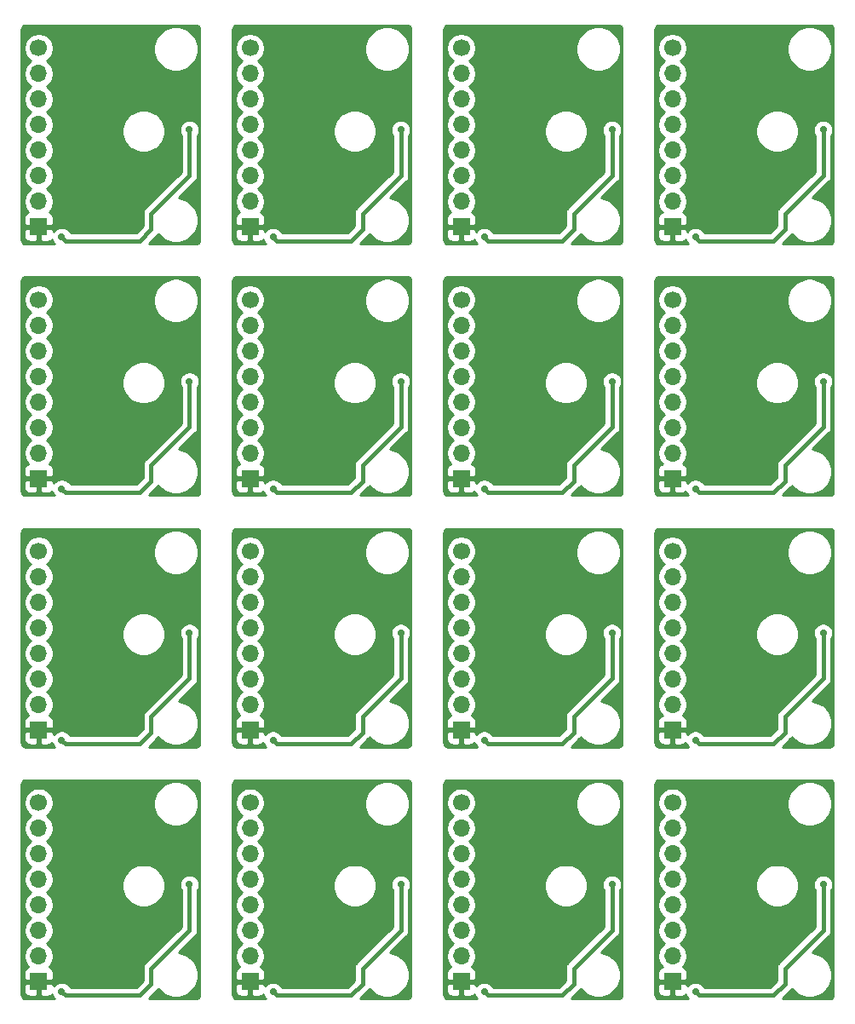
<source format=gbr>
G04 #@! TF.GenerationSoftware,KiCad,Pcbnew,(5.1.5-0-10_14)*
G04 #@! TF.CreationDate,2019-12-02T16:33:46+08:00*
G04 #@! TF.ProjectId,pa1010d-breakout-panelized,70613130-3130-4642-9d62-7265616b6f75,V1.0*
G04 #@! TF.SameCoordinates,Original*
G04 #@! TF.FileFunction,Copper,L2,Bot*
G04 #@! TF.FilePolarity,Positive*
%FSLAX46Y46*%
G04 Gerber Fmt 4.6, Leading zero omitted, Abs format (unit mm)*
G04 Created by KiCad (PCBNEW (5.1.5-0-10_14)) date 2019-12-02 16:33:46*
%MOMM*%
%LPD*%
G04 APERTURE LIST*
%ADD10C,1.700000*%
%ADD11O,1.700000X1.700000*%
%ADD12R,1.700000X1.700000*%
%ADD13C,0.700000*%
%ADD14C,0.400000*%
%ADD15C,0.254000*%
G04 APERTURE END LIST*
D10*
X178360000Y-112898000D03*
D11*
X178360000Y-115438000D03*
X178360000Y-117978000D03*
X178360000Y-120518000D03*
X178360000Y-123058000D03*
X178360000Y-125598000D03*
X178360000Y-128138000D03*
D12*
X178360000Y-130678000D03*
D10*
X157360000Y-112898000D03*
D11*
X157360000Y-115438000D03*
X157360000Y-117978000D03*
X157360000Y-120518000D03*
X157360000Y-123058000D03*
X157360000Y-125598000D03*
X157360000Y-128138000D03*
D12*
X157360000Y-130678000D03*
D10*
X136360000Y-112898000D03*
D11*
X136360000Y-115438000D03*
X136360000Y-117978000D03*
X136360000Y-120518000D03*
X136360000Y-123058000D03*
X136360000Y-125598000D03*
X136360000Y-128138000D03*
D12*
X136360000Y-130678000D03*
D10*
X115360000Y-112898000D03*
D11*
X115360000Y-115438000D03*
X115360000Y-117978000D03*
X115360000Y-120518000D03*
X115360000Y-123058000D03*
X115360000Y-125598000D03*
X115360000Y-128138000D03*
D12*
X115360000Y-130678000D03*
D10*
X178360000Y-87898000D03*
D11*
X178360000Y-90438000D03*
X178360000Y-92978000D03*
X178360000Y-95518000D03*
X178360000Y-98058000D03*
X178360000Y-100598000D03*
X178360000Y-103138000D03*
D12*
X178360000Y-105678000D03*
D10*
X157360000Y-87898000D03*
D11*
X157360000Y-90438000D03*
X157360000Y-92978000D03*
X157360000Y-95518000D03*
X157360000Y-98058000D03*
X157360000Y-100598000D03*
X157360000Y-103138000D03*
D12*
X157360000Y-105678000D03*
D10*
X136360000Y-87898000D03*
D11*
X136360000Y-90438000D03*
X136360000Y-92978000D03*
X136360000Y-95518000D03*
X136360000Y-98058000D03*
X136360000Y-100598000D03*
X136360000Y-103138000D03*
D12*
X136360000Y-105678000D03*
D10*
X115360000Y-87898000D03*
D11*
X115360000Y-90438000D03*
X115360000Y-92978000D03*
X115360000Y-95518000D03*
X115360000Y-98058000D03*
X115360000Y-100598000D03*
X115360000Y-103138000D03*
D12*
X115360000Y-105678000D03*
D10*
X178360000Y-62898000D03*
D11*
X178360000Y-65438000D03*
X178360000Y-67978000D03*
X178360000Y-70518000D03*
X178360000Y-73058000D03*
X178360000Y-75598000D03*
X178360000Y-78138000D03*
D12*
X178360000Y-80678000D03*
D10*
X157360000Y-62898000D03*
D11*
X157360000Y-65438000D03*
X157360000Y-67978000D03*
X157360000Y-70518000D03*
X157360000Y-73058000D03*
X157360000Y-75598000D03*
X157360000Y-78138000D03*
D12*
X157360000Y-80678000D03*
D10*
X136360000Y-62898000D03*
D11*
X136360000Y-65438000D03*
X136360000Y-67978000D03*
X136360000Y-70518000D03*
X136360000Y-73058000D03*
X136360000Y-75598000D03*
X136360000Y-78138000D03*
D12*
X136360000Y-80678000D03*
D10*
X115360000Y-62898000D03*
D11*
X115360000Y-65438000D03*
X115360000Y-67978000D03*
X115360000Y-70518000D03*
X115360000Y-73058000D03*
X115360000Y-75598000D03*
X115360000Y-78138000D03*
D12*
X115360000Y-80678000D03*
D10*
X178360000Y-37898000D03*
D11*
X178360000Y-40438000D03*
X178360000Y-42978000D03*
X178360000Y-45518000D03*
X178360000Y-48058000D03*
X178360000Y-50598000D03*
X178360000Y-53138000D03*
D12*
X178360000Y-55678000D03*
D10*
X157360000Y-37898000D03*
D11*
X157360000Y-40438000D03*
X157360000Y-42978000D03*
X157360000Y-45518000D03*
X157360000Y-48058000D03*
X157360000Y-50598000D03*
X157360000Y-53138000D03*
D12*
X157360000Y-55678000D03*
D10*
X136360000Y-37898000D03*
D11*
X136360000Y-40438000D03*
X136360000Y-42978000D03*
X136360000Y-45518000D03*
X136360000Y-48058000D03*
X136360000Y-50598000D03*
X136360000Y-53138000D03*
D12*
X136360000Y-55678000D03*
X115360000Y-55678000D03*
D11*
X115360000Y-53138000D03*
X115360000Y-50598000D03*
X115360000Y-48058000D03*
X115360000Y-45518000D03*
X115360000Y-42978000D03*
X115360000Y-40438000D03*
D10*
X115360000Y-37898000D03*
D13*
X118916000Y-41795000D03*
X128855000Y-46534000D03*
X139916000Y-41795000D03*
X160916000Y-41795000D03*
X181916000Y-41795000D03*
X118916000Y-66795000D03*
X139916000Y-66795000D03*
X160916000Y-66795000D03*
X181916000Y-66795000D03*
X118916000Y-91795000D03*
X139916000Y-91795000D03*
X160916000Y-91795000D03*
X181916000Y-91795000D03*
X118916000Y-116795000D03*
X139916000Y-116795000D03*
X160916000Y-116795000D03*
X181916000Y-116795000D03*
X149855000Y-46534000D03*
X170855000Y-46534000D03*
X191855000Y-46534000D03*
X128855000Y-71534000D03*
X149855000Y-71534000D03*
X170855000Y-71534000D03*
X191855000Y-71534000D03*
X128855000Y-96534000D03*
X149855000Y-96534000D03*
X170855000Y-96534000D03*
X191855000Y-96534000D03*
X128855000Y-121534000D03*
X149855000Y-121534000D03*
X170855000Y-121534000D03*
X191855000Y-121534000D03*
X117646000Y-56694000D03*
X130346000Y-46026000D03*
X138646000Y-56694000D03*
X159646000Y-56694000D03*
X180646000Y-56694000D03*
X117646000Y-81694000D03*
X138646000Y-81694000D03*
X159646000Y-81694000D03*
X180646000Y-81694000D03*
X117646000Y-106694000D03*
X138646000Y-106694000D03*
X159646000Y-106694000D03*
X180646000Y-106694000D03*
X117646000Y-131694000D03*
X138646000Y-131694000D03*
X159646000Y-131694000D03*
X180646000Y-131694000D03*
X151346000Y-46026000D03*
X172346000Y-46026000D03*
X193346000Y-46026000D03*
X130346000Y-71026000D03*
X151346000Y-71026000D03*
X172346000Y-71026000D03*
X193346000Y-71026000D03*
X130346000Y-96026000D03*
X151346000Y-96026000D03*
X172346000Y-96026000D03*
X193346000Y-96026000D03*
X130346000Y-121026000D03*
X151346000Y-121026000D03*
X172346000Y-121026000D03*
X193346000Y-121026000D03*
D14*
X117646000Y-56694000D02*
X117995999Y-57043999D01*
X117995999Y-57043999D02*
X125424001Y-57043999D01*
X125424001Y-57043999D02*
X126536000Y-55932000D01*
X126536000Y-54355998D02*
X130346000Y-50545998D01*
X126536000Y-55932000D02*
X126536000Y-54355998D01*
X130346000Y-50545998D02*
X130346000Y-46026000D01*
X138646000Y-56694000D02*
X138995999Y-57043999D01*
X159646000Y-56694000D02*
X159995999Y-57043999D01*
X180646000Y-56694000D02*
X180995999Y-57043999D01*
X117646000Y-81694000D02*
X117995999Y-82043999D01*
X138646000Y-81694000D02*
X138995999Y-82043999D01*
X159646000Y-81694000D02*
X159995999Y-82043999D01*
X180646000Y-81694000D02*
X180995999Y-82043999D01*
X117646000Y-106694000D02*
X117995999Y-107043999D01*
X138646000Y-106694000D02*
X138995999Y-107043999D01*
X159646000Y-106694000D02*
X159995999Y-107043999D01*
X180646000Y-106694000D02*
X180995999Y-107043999D01*
X117646000Y-131694000D02*
X117995999Y-132043999D01*
X138646000Y-131694000D02*
X138995999Y-132043999D01*
X159646000Y-131694000D02*
X159995999Y-132043999D01*
X180646000Y-131694000D02*
X180995999Y-132043999D01*
X138995999Y-57043999D02*
X146424001Y-57043999D01*
X159995999Y-57043999D02*
X167424001Y-57043999D01*
X180995999Y-57043999D02*
X188424001Y-57043999D01*
X117995999Y-82043999D02*
X125424001Y-82043999D01*
X138995999Y-82043999D02*
X146424001Y-82043999D01*
X159995999Y-82043999D02*
X167424001Y-82043999D01*
X180995999Y-82043999D02*
X188424001Y-82043999D01*
X117995999Y-107043999D02*
X125424001Y-107043999D01*
X138995999Y-107043999D02*
X146424001Y-107043999D01*
X159995999Y-107043999D02*
X167424001Y-107043999D01*
X180995999Y-107043999D02*
X188424001Y-107043999D01*
X117995999Y-132043999D02*
X125424001Y-132043999D01*
X138995999Y-132043999D02*
X146424001Y-132043999D01*
X159995999Y-132043999D02*
X167424001Y-132043999D01*
X180995999Y-132043999D02*
X188424001Y-132043999D01*
X146424001Y-57043999D02*
X147536000Y-55932000D01*
X167424001Y-57043999D02*
X168536000Y-55932000D01*
X188424001Y-57043999D02*
X189536000Y-55932000D01*
X125424001Y-82043999D02*
X126536000Y-80932000D01*
X146424001Y-82043999D02*
X147536000Y-80932000D01*
X167424001Y-82043999D02*
X168536000Y-80932000D01*
X188424001Y-82043999D02*
X189536000Y-80932000D01*
X125424001Y-107043999D02*
X126536000Y-105932000D01*
X146424001Y-107043999D02*
X147536000Y-105932000D01*
X167424001Y-107043999D02*
X168536000Y-105932000D01*
X188424001Y-107043999D02*
X189536000Y-105932000D01*
X125424001Y-132043999D02*
X126536000Y-130932000D01*
X146424001Y-132043999D02*
X147536000Y-130932000D01*
X167424001Y-132043999D02*
X168536000Y-130932000D01*
X188424001Y-132043999D02*
X189536000Y-130932000D01*
X147536000Y-54355998D02*
X151346000Y-50545998D01*
X168536000Y-54355998D02*
X172346000Y-50545998D01*
X189536000Y-54355998D02*
X193346000Y-50545998D01*
X126536000Y-79355998D02*
X130346000Y-75545998D01*
X147536000Y-79355998D02*
X151346000Y-75545998D01*
X168536000Y-79355998D02*
X172346000Y-75545998D01*
X189536000Y-79355998D02*
X193346000Y-75545998D01*
X126536000Y-104355998D02*
X130346000Y-100545998D01*
X147536000Y-104355998D02*
X151346000Y-100545998D01*
X168536000Y-104355998D02*
X172346000Y-100545998D01*
X189536000Y-104355998D02*
X193346000Y-100545998D01*
X126536000Y-129355998D02*
X130346000Y-125545998D01*
X147536000Y-129355998D02*
X151346000Y-125545998D01*
X168536000Y-129355998D02*
X172346000Y-125545998D01*
X189536000Y-129355998D02*
X193346000Y-125545998D01*
X147536000Y-55932000D02*
X147536000Y-54355998D01*
X168536000Y-55932000D02*
X168536000Y-54355998D01*
X189536000Y-55932000D02*
X189536000Y-54355998D01*
X126536000Y-80932000D02*
X126536000Y-79355998D01*
X147536000Y-80932000D02*
X147536000Y-79355998D01*
X168536000Y-80932000D02*
X168536000Y-79355998D01*
X189536000Y-80932000D02*
X189536000Y-79355998D01*
X126536000Y-105932000D02*
X126536000Y-104355998D01*
X147536000Y-105932000D02*
X147536000Y-104355998D01*
X168536000Y-105932000D02*
X168536000Y-104355998D01*
X189536000Y-105932000D02*
X189536000Y-104355998D01*
X126536000Y-130932000D02*
X126536000Y-129355998D01*
X147536000Y-130932000D02*
X147536000Y-129355998D01*
X168536000Y-130932000D02*
X168536000Y-129355998D01*
X189536000Y-130932000D02*
X189536000Y-129355998D01*
X151346000Y-50545998D02*
X151346000Y-46026000D01*
X172346000Y-50545998D02*
X172346000Y-46026000D01*
X193346000Y-50545998D02*
X193346000Y-46026000D01*
X130346000Y-75545998D02*
X130346000Y-71026000D01*
X151346000Y-75545998D02*
X151346000Y-71026000D01*
X172346000Y-75545998D02*
X172346000Y-71026000D01*
X193346000Y-75545998D02*
X193346000Y-71026000D01*
X130346000Y-100545998D02*
X130346000Y-96026000D01*
X151346000Y-100545998D02*
X151346000Y-96026000D01*
X172346000Y-100545998D02*
X172346000Y-96026000D01*
X193346000Y-100545998D02*
X193346000Y-96026000D01*
X130346000Y-125545998D02*
X130346000Y-121026000D01*
X151346000Y-125545998D02*
X151346000Y-121026000D01*
X172346000Y-125545998D02*
X172346000Y-121026000D01*
X193346000Y-125545998D02*
X193346000Y-121026000D01*
D15*
G36*
X131065424Y-35669580D02*
G01*
X131128356Y-35688580D01*
X131186405Y-35719445D01*
X131237343Y-35760989D01*
X131279248Y-35811644D01*
X131310515Y-35869471D01*
X131329956Y-35932272D01*
X131340000Y-36027835D01*
X131340001Y-55967581D01*
X131340000Y-56967720D01*
X131330420Y-57065424D01*
X131311420Y-57128357D01*
X131280554Y-57186406D01*
X131239011Y-57237343D01*
X131188356Y-57279248D01*
X131130529Y-57310515D01*
X131067728Y-57329956D01*
X130972165Y-57340000D01*
X126308867Y-57340000D01*
X127097428Y-56551440D01*
X127129291Y-56525291D01*
X127233636Y-56398146D01*
X127239220Y-56387700D01*
X127263962Y-56424729D01*
X127575271Y-56736038D01*
X127941331Y-56980631D01*
X128348075Y-57149110D01*
X128779872Y-57235000D01*
X129220128Y-57235000D01*
X129651925Y-57149110D01*
X130058669Y-56980631D01*
X130424729Y-56736038D01*
X130736038Y-56424729D01*
X130980631Y-56058669D01*
X131149110Y-55651925D01*
X131235000Y-55220128D01*
X131235000Y-54779872D01*
X131149110Y-54348075D01*
X130980631Y-53941331D01*
X130736038Y-53575271D01*
X130424729Y-53263962D01*
X130058669Y-53019369D01*
X129651925Y-52850890D01*
X129293309Y-52779557D01*
X130907433Y-51165434D01*
X130939291Y-51139289D01*
X131043636Y-51012144D01*
X131121172Y-50867085D01*
X131168918Y-50709687D01*
X131181000Y-50587017D01*
X131181000Y-50587016D01*
X131185040Y-50545998D01*
X131181000Y-50504980D01*
X131181000Y-46549287D01*
X131218896Y-46492572D01*
X131293147Y-46313314D01*
X131331000Y-46123014D01*
X131331000Y-45928986D01*
X131293147Y-45738686D01*
X131218896Y-45559428D01*
X131111099Y-45398099D01*
X130973901Y-45260901D01*
X130812572Y-45153104D01*
X130633314Y-45078853D01*
X130443014Y-45041000D01*
X130248986Y-45041000D01*
X130058686Y-45078853D01*
X129879428Y-45153104D01*
X129718099Y-45260901D01*
X129580901Y-45398099D01*
X129473104Y-45559428D01*
X129398853Y-45738686D01*
X129361000Y-45928986D01*
X129361000Y-46123014D01*
X129398853Y-46313314D01*
X129473104Y-46492572D01*
X129511001Y-46549288D01*
X129511000Y-50200129D01*
X125974574Y-53736557D01*
X125942710Y-53762707D01*
X125861907Y-53861166D01*
X125838364Y-53889853D01*
X125760828Y-54034912D01*
X125713082Y-54192310D01*
X125696960Y-54355998D01*
X125701001Y-54397026D01*
X125701000Y-55586132D01*
X125078134Y-56208999D01*
X118506582Y-56208999D01*
X118411099Y-56066099D01*
X118273901Y-55928901D01*
X118112572Y-55821104D01*
X117933314Y-55746853D01*
X117743014Y-55709000D01*
X117548986Y-55709000D01*
X117358686Y-55746853D01*
X117179428Y-55821104D01*
X117018099Y-55928901D01*
X116880901Y-56066099D01*
X116845843Y-56118567D01*
X116845000Y-55963750D01*
X116686250Y-55805000D01*
X115487000Y-55805000D01*
X115487000Y-57004250D01*
X115645750Y-57163000D01*
X116210000Y-57166072D01*
X116334482Y-57153812D01*
X116454180Y-57117502D01*
X116564494Y-57058537D01*
X116661185Y-56979185D01*
X116691163Y-56942656D01*
X116698853Y-56981314D01*
X116773104Y-57160572D01*
X116880901Y-57321901D01*
X116899000Y-57340000D01*
X114032279Y-57340000D01*
X113934576Y-57330420D01*
X113871643Y-57311420D01*
X113813594Y-57280554D01*
X113762657Y-57239011D01*
X113720752Y-57188356D01*
X113689485Y-57130529D01*
X113670044Y-57067728D01*
X113660000Y-56972165D01*
X113660000Y-56528000D01*
X113871928Y-56528000D01*
X113884188Y-56652482D01*
X113920498Y-56772180D01*
X113979463Y-56882494D01*
X114058815Y-56979185D01*
X114155506Y-57058537D01*
X114265820Y-57117502D01*
X114385518Y-57153812D01*
X114510000Y-57166072D01*
X115074250Y-57163000D01*
X115233000Y-57004250D01*
X115233000Y-55805000D01*
X114033750Y-55805000D01*
X113875000Y-55963750D01*
X113871928Y-56528000D01*
X113660000Y-56528000D01*
X113660000Y-54828000D01*
X113871928Y-54828000D01*
X113875000Y-55392250D01*
X114033750Y-55551000D01*
X115233000Y-55551000D01*
X115233000Y-55531000D01*
X115487000Y-55531000D01*
X115487000Y-55551000D01*
X116686250Y-55551000D01*
X116845000Y-55392250D01*
X116848072Y-54828000D01*
X116835812Y-54703518D01*
X116799502Y-54583820D01*
X116740537Y-54473506D01*
X116661185Y-54376815D01*
X116564494Y-54297463D01*
X116454180Y-54238498D01*
X116381620Y-54216487D01*
X116513475Y-54084632D01*
X116675990Y-53841411D01*
X116787932Y-53571158D01*
X116845000Y-53284260D01*
X116845000Y-52991740D01*
X116787932Y-52704842D01*
X116675990Y-52434589D01*
X116513475Y-52191368D01*
X116306632Y-51984525D01*
X116132240Y-51868000D01*
X116306632Y-51751475D01*
X116513475Y-51544632D01*
X116675990Y-51301411D01*
X116787932Y-51031158D01*
X116845000Y-50744260D01*
X116845000Y-50451740D01*
X116787932Y-50164842D01*
X116675990Y-49894589D01*
X116513475Y-49651368D01*
X116306632Y-49444525D01*
X116132240Y-49328000D01*
X116306632Y-49211475D01*
X116513475Y-49004632D01*
X116675990Y-48761411D01*
X116787932Y-48491158D01*
X116845000Y-48204260D01*
X116845000Y-47911740D01*
X116787932Y-47624842D01*
X116675990Y-47354589D01*
X116513475Y-47111368D01*
X116306632Y-46904525D01*
X116132240Y-46788000D01*
X116306632Y-46671475D01*
X116513475Y-46464632D01*
X116675990Y-46221411D01*
X116787932Y-45951158D01*
X116789610Y-45942721D01*
X123639000Y-45942721D01*
X123639000Y-46363279D01*
X123721047Y-46775756D01*
X123881988Y-47164302D01*
X124115637Y-47513983D01*
X124413017Y-47811363D01*
X124762698Y-48045012D01*
X125151244Y-48205953D01*
X125563721Y-48288000D01*
X125984279Y-48288000D01*
X126396756Y-48205953D01*
X126785302Y-48045012D01*
X127134983Y-47811363D01*
X127432363Y-47513983D01*
X127666012Y-47164302D01*
X127826953Y-46775756D01*
X127909000Y-46363279D01*
X127909000Y-45942721D01*
X127826953Y-45530244D01*
X127666012Y-45141698D01*
X127432363Y-44792017D01*
X127134983Y-44494637D01*
X126785302Y-44260988D01*
X126396756Y-44100047D01*
X125984279Y-44018000D01*
X125563721Y-44018000D01*
X125151244Y-44100047D01*
X124762698Y-44260988D01*
X124413017Y-44494637D01*
X124115637Y-44792017D01*
X123881988Y-45141698D01*
X123721047Y-45530244D01*
X123639000Y-45942721D01*
X116789610Y-45942721D01*
X116845000Y-45664260D01*
X116845000Y-45371740D01*
X116787932Y-45084842D01*
X116675990Y-44814589D01*
X116513475Y-44571368D01*
X116306632Y-44364525D01*
X116132240Y-44248000D01*
X116306632Y-44131475D01*
X116513475Y-43924632D01*
X116675990Y-43681411D01*
X116787932Y-43411158D01*
X116845000Y-43124260D01*
X116845000Y-42831740D01*
X116787932Y-42544842D01*
X116675990Y-42274589D01*
X116513475Y-42031368D01*
X116306632Y-41824525D01*
X116132240Y-41708000D01*
X116306632Y-41591475D01*
X116513475Y-41384632D01*
X116675990Y-41141411D01*
X116787932Y-40871158D01*
X116845000Y-40584260D01*
X116845000Y-40291740D01*
X116787932Y-40004842D01*
X116675990Y-39734589D01*
X116513475Y-39491368D01*
X116306632Y-39284525D01*
X116132240Y-39168000D01*
X116306632Y-39051475D01*
X116513475Y-38844632D01*
X116675990Y-38601411D01*
X116787932Y-38331158D01*
X116845000Y-38044260D01*
X116845000Y-37779872D01*
X126765000Y-37779872D01*
X126765000Y-38220128D01*
X126850890Y-38651925D01*
X127019369Y-39058669D01*
X127263962Y-39424729D01*
X127575271Y-39736038D01*
X127941331Y-39980631D01*
X128348075Y-40149110D01*
X128779872Y-40235000D01*
X129220128Y-40235000D01*
X129651925Y-40149110D01*
X130058669Y-39980631D01*
X130424729Y-39736038D01*
X130736038Y-39424729D01*
X130980631Y-39058669D01*
X131149110Y-38651925D01*
X131235000Y-38220128D01*
X131235000Y-37779872D01*
X131149110Y-37348075D01*
X130980631Y-36941331D01*
X130736038Y-36575271D01*
X130424729Y-36263962D01*
X130058669Y-36019369D01*
X129651925Y-35850890D01*
X129220128Y-35765000D01*
X128779872Y-35765000D01*
X128348075Y-35850890D01*
X127941331Y-36019369D01*
X127575271Y-36263962D01*
X127263962Y-36575271D01*
X127019369Y-36941331D01*
X126850890Y-37348075D01*
X126765000Y-37779872D01*
X116845000Y-37779872D01*
X116845000Y-37751740D01*
X116787932Y-37464842D01*
X116675990Y-37194589D01*
X116513475Y-36951368D01*
X116306632Y-36744525D01*
X116063411Y-36582010D01*
X115793158Y-36470068D01*
X115506260Y-36413000D01*
X115213740Y-36413000D01*
X114926842Y-36470068D01*
X114656589Y-36582010D01*
X114413368Y-36744525D01*
X114206525Y-36951368D01*
X114044010Y-37194589D01*
X113932068Y-37464842D01*
X113875000Y-37751740D01*
X113875000Y-38044260D01*
X113932068Y-38331158D01*
X114044010Y-38601411D01*
X114206525Y-38844632D01*
X114413368Y-39051475D01*
X114587760Y-39168000D01*
X114413368Y-39284525D01*
X114206525Y-39491368D01*
X114044010Y-39734589D01*
X113932068Y-40004842D01*
X113875000Y-40291740D01*
X113875000Y-40584260D01*
X113932068Y-40871158D01*
X114044010Y-41141411D01*
X114206525Y-41384632D01*
X114413368Y-41591475D01*
X114587760Y-41708000D01*
X114413368Y-41824525D01*
X114206525Y-42031368D01*
X114044010Y-42274589D01*
X113932068Y-42544842D01*
X113875000Y-42831740D01*
X113875000Y-43124260D01*
X113932068Y-43411158D01*
X114044010Y-43681411D01*
X114206525Y-43924632D01*
X114413368Y-44131475D01*
X114587760Y-44248000D01*
X114413368Y-44364525D01*
X114206525Y-44571368D01*
X114044010Y-44814589D01*
X113932068Y-45084842D01*
X113875000Y-45371740D01*
X113875000Y-45664260D01*
X113932068Y-45951158D01*
X114044010Y-46221411D01*
X114206525Y-46464632D01*
X114413368Y-46671475D01*
X114587760Y-46788000D01*
X114413368Y-46904525D01*
X114206525Y-47111368D01*
X114044010Y-47354589D01*
X113932068Y-47624842D01*
X113875000Y-47911740D01*
X113875000Y-48204260D01*
X113932068Y-48491158D01*
X114044010Y-48761411D01*
X114206525Y-49004632D01*
X114413368Y-49211475D01*
X114587760Y-49328000D01*
X114413368Y-49444525D01*
X114206525Y-49651368D01*
X114044010Y-49894589D01*
X113932068Y-50164842D01*
X113875000Y-50451740D01*
X113875000Y-50744260D01*
X113932068Y-51031158D01*
X114044010Y-51301411D01*
X114206525Y-51544632D01*
X114413368Y-51751475D01*
X114587760Y-51868000D01*
X114413368Y-51984525D01*
X114206525Y-52191368D01*
X114044010Y-52434589D01*
X113932068Y-52704842D01*
X113875000Y-52991740D01*
X113875000Y-53284260D01*
X113932068Y-53571158D01*
X114044010Y-53841411D01*
X114206525Y-54084632D01*
X114338380Y-54216487D01*
X114265820Y-54238498D01*
X114155506Y-54297463D01*
X114058815Y-54376815D01*
X113979463Y-54473506D01*
X113920498Y-54583820D01*
X113884188Y-54703518D01*
X113871928Y-54828000D01*
X113660000Y-54828000D01*
X113660000Y-36032279D01*
X113669580Y-35934576D01*
X113688580Y-35871644D01*
X113719445Y-35813595D01*
X113760989Y-35762657D01*
X113811644Y-35720752D01*
X113869471Y-35689485D01*
X113932272Y-35670044D01*
X114027835Y-35660000D01*
X130967721Y-35660000D01*
X131065424Y-35669580D01*
G37*
X131065424Y-35669580D02*
X131128356Y-35688580D01*
X131186405Y-35719445D01*
X131237343Y-35760989D01*
X131279248Y-35811644D01*
X131310515Y-35869471D01*
X131329956Y-35932272D01*
X131340000Y-36027835D01*
X131340001Y-55967581D01*
X131340000Y-56967720D01*
X131330420Y-57065424D01*
X131311420Y-57128357D01*
X131280554Y-57186406D01*
X131239011Y-57237343D01*
X131188356Y-57279248D01*
X131130529Y-57310515D01*
X131067728Y-57329956D01*
X130972165Y-57340000D01*
X126308867Y-57340000D01*
X127097428Y-56551440D01*
X127129291Y-56525291D01*
X127233636Y-56398146D01*
X127239220Y-56387700D01*
X127263962Y-56424729D01*
X127575271Y-56736038D01*
X127941331Y-56980631D01*
X128348075Y-57149110D01*
X128779872Y-57235000D01*
X129220128Y-57235000D01*
X129651925Y-57149110D01*
X130058669Y-56980631D01*
X130424729Y-56736038D01*
X130736038Y-56424729D01*
X130980631Y-56058669D01*
X131149110Y-55651925D01*
X131235000Y-55220128D01*
X131235000Y-54779872D01*
X131149110Y-54348075D01*
X130980631Y-53941331D01*
X130736038Y-53575271D01*
X130424729Y-53263962D01*
X130058669Y-53019369D01*
X129651925Y-52850890D01*
X129293309Y-52779557D01*
X130907433Y-51165434D01*
X130939291Y-51139289D01*
X131043636Y-51012144D01*
X131121172Y-50867085D01*
X131168918Y-50709687D01*
X131181000Y-50587017D01*
X131181000Y-50587016D01*
X131185040Y-50545998D01*
X131181000Y-50504980D01*
X131181000Y-46549287D01*
X131218896Y-46492572D01*
X131293147Y-46313314D01*
X131331000Y-46123014D01*
X131331000Y-45928986D01*
X131293147Y-45738686D01*
X131218896Y-45559428D01*
X131111099Y-45398099D01*
X130973901Y-45260901D01*
X130812572Y-45153104D01*
X130633314Y-45078853D01*
X130443014Y-45041000D01*
X130248986Y-45041000D01*
X130058686Y-45078853D01*
X129879428Y-45153104D01*
X129718099Y-45260901D01*
X129580901Y-45398099D01*
X129473104Y-45559428D01*
X129398853Y-45738686D01*
X129361000Y-45928986D01*
X129361000Y-46123014D01*
X129398853Y-46313314D01*
X129473104Y-46492572D01*
X129511001Y-46549288D01*
X129511000Y-50200129D01*
X125974574Y-53736557D01*
X125942710Y-53762707D01*
X125861907Y-53861166D01*
X125838364Y-53889853D01*
X125760828Y-54034912D01*
X125713082Y-54192310D01*
X125696960Y-54355998D01*
X125701001Y-54397026D01*
X125701000Y-55586132D01*
X125078134Y-56208999D01*
X118506582Y-56208999D01*
X118411099Y-56066099D01*
X118273901Y-55928901D01*
X118112572Y-55821104D01*
X117933314Y-55746853D01*
X117743014Y-55709000D01*
X117548986Y-55709000D01*
X117358686Y-55746853D01*
X117179428Y-55821104D01*
X117018099Y-55928901D01*
X116880901Y-56066099D01*
X116845843Y-56118567D01*
X116845000Y-55963750D01*
X116686250Y-55805000D01*
X115487000Y-55805000D01*
X115487000Y-57004250D01*
X115645750Y-57163000D01*
X116210000Y-57166072D01*
X116334482Y-57153812D01*
X116454180Y-57117502D01*
X116564494Y-57058537D01*
X116661185Y-56979185D01*
X116691163Y-56942656D01*
X116698853Y-56981314D01*
X116773104Y-57160572D01*
X116880901Y-57321901D01*
X116899000Y-57340000D01*
X114032279Y-57340000D01*
X113934576Y-57330420D01*
X113871643Y-57311420D01*
X113813594Y-57280554D01*
X113762657Y-57239011D01*
X113720752Y-57188356D01*
X113689485Y-57130529D01*
X113670044Y-57067728D01*
X113660000Y-56972165D01*
X113660000Y-56528000D01*
X113871928Y-56528000D01*
X113884188Y-56652482D01*
X113920498Y-56772180D01*
X113979463Y-56882494D01*
X114058815Y-56979185D01*
X114155506Y-57058537D01*
X114265820Y-57117502D01*
X114385518Y-57153812D01*
X114510000Y-57166072D01*
X115074250Y-57163000D01*
X115233000Y-57004250D01*
X115233000Y-55805000D01*
X114033750Y-55805000D01*
X113875000Y-55963750D01*
X113871928Y-56528000D01*
X113660000Y-56528000D01*
X113660000Y-54828000D01*
X113871928Y-54828000D01*
X113875000Y-55392250D01*
X114033750Y-55551000D01*
X115233000Y-55551000D01*
X115233000Y-55531000D01*
X115487000Y-55531000D01*
X115487000Y-55551000D01*
X116686250Y-55551000D01*
X116845000Y-55392250D01*
X116848072Y-54828000D01*
X116835812Y-54703518D01*
X116799502Y-54583820D01*
X116740537Y-54473506D01*
X116661185Y-54376815D01*
X116564494Y-54297463D01*
X116454180Y-54238498D01*
X116381620Y-54216487D01*
X116513475Y-54084632D01*
X116675990Y-53841411D01*
X116787932Y-53571158D01*
X116845000Y-53284260D01*
X116845000Y-52991740D01*
X116787932Y-52704842D01*
X116675990Y-52434589D01*
X116513475Y-52191368D01*
X116306632Y-51984525D01*
X116132240Y-51868000D01*
X116306632Y-51751475D01*
X116513475Y-51544632D01*
X116675990Y-51301411D01*
X116787932Y-51031158D01*
X116845000Y-50744260D01*
X116845000Y-50451740D01*
X116787932Y-50164842D01*
X116675990Y-49894589D01*
X116513475Y-49651368D01*
X116306632Y-49444525D01*
X116132240Y-49328000D01*
X116306632Y-49211475D01*
X116513475Y-49004632D01*
X116675990Y-48761411D01*
X116787932Y-48491158D01*
X116845000Y-48204260D01*
X116845000Y-47911740D01*
X116787932Y-47624842D01*
X116675990Y-47354589D01*
X116513475Y-47111368D01*
X116306632Y-46904525D01*
X116132240Y-46788000D01*
X116306632Y-46671475D01*
X116513475Y-46464632D01*
X116675990Y-46221411D01*
X116787932Y-45951158D01*
X116789610Y-45942721D01*
X123639000Y-45942721D01*
X123639000Y-46363279D01*
X123721047Y-46775756D01*
X123881988Y-47164302D01*
X124115637Y-47513983D01*
X124413017Y-47811363D01*
X124762698Y-48045012D01*
X125151244Y-48205953D01*
X125563721Y-48288000D01*
X125984279Y-48288000D01*
X126396756Y-48205953D01*
X126785302Y-48045012D01*
X127134983Y-47811363D01*
X127432363Y-47513983D01*
X127666012Y-47164302D01*
X127826953Y-46775756D01*
X127909000Y-46363279D01*
X127909000Y-45942721D01*
X127826953Y-45530244D01*
X127666012Y-45141698D01*
X127432363Y-44792017D01*
X127134983Y-44494637D01*
X126785302Y-44260988D01*
X126396756Y-44100047D01*
X125984279Y-44018000D01*
X125563721Y-44018000D01*
X125151244Y-44100047D01*
X124762698Y-44260988D01*
X124413017Y-44494637D01*
X124115637Y-44792017D01*
X123881988Y-45141698D01*
X123721047Y-45530244D01*
X123639000Y-45942721D01*
X116789610Y-45942721D01*
X116845000Y-45664260D01*
X116845000Y-45371740D01*
X116787932Y-45084842D01*
X116675990Y-44814589D01*
X116513475Y-44571368D01*
X116306632Y-44364525D01*
X116132240Y-44248000D01*
X116306632Y-44131475D01*
X116513475Y-43924632D01*
X116675990Y-43681411D01*
X116787932Y-43411158D01*
X116845000Y-43124260D01*
X116845000Y-42831740D01*
X116787932Y-42544842D01*
X116675990Y-42274589D01*
X116513475Y-42031368D01*
X116306632Y-41824525D01*
X116132240Y-41708000D01*
X116306632Y-41591475D01*
X116513475Y-41384632D01*
X116675990Y-41141411D01*
X116787932Y-40871158D01*
X116845000Y-40584260D01*
X116845000Y-40291740D01*
X116787932Y-40004842D01*
X116675990Y-39734589D01*
X116513475Y-39491368D01*
X116306632Y-39284525D01*
X116132240Y-39168000D01*
X116306632Y-39051475D01*
X116513475Y-38844632D01*
X116675990Y-38601411D01*
X116787932Y-38331158D01*
X116845000Y-38044260D01*
X116845000Y-37779872D01*
X126765000Y-37779872D01*
X126765000Y-38220128D01*
X126850890Y-38651925D01*
X127019369Y-39058669D01*
X127263962Y-39424729D01*
X127575271Y-39736038D01*
X127941331Y-39980631D01*
X128348075Y-40149110D01*
X128779872Y-40235000D01*
X129220128Y-40235000D01*
X129651925Y-40149110D01*
X130058669Y-39980631D01*
X130424729Y-39736038D01*
X130736038Y-39424729D01*
X130980631Y-39058669D01*
X131149110Y-38651925D01*
X131235000Y-38220128D01*
X131235000Y-37779872D01*
X131149110Y-37348075D01*
X130980631Y-36941331D01*
X130736038Y-36575271D01*
X130424729Y-36263962D01*
X130058669Y-36019369D01*
X129651925Y-35850890D01*
X129220128Y-35765000D01*
X128779872Y-35765000D01*
X128348075Y-35850890D01*
X127941331Y-36019369D01*
X127575271Y-36263962D01*
X127263962Y-36575271D01*
X127019369Y-36941331D01*
X126850890Y-37348075D01*
X126765000Y-37779872D01*
X116845000Y-37779872D01*
X116845000Y-37751740D01*
X116787932Y-37464842D01*
X116675990Y-37194589D01*
X116513475Y-36951368D01*
X116306632Y-36744525D01*
X116063411Y-36582010D01*
X115793158Y-36470068D01*
X115506260Y-36413000D01*
X115213740Y-36413000D01*
X114926842Y-36470068D01*
X114656589Y-36582010D01*
X114413368Y-36744525D01*
X114206525Y-36951368D01*
X114044010Y-37194589D01*
X113932068Y-37464842D01*
X113875000Y-37751740D01*
X113875000Y-38044260D01*
X113932068Y-38331158D01*
X114044010Y-38601411D01*
X114206525Y-38844632D01*
X114413368Y-39051475D01*
X114587760Y-39168000D01*
X114413368Y-39284525D01*
X114206525Y-39491368D01*
X114044010Y-39734589D01*
X113932068Y-40004842D01*
X113875000Y-40291740D01*
X113875000Y-40584260D01*
X113932068Y-40871158D01*
X114044010Y-41141411D01*
X114206525Y-41384632D01*
X114413368Y-41591475D01*
X114587760Y-41708000D01*
X114413368Y-41824525D01*
X114206525Y-42031368D01*
X114044010Y-42274589D01*
X113932068Y-42544842D01*
X113875000Y-42831740D01*
X113875000Y-43124260D01*
X113932068Y-43411158D01*
X114044010Y-43681411D01*
X114206525Y-43924632D01*
X114413368Y-44131475D01*
X114587760Y-44248000D01*
X114413368Y-44364525D01*
X114206525Y-44571368D01*
X114044010Y-44814589D01*
X113932068Y-45084842D01*
X113875000Y-45371740D01*
X113875000Y-45664260D01*
X113932068Y-45951158D01*
X114044010Y-46221411D01*
X114206525Y-46464632D01*
X114413368Y-46671475D01*
X114587760Y-46788000D01*
X114413368Y-46904525D01*
X114206525Y-47111368D01*
X114044010Y-47354589D01*
X113932068Y-47624842D01*
X113875000Y-47911740D01*
X113875000Y-48204260D01*
X113932068Y-48491158D01*
X114044010Y-48761411D01*
X114206525Y-49004632D01*
X114413368Y-49211475D01*
X114587760Y-49328000D01*
X114413368Y-49444525D01*
X114206525Y-49651368D01*
X114044010Y-49894589D01*
X113932068Y-50164842D01*
X113875000Y-50451740D01*
X113875000Y-50744260D01*
X113932068Y-51031158D01*
X114044010Y-51301411D01*
X114206525Y-51544632D01*
X114413368Y-51751475D01*
X114587760Y-51868000D01*
X114413368Y-51984525D01*
X114206525Y-52191368D01*
X114044010Y-52434589D01*
X113932068Y-52704842D01*
X113875000Y-52991740D01*
X113875000Y-53284260D01*
X113932068Y-53571158D01*
X114044010Y-53841411D01*
X114206525Y-54084632D01*
X114338380Y-54216487D01*
X114265820Y-54238498D01*
X114155506Y-54297463D01*
X114058815Y-54376815D01*
X113979463Y-54473506D01*
X113920498Y-54583820D01*
X113884188Y-54703518D01*
X113871928Y-54828000D01*
X113660000Y-54828000D01*
X113660000Y-36032279D01*
X113669580Y-35934576D01*
X113688580Y-35871644D01*
X113719445Y-35813595D01*
X113760989Y-35762657D01*
X113811644Y-35720752D01*
X113869471Y-35689485D01*
X113932272Y-35670044D01*
X114027835Y-35660000D01*
X130967721Y-35660000D01*
X131065424Y-35669580D01*
G36*
X152065424Y-35669580D02*
G01*
X152128356Y-35688580D01*
X152186405Y-35719445D01*
X152237343Y-35760989D01*
X152279248Y-35811644D01*
X152310515Y-35869471D01*
X152329956Y-35932272D01*
X152340000Y-36027835D01*
X152340001Y-55967581D01*
X152340000Y-56967720D01*
X152330420Y-57065424D01*
X152311420Y-57128357D01*
X152280554Y-57186406D01*
X152239011Y-57237343D01*
X152188356Y-57279248D01*
X152130529Y-57310515D01*
X152067728Y-57329956D01*
X151972165Y-57340000D01*
X147308867Y-57340000D01*
X148097428Y-56551440D01*
X148129291Y-56525291D01*
X148233636Y-56398146D01*
X148239220Y-56387700D01*
X148263962Y-56424729D01*
X148575271Y-56736038D01*
X148941331Y-56980631D01*
X149348075Y-57149110D01*
X149779872Y-57235000D01*
X150220128Y-57235000D01*
X150651925Y-57149110D01*
X151058669Y-56980631D01*
X151424729Y-56736038D01*
X151736038Y-56424729D01*
X151980631Y-56058669D01*
X152149110Y-55651925D01*
X152235000Y-55220128D01*
X152235000Y-54779872D01*
X152149110Y-54348075D01*
X151980631Y-53941331D01*
X151736038Y-53575271D01*
X151424729Y-53263962D01*
X151058669Y-53019369D01*
X150651925Y-52850890D01*
X150293309Y-52779557D01*
X151907433Y-51165434D01*
X151939291Y-51139289D01*
X152043636Y-51012144D01*
X152121172Y-50867085D01*
X152168918Y-50709687D01*
X152181000Y-50587017D01*
X152181000Y-50587016D01*
X152185040Y-50545998D01*
X152181000Y-50504980D01*
X152181000Y-46549287D01*
X152218896Y-46492572D01*
X152293147Y-46313314D01*
X152331000Y-46123014D01*
X152331000Y-45928986D01*
X152293147Y-45738686D01*
X152218896Y-45559428D01*
X152111099Y-45398099D01*
X151973901Y-45260901D01*
X151812572Y-45153104D01*
X151633314Y-45078853D01*
X151443014Y-45041000D01*
X151248986Y-45041000D01*
X151058686Y-45078853D01*
X150879428Y-45153104D01*
X150718099Y-45260901D01*
X150580901Y-45398099D01*
X150473104Y-45559428D01*
X150398853Y-45738686D01*
X150361000Y-45928986D01*
X150361000Y-46123014D01*
X150398853Y-46313314D01*
X150473104Y-46492572D01*
X150511001Y-46549288D01*
X150511000Y-50200129D01*
X146974574Y-53736557D01*
X146942710Y-53762707D01*
X146861907Y-53861166D01*
X146838364Y-53889853D01*
X146760828Y-54034912D01*
X146713082Y-54192310D01*
X146696960Y-54355998D01*
X146701001Y-54397026D01*
X146701000Y-55586132D01*
X146078134Y-56208999D01*
X139506582Y-56208999D01*
X139411099Y-56066099D01*
X139273901Y-55928901D01*
X139112572Y-55821104D01*
X138933314Y-55746853D01*
X138743014Y-55709000D01*
X138548986Y-55709000D01*
X138358686Y-55746853D01*
X138179428Y-55821104D01*
X138018099Y-55928901D01*
X137880901Y-56066099D01*
X137845843Y-56118567D01*
X137845000Y-55963750D01*
X137686250Y-55805000D01*
X136487000Y-55805000D01*
X136487000Y-57004250D01*
X136645750Y-57163000D01*
X137210000Y-57166072D01*
X137334482Y-57153812D01*
X137454180Y-57117502D01*
X137564494Y-57058537D01*
X137661185Y-56979185D01*
X137691163Y-56942656D01*
X137698853Y-56981314D01*
X137773104Y-57160572D01*
X137880901Y-57321901D01*
X137899000Y-57340000D01*
X135032279Y-57340000D01*
X134934576Y-57330420D01*
X134871643Y-57311420D01*
X134813594Y-57280554D01*
X134762657Y-57239011D01*
X134720752Y-57188356D01*
X134689485Y-57130529D01*
X134670044Y-57067728D01*
X134660000Y-56972165D01*
X134660000Y-56528000D01*
X134871928Y-56528000D01*
X134884188Y-56652482D01*
X134920498Y-56772180D01*
X134979463Y-56882494D01*
X135058815Y-56979185D01*
X135155506Y-57058537D01*
X135265820Y-57117502D01*
X135385518Y-57153812D01*
X135510000Y-57166072D01*
X136074250Y-57163000D01*
X136233000Y-57004250D01*
X136233000Y-55805000D01*
X135033750Y-55805000D01*
X134875000Y-55963750D01*
X134871928Y-56528000D01*
X134660000Y-56528000D01*
X134660000Y-54828000D01*
X134871928Y-54828000D01*
X134875000Y-55392250D01*
X135033750Y-55551000D01*
X136233000Y-55551000D01*
X136233000Y-55531000D01*
X136487000Y-55531000D01*
X136487000Y-55551000D01*
X137686250Y-55551000D01*
X137845000Y-55392250D01*
X137848072Y-54828000D01*
X137835812Y-54703518D01*
X137799502Y-54583820D01*
X137740537Y-54473506D01*
X137661185Y-54376815D01*
X137564494Y-54297463D01*
X137454180Y-54238498D01*
X137381620Y-54216487D01*
X137513475Y-54084632D01*
X137675990Y-53841411D01*
X137787932Y-53571158D01*
X137845000Y-53284260D01*
X137845000Y-52991740D01*
X137787932Y-52704842D01*
X137675990Y-52434589D01*
X137513475Y-52191368D01*
X137306632Y-51984525D01*
X137132240Y-51868000D01*
X137306632Y-51751475D01*
X137513475Y-51544632D01*
X137675990Y-51301411D01*
X137787932Y-51031158D01*
X137845000Y-50744260D01*
X137845000Y-50451740D01*
X137787932Y-50164842D01*
X137675990Y-49894589D01*
X137513475Y-49651368D01*
X137306632Y-49444525D01*
X137132240Y-49328000D01*
X137306632Y-49211475D01*
X137513475Y-49004632D01*
X137675990Y-48761411D01*
X137787932Y-48491158D01*
X137845000Y-48204260D01*
X137845000Y-47911740D01*
X137787932Y-47624842D01*
X137675990Y-47354589D01*
X137513475Y-47111368D01*
X137306632Y-46904525D01*
X137132240Y-46788000D01*
X137306632Y-46671475D01*
X137513475Y-46464632D01*
X137675990Y-46221411D01*
X137787932Y-45951158D01*
X137789610Y-45942721D01*
X144639000Y-45942721D01*
X144639000Y-46363279D01*
X144721047Y-46775756D01*
X144881988Y-47164302D01*
X145115637Y-47513983D01*
X145413017Y-47811363D01*
X145762698Y-48045012D01*
X146151244Y-48205953D01*
X146563721Y-48288000D01*
X146984279Y-48288000D01*
X147396756Y-48205953D01*
X147785302Y-48045012D01*
X148134983Y-47811363D01*
X148432363Y-47513983D01*
X148666012Y-47164302D01*
X148826953Y-46775756D01*
X148909000Y-46363279D01*
X148909000Y-45942721D01*
X148826953Y-45530244D01*
X148666012Y-45141698D01*
X148432363Y-44792017D01*
X148134983Y-44494637D01*
X147785302Y-44260988D01*
X147396756Y-44100047D01*
X146984279Y-44018000D01*
X146563721Y-44018000D01*
X146151244Y-44100047D01*
X145762698Y-44260988D01*
X145413017Y-44494637D01*
X145115637Y-44792017D01*
X144881988Y-45141698D01*
X144721047Y-45530244D01*
X144639000Y-45942721D01*
X137789610Y-45942721D01*
X137845000Y-45664260D01*
X137845000Y-45371740D01*
X137787932Y-45084842D01*
X137675990Y-44814589D01*
X137513475Y-44571368D01*
X137306632Y-44364525D01*
X137132240Y-44248000D01*
X137306632Y-44131475D01*
X137513475Y-43924632D01*
X137675990Y-43681411D01*
X137787932Y-43411158D01*
X137845000Y-43124260D01*
X137845000Y-42831740D01*
X137787932Y-42544842D01*
X137675990Y-42274589D01*
X137513475Y-42031368D01*
X137306632Y-41824525D01*
X137132240Y-41708000D01*
X137306632Y-41591475D01*
X137513475Y-41384632D01*
X137675990Y-41141411D01*
X137787932Y-40871158D01*
X137845000Y-40584260D01*
X137845000Y-40291740D01*
X137787932Y-40004842D01*
X137675990Y-39734589D01*
X137513475Y-39491368D01*
X137306632Y-39284525D01*
X137132240Y-39168000D01*
X137306632Y-39051475D01*
X137513475Y-38844632D01*
X137675990Y-38601411D01*
X137787932Y-38331158D01*
X137845000Y-38044260D01*
X137845000Y-37779872D01*
X147765000Y-37779872D01*
X147765000Y-38220128D01*
X147850890Y-38651925D01*
X148019369Y-39058669D01*
X148263962Y-39424729D01*
X148575271Y-39736038D01*
X148941331Y-39980631D01*
X149348075Y-40149110D01*
X149779872Y-40235000D01*
X150220128Y-40235000D01*
X150651925Y-40149110D01*
X151058669Y-39980631D01*
X151424729Y-39736038D01*
X151736038Y-39424729D01*
X151980631Y-39058669D01*
X152149110Y-38651925D01*
X152235000Y-38220128D01*
X152235000Y-37779872D01*
X152149110Y-37348075D01*
X151980631Y-36941331D01*
X151736038Y-36575271D01*
X151424729Y-36263962D01*
X151058669Y-36019369D01*
X150651925Y-35850890D01*
X150220128Y-35765000D01*
X149779872Y-35765000D01*
X149348075Y-35850890D01*
X148941331Y-36019369D01*
X148575271Y-36263962D01*
X148263962Y-36575271D01*
X148019369Y-36941331D01*
X147850890Y-37348075D01*
X147765000Y-37779872D01*
X137845000Y-37779872D01*
X137845000Y-37751740D01*
X137787932Y-37464842D01*
X137675990Y-37194589D01*
X137513475Y-36951368D01*
X137306632Y-36744525D01*
X137063411Y-36582010D01*
X136793158Y-36470068D01*
X136506260Y-36413000D01*
X136213740Y-36413000D01*
X135926842Y-36470068D01*
X135656589Y-36582010D01*
X135413368Y-36744525D01*
X135206525Y-36951368D01*
X135044010Y-37194589D01*
X134932068Y-37464842D01*
X134875000Y-37751740D01*
X134875000Y-38044260D01*
X134932068Y-38331158D01*
X135044010Y-38601411D01*
X135206525Y-38844632D01*
X135413368Y-39051475D01*
X135587760Y-39168000D01*
X135413368Y-39284525D01*
X135206525Y-39491368D01*
X135044010Y-39734589D01*
X134932068Y-40004842D01*
X134875000Y-40291740D01*
X134875000Y-40584260D01*
X134932068Y-40871158D01*
X135044010Y-41141411D01*
X135206525Y-41384632D01*
X135413368Y-41591475D01*
X135587760Y-41708000D01*
X135413368Y-41824525D01*
X135206525Y-42031368D01*
X135044010Y-42274589D01*
X134932068Y-42544842D01*
X134875000Y-42831740D01*
X134875000Y-43124260D01*
X134932068Y-43411158D01*
X135044010Y-43681411D01*
X135206525Y-43924632D01*
X135413368Y-44131475D01*
X135587760Y-44248000D01*
X135413368Y-44364525D01*
X135206525Y-44571368D01*
X135044010Y-44814589D01*
X134932068Y-45084842D01*
X134875000Y-45371740D01*
X134875000Y-45664260D01*
X134932068Y-45951158D01*
X135044010Y-46221411D01*
X135206525Y-46464632D01*
X135413368Y-46671475D01*
X135587760Y-46788000D01*
X135413368Y-46904525D01*
X135206525Y-47111368D01*
X135044010Y-47354589D01*
X134932068Y-47624842D01*
X134875000Y-47911740D01*
X134875000Y-48204260D01*
X134932068Y-48491158D01*
X135044010Y-48761411D01*
X135206525Y-49004632D01*
X135413368Y-49211475D01*
X135587760Y-49328000D01*
X135413368Y-49444525D01*
X135206525Y-49651368D01*
X135044010Y-49894589D01*
X134932068Y-50164842D01*
X134875000Y-50451740D01*
X134875000Y-50744260D01*
X134932068Y-51031158D01*
X135044010Y-51301411D01*
X135206525Y-51544632D01*
X135413368Y-51751475D01*
X135587760Y-51868000D01*
X135413368Y-51984525D01*
X135206525Y-52191368D01*
X135044010Y-52434589D01*
X134932068Y-52704842D01*
X134875000Y-52991740D01*
X134875000Y-53284260D01*
X134932068Y-53571158D01*
X135044010Y-53841411D01*
X135206525Y-54084632D01*
X135338380Y-54216487D01*
X135265820Y-54238498D01*
X135155506Y-54297463D01*
X135058815Y-54376815D01*
X134979463Y-54473506D01*
X134920498Y-54583820D01*
X134884188Y-54703518D01*
X134871928Y-54828000D01*
X134660000Y-54828000D01*
X134660000Y-36032279D01*
X134669580Y-35934576D01*
X134688580Y-35871644D01*
X134719445Y-35813595D01*
X134760989Y-35762657D01*
X134811644Y-35720752D01*
X134869471Y-35689485D01*
X134932272Y-35670044D01*
X135027835Y-35660000D01*
X151967721Y-35660000D01*
X152065424Y-35669580D01*
G37*
X152065424Y-35669580D02*
X152128356Y-35688580D01*
X152186405Y-35719445D01*
X152237343Y-35760989D01*
X152279248Y-35811644D01*
X152310515Y-35869471D01*
X152329956Y-35932272D01*
X152340000Y-36027835D01*
X152340001Y-55967581D01*
X152340000Y-56967720D01*
X152330420Y-57065424D01*
X152311420Y-57128357D01*
X152280554Y-57186406D01*
X152239011Y-57237343D01*
X152188356Y-57279248D01*
X152130529Y-57310515D01*
X152067728Y-57329956D01*
X151972165Y-57340000D01*
X147308867Y-57340000D01*
X148097428Y-56551440D01*
X148129291Y-56525291D01*
X148233636Y-56398146D01*
X148239220Y-56387700D01*
X148263962Y-56424729D01*
X148575271Y-56736038D01*
X148941331Y-56980631D01*
X149348075Y-57149110D01*
X149779872Y-57235000D01*
X150220128Y-57235000D01*
X150651925Y-57149110D01*
X151058669Y-56980631D01*
X151424729Y-56736038D01*
X151736038Y-56424729D01*
X151980631Y-56058669D01*
X152149110Y-55651925D01*
X152235000Y-55220128D01*
X152235000Y-54779872D01*
X152149110Y-54348075D01*
X151980631Y-53941331D01*
X151736038Y-53575271D01*
X151424729Y-53263962D01*
X151058669Y-53019369D01*
X150651925Y-52850890D01*
X150293309Y-52779557D01*
X151907433Y-51165434D01*
X151939291Y-51139289D01*
X152043636Y-51012144D01*
X152121172Y-50867085D01*
X152168918Y-50709687D01*
X152181000Y-50587017D01*
X152181000Y-50587016D01*
X152185040Y-50545998D01*
X152181000Y-50504980D01*
X152181000Y-46549287D01*
X152218896Y-46492572D01*
X152293147Y-46313314D01*
X152331000Y-46123014D01*
X152331000Y-45928986D01*
X152293147Y-45738686D01*
X152218896Y-45559428D01*
X152111099Y-45398099D01*
X151973901Y-45260901D01*
X151812572Y-45153104D01*
X151633314Y-45078853D01*
X151443014Y-45041000D01*
X151248986Y-45041000D01*
X151058686Y-45078853D01*
X150879428Y-45153104D01*
X150718099Y-45260901D01*
X150580901Y-45398099D01*
X150473104Y-45559428D01*
X150398853Y-45738686D01*
X150361000Y-45928986D01*
X150361000Y-46123014D01*
X150398853Y-46313314D01*
X150473104Y-46492572D01*
X150511001Y-46549288D01*
X150511000Y-50200129D01*
X146974574Y-53736557D01*
X146942710Y-53762707D01*
X146861907Y-53861166D01*
X146838364Y-53889853D01*
X146760828Y-54034912D01*
X146713082Y-54192310D01*
X146696960Y-54355998D01*
X146701001Y-54397026D01*
X146701000Y-55586132D01*
X146078134Y-56208999D01*
X139506582Y-56208999D01*
X139411099Y-56066099D01*
X139273901Y-55928901D01*
X139112572Y-55821104D01*
X138933314Y-55746853D01*
X138743014Y-55709000D01*
X138548986Y-55709000D01*
X138358686Y-55746853D01*
X138179428Y-55821104D01*
X138018099Y-55928901D01*
X137880901Y-56066099D01*
X137845843Y-56118567D01*
X137845000Y-55963750D01*
X137686250Y-55805000D01*
X136487000Y-55805000D01*
X136487000Y-57004250D01*
X136645750Y-57163000D01*
X137210000Y-57166072D01*
X137334482Y-57153812D01*
X137454180Y-57117502D01*
X137564494Y-57058537D01*
X137661185Y-56979185D01*
X137691163Y-56942656D01*
X137698853Y-56981314D01*
X137773104Y-57160572D01*
X137880901Y-57321901D01*
X137899000Y-57340000D01*
X135032279Y-57340000D01*
X134934576Y-57330420D01*
X134871643Y-57311420D01*
X134813594Y-57280554D01*
X134762657Y-57239011D01*
X134720752Y-57188356D01*
X134689485Y-57130529D01*
X134670044Y-57067728D01*
X134660000Y-56972165D01*
X134660000Y-56528000D01*
X134871928Y-56528000D01*
X134884188Y-56652482D01*
X134920498Y-56772180D01*
X134979463Y-56882494D01*
X135058815Y-56979185D01*
X135155506Y-57058537D01*
X135265820Y-57117502D01*
X135385518Y-57153812D01*
X135510000Y-57166072D01*
X136074250Y-57163000D01*
X136233000Y-57004250D01*
X136233000Y-55805000D01*
X135033750Y-55805000D01*
X134875000Y-55963750D01*
X134871928Y-56528000D01*
X134660000Y-56528000D01*
X134660000Y-54828000D01*
X134871928Y-54828000D01*
X134875000Y-55392250D01*
X135033750Y-55551000D01*
X136233000Y-55551000D01*
X136233000Y-55531000D01*
X136487000Y-55531000D01*
X136487000Y-55551000D01*
X137686250Y-55551000D01*
X137845000Y-55392250D01*
X137848072Y-54828000D01*
X137835812Y-54703518D01*
X137799502Y-54583820D01*
X137740537Y-54473506D01*
X137661185Y-54376815D01*
X137564494Y-54297463D01*
X137454180Y-54238498D01*
X137381620Y-54216487D01*
X137513475Y-54084632D01*
X137675990Y-53841411D01*
X137787932Y-53571158D01*
X137845000Y-53284260D01*
X137845000Y-52991740D01*
X137787932Y-52704842D01*
X137675990Y-52434589D01*
X137513475Y-52191368D01*
X137306632Y-51984525D01*
X137132240Y-51868000D01*
X137306632Y-51751475D01*
X137513475Y-51544632D01*
X137675990Y-51301411D01*
X137787932Y-51031158D01*
X137845000Y-50744260D01*
X137845000Y-50451740D01*
X137787932Y-50164842D01*
X137675990Y-49894589D01*
X137513475Y-49651368D01*
X137306632Y-49444525D01*
X137132240Y-49328000D01*
X137306632Y-49211475D01*
X137513475Y-49004632D01*
X137675990Y-48761411D01*
X137787932Y-48491158D01*
X137845000Y-48204260D01*
X137845000Y-47911740D01*
X137787932Y-47624842D01*
X137675990Y-47354589D01*
X137513475Y-47111368D01*
X137306632Y-46904525D01*
X137132240Y-46788000D01*
X137306632Y-46671475D01*
X137513475Y-46464632D01*
X137675990Y-46221411D01*
X137787932Y-45951158D01*
X137789610Y-45942721D01*
X144639000Y-45942721D01*
X144639000Y-46363279D01*
X144721047Y-46775756D01*
X144881988Y-47164302D01*
X145115637Y-47513983D01*
X145413017Y-47811363D01*
X145762698Y-48045012D01*
X146151244Y-48205953D01*
X146563721Y-48288000D01*
X146984279Y-48288000D01*
X147396756Y-48205953D01*
X147785302Y-48045012D01*
X148134983Y-47811363D01*
X148432363Y-47513983D01*
X148666012Y-47164302D01*
X148826953Y-46775756D01*
X148909000Y-46363279D01*
X148909000Y-45942721D01*
X148826953Y-45530244D01*
X148666012Y-45141698D01*
X148432363Y-44792017D01*
X148134983Y-44494637D01*
X147785302Y-44260988D01*
X147396756Y-44100047D01*
X146984279Y-44018000D01*
X146563721Y-44018000D01*
X146151244Y-44100047D01*
X145762698Y-44260988D01*
X145413017Y-44494637D01*
X145115637Y-44792017D01*
X144881988Y-45141698D01*
X144721047Y-45530244D01*
X144639000Y-45942721D01*
X137789610Y-45942721D01*
X137845000Y-45664260D01*
X137845000Y-45371740D01*
X137787932Y-45084842D01*
X137675990Y-44814589D01*
X137513475Y-44571368D01*
X137306632Y-44364525D01*
X137132240Y-44248000D01*
X137306632Y-44131475D01*
X137513475Y-43924632D01*
X137675990Y-43681411D01*
X137787932Y-43411158D01*
X137845000Y-43124260D01*
X137845000Y-42831740D01*
X137787932Y-42544842D01*
X137675990Y-42274589D01*
X137513475Y-42031368D01*
X137306632Y-41824525D01*
X137132240Y-41708000D01*
X137306632Y-41591475D01*
X137513475Y-41384632D01*
X137675990Y-41141411D01*
X137787932Y-40871158D01*
X137845000Y-40584260D01*
X137845000Y-40291740D01*
X137787932Y-40004842D01*
X137675990Y-39734589D01*
X137513475Y-39491368D01*
X137306632Y-39284525D01*
X137132240Y-39168000D01*
X137306632Y-39051475D01*
X137513475Y-38844632D01*
X137675990Y-38601411D01*
X137787932Y-38331158D01*
X137845000Y-38044260D01*
X137845000Y-37779872D01*
X147765000Y-37779872D01*
X147765000Y-38220128D01*
X147850890Y-38651925D01*
X148019369Y-39058669D01*
X148263962Y-39424729D01*
X148575271Y-39736038D01*
X148941331Y-39980631D01*
X149348075Y-40149110D01*
X149779872Y-40235000D01*
X150220128Y-40235000D01*
X150651925Y-40149110D01*
X151058669Y-39980631D01*
X151424729Y-39736038D01*
X151736038Y-39424729D01*
X151980631Y-39058669D01*
X152149110Y-38651925D01*
X152235000Y-38220128D01*
X152235000Y-37779872D01*
X152149110Y-37348075D01*
X151980631Y-36941331D01*
X151736038Y-36575271D01*
X151424729Y-36263962D01*
X151058669Y-36019369D01*
X150651925Y-35850890D01*
X150220128Y-35765000D01*
X149779872Y-35765000D01*
X149348075Y-35850890D01*
X148941331Y-36019369D01*
X148575271Y-36263962D01*
X148263962Y-36575271D01*
X148019369Y-36941331D01*
X147850890Y-37348075D01*
X147765000Y-37779872D01*
X137845000Y-37779872D01*
X137845000Y-37751740D01*
X137787932Y-37464842D01*
X137675990Y-37194589D01*
X137513475Y-36951368D01*
X137306632Y-36744525D01*
X137063411Y-36582010D01*
X136793158Y-36470068D01*
X136506260Y-36413000D01*
X136213740Y-36413000D01*
X135926842Y-36470068D01*
X135656589Y-36582010D01*
X135413368Y-36744525D01*
X135206525Y-36951368D01*
X135044010Y-37194589D01*
X134932068Y-37464842D01*
X134875000Y-37751740D01*
X134875000Y-38044260D01*
X134932068Y-38331158D01*
X135044010Y-38601411D01*
X135206525Y-38844632D01*
X135413368Y-39051475D01*
X135587760Y-39168000D01*
X135413368Y-39284525D01*
X135206525Y-39491368D01*
X135044010Y-39734589D01*
X134932068Y-40004842D01*
X134875000Y-40291740D01*
X134875000Y-40584260D01*
X134932068Y-40871158D01*
X135044010Y-41141411D01*
X135206525Y-41384632D01*
X135413368Y-41591475D01*
X135587760Y-41708000D01*
X135413368Y-41824525D01*
X135206525Y-42031368D01*
X135044010Y-42274589D01*
X134932068Y-42544842D01*
X134875000Y-42831740D01*
X134875000Y-43124260D01*
X134932068Y-43411158D01*
X135044010Y-43681411D01*
X135206525Y-43924632D01*
X135413368Y-44131475D01*
X135587760Y-44248000D01*
X135413368Y-44364525D01*
X135206525Y-44571368D01*
X135044010Y-44814589D01*
X134932068Y-45084842D01*
X134875000Y-45371740D01*
X134875000Y-45664260D01*
X134932068Y-45951158D01*
X135044010Y-46221411D01*
X135206525Y-46464632D01*
X135413368Y-46671475D01*
X135587760Y-46788000D01*
X135413368Y-46904525D01*
X135206525Y-47111368D01*
X135044010Y-47354589D01*
X134932068Y-47624842D01*
X134875000Y-47911740D01*
X134875000Y-48204260D01*
X134932068Y-48491158D01*
X135044010Y-48761411D01*
X135206525Y-49004632D01*
X135413368Y-49211475D01*
X135587760Y-49328000D01*
X135413368Y-49444525D01*
X135206525Y-49651368D01*
X135044010Y-49894589D01*
X134932068Y-50164842D01*
X134875000Y-50451740D01*
X134875000Y-50744260D01*
X134932068Y-51031158D01*
X135044010Y-51301411D01*
X135206525Y-51544632D01*
X135413368Y-51751475D01*
X135587760Y-51868000D01*
X135413368Y-51984525D01*
X135206525Y-52191368D01*
X135044010Y-52434589D01*
X134932068Y-52704842D01*
X134875000Y-52991740D01*
X134875000Y-53284260D01*
X134932068Y-53571158D01*
X135044010Y-53841411D01*
X135206525Y-54084632D01*
X135338380Y-54216487D01*
X135265820Y-54238498D01*
X135155506Y-54297463D01*
X135058815Y-54376815D01*
X134979463Y-54473506D01*
X134920498Y-54583820D01*
X134884188Y-54703518D01*
X134871928Y-54828000D01*
X134660000Y-54828000D01*
X134660000Y-36032279D01*
X134669580Y-35934576D01*
X134688580Y-35871644D01*
X134719445Y-35813595D01*
X134760989Y-35762657D01*
X134811644Y-35720752D01*
X134869471Y-35689485D01*
X134932272Y-35670044D01*
X135027835Y-35660000D01*
X151967721Y-35660000D01*
X152065424Y-35669580D01*
G36*
X173065424Y-35669580D02*
G01*
X173128356Y-35688580D01*
X173186405Y-35719445D01*
X173237343Y-35760989D01*
X173279248Y-35811644D01*
X173310515Y-35869471D01*
X173329956Y-35932272D01*
X173340000Y-36027835D01*
X173340001Y-55967581D01*
X173340000Y-56967720D01*
X173330420Y-57065424D01*
X173311420Y-57128357D01*
X173280554Y-57186406D01*
X173239011Y-57237343D01*
X173188356Y-57279248D01*
X173130529Y-57310515D01*
X173067728Y-57329956D01*
X172972165Y-57340000D01*
X168308867Y-57340000D01*
X169097428Y-56551440D01*
X169129291Y-56525291D01*
X169233636Y-56398146D01*
X169239220Y-56387700D01*
X169263962Y-56424729D01*
X169575271Y-56736038D01*
X169941331Y-56980631D01*
X170348075Y-57149110D01*
X170779872Y-57235000D01*
X171220128Y-57235000D01*
X171651925Y-57149110D01*
X172058669Y-56980631D01*
X172424729Y-56736038D01*
X172736038Y-56424729D01*
X172980631Y-56058669D01*
X173149110Y-55651925D01*
X173235000Y-55220128D01*
X173235000Y-54779872D01*
X173149110Y-54348075D01*
X172980631Y-53941331D01*
X172736038Y-53575271D01*
X172424729Y-53263962D01*
X172058669Y-53019369D01*
X171651925Y-52850890D01*
X171293309Y-52779557D01*
X172907433Y-51165434D01*
X172939291Y-51139289D01*
X173043636Y-51012144D01*
X173121172Y-50867085D01*
X173168918Y-50709687D01*
X173181000Y-50587017D01*
X173181000Y-50587016D01*
X173185040Y-50545998D01*
X173181000Y-50504980D01*
X173181000Y-46549287D01*
X173218896Y-46492572D01*
X173293147Y-46313314D01*
X173331000Y-46123014D01*
X173331000Y-45928986D01*
X173293147Y-45738686D01*
X173218896Y-45559428D01*
X173111099Y-45398099D01*
X172973901Y-45260901D01*
X172812572Y-45153104D01*
X172633314Y-45078853D01*
X172443014Y-45041000D01*
X172248986Y-45041000D01*
X172058686Y-45078853D01*
X171879428Y-45153104D01*
X171718099Y-45260901D01*
X171580901Y-45398099D01*
X171473104Y-45559428D01*
X171398853Y-45738686D01*
X171361000Y-45928986D01*
X171361000Y-46123014D01*
X171398853Y-46313314D01*
X171473104Y-46492572D01*
X171511001Y-46549288D01*
X171511000Y-50200129D01*
X167974574Y-53736557D01*
X167942710Y-53762707D01*
X167861907Y-53861166D01*
X167838364Y-53889853D01*
X167760828Y-54034912D01*
X167713082Y-54192310D01*
X167696960Y-54355998D01*
X167701001Y-54397026D01*
X167701000Y-55586132D01*
X167078134Y-56208999D01*
X160506582Y-56208999D01*
X160411099Y-56066099D01*
X160273901Y-55928901D01*
X160112572Y-55821104D01*
X159933314Y-55746853D01*
X159743014Y-55709000D01*
X159548986Y-55709000D01*
X159358686Y-55746853D01*
X159179428Y-55821104D01*
X159018099Y-55928901D01*
X158880901Y-56066099D01*
X158845843Y-56118567D01*
X158845000Y-55963750D01*
X158686250Y-55805000D01*
X157487000Y-55805000D01*
X157487000Y-57004250D01*
X157645750Y-57163000D01*
X158210000Y-57166072D01*
X158334482Y-57153812D01*
X158454180Y-57117502D01*
X158564494Y-57058537D01*
X158661185Y-56979185D01*
X158691163Y-56942656D01*
X158698853Y-56981314D01*
X158773104Y-57160572D01*
X158880901Y-57321901D01*
X158899000Y-57340000D01*
X156032279Y-57340000D01*
X155934576Y-57330420D01*
X155871643Y-57311420D01*
X155813594Y-57280554D01*
X155762657Y-57239011D01*
X155720752Y-57188356D01*
X155689485Y-57130529D01*
X155670044Y-57067728D01*
X155660000Y-56972165D01*
X155660000Y-56528000D01*
X155871928Y-56528000D01*
X155884188Y-56652482D01*
X155920498Y-56772180D01*
X155979463Y-56882494D01*
X156058815Y-56979185D01*
X156155506Y-57058537D01*
X156265820Y-57117502D01*
X156385518Y-57153812D01*
X156510000Y-57166072D01*
X157074250Y-57163000D01*
X157233000Y-57004250D01*
X157233000Y-55805000D01*
X156033750Y-55805000D01*
X155875000Y-55963750D01*
X155871928Y-56528000D01*
X155660000Y-56528000D01*
X155660000Y-54828000D01*
X155871928Y-54828000D01*
X155875000Y-55392250D01*
X156033750Y-55551000D01*
X157233000Y-55551000D01*
X157233000Y-55531000D01*
X157487000Y-55531000D01*
X157487000Y-55551000D01*
X158686250Y-55551000D01*
X158845000Y-55392250D01*
X158848072Y-54828000D01*
X158835812Y-54703518D01*
X158799502Y-54583820D01*
X158740537Y-54473506D01*
X158661185Y-54376815D01*
X158564494Y-54297463D01*
X158454180Y-54238498D01*
X158381620Y-54216487D01*
X158513475Y-54084632D01*
X158675990Y-53841411D01*
X158787932Y-53571158D01*
X158845000Y-53284260D01*
X158845000Y-52991740D01*
X158787932Y-52704842D01*
X158675990Y-52434589D01*
X158513475Y-52191368D01*
X158306632Y-51984525D01*
X158132240Y-51868000D01*
X158306632Y-51751475D01*
X158513475Y-51544632D01*
X158675990Y-51301411D01*
X158787932Y-51031158D01*
X158845000Y-50744260D01*
X158845000Y-50451740D01*
X158787932Y-50164842D01*
X158675990Y-49894589D01*
X158513475Y-49651368D01*
X158306632Y-49444525D01*
X158132240Y-49328000D01*
X158306632Y-49211475D01*
X158513475Y-49004632D01*
X158675990Y-48761411D01*
X158787932Y-48491158D01*
X158845000Y-48204260D01*
X158845000Y-47911740D01*
X158787932Y-47624842D01*
X158675990Y-47354589D01*
X158513475Y-47111368D01*
X158306632Y-46904525D01*
X158132240Y-46788000D01*
X158306632Y-46671475D01*
X158513475Y-46464632D01*
X158675990Y-46221411D01*
X158787932Y-45951158D01*
X158789610Y-45942721D01*
X165639000Y-45942721D01*
X165639000Y-46363279D01*
X165721047Y-46775756D01*
X165881988Y-47164302D01*
X166115637Y-47513983D01*
X166413017Y-47811363D01*
X166762698Y-48045012D01*
X167151244Y-48205953D01*
X167563721Y-48288000D01*
X167984279Y-48288000D01*
X168396756Y-48205953D01*
X168785302Y-48045012D01*
X169134983Y-47811363D01*
X169432363Y-47513983D01*
X169666012Y-47164302D01*
X169826953Y-46775756D01*
X169909000Y-46363279D01*
X169909000Y-45942721D01*
X169826953Y-45530244D01*
X169666012Y-45141698D01*
X169432363Y-44792017D01*
X169134983Y-44494637D01*
X168785302Y-44260988D01*
X168396756Y-44100047D01*
X167984279Y-44018000D01*
X167563721Y-44018000D01*
X167151244Y-44100047D01*
X166762698Y-44260988D01*
X166413017Y-44494637D01*
X166115637Y-44792017D01*
X165881988Y-45141698D01*
X165721047Y-45530244D01*
X165639000Y-45942721D01*
X158789610Y-45942721D01*
X158845000Y-45664260D01*
X158845000Y-45371740D01*
X158787932Y-45084842D01*
X158675990Y-44814589D01*
X158513475Y-44571368D01*
X158306632Y-44364525D01*
X158132240Y-44248000D01*
X158306632Y-44131475D01*
X158513475Y-43924632D01*
X158675990Y-43681411D01*
X158787932Y-43411158D01*
X158845000Y-43124260D01*
X158845000Y-42831740D01*
X158787932Y-42544842D01*
X158675990Y-42274589D01*
X158513475Y-42031368D01*
X158306632Y-41824525D01*
X158132240Y-41708000D01*
X158306632Y-41591475D01*
X158513475Y-41384632D01*
X158675990Y-41141411D01*
X158787932Y-40871158D01*
X158845000Y-40584260D01*
X158845000Y-40291740D01*
X158787932Y-40004842D01*
X158675990Y-39734589D01*
X158513475Y-39491368D01*
X158306632Y-39284525D01*
X158132240Y-39168000D01*
X158306632Y-39051475D01*
X158513475Y-38844632D01*
X158675990Y-38601411D01*
X158787932Y-38331158D01*
X158845000Y-38044260D01*
X158845000Y-37779872D01*
X168765000Y-37779872D01*
X168765000Y-38220128D01*
X168850890Y-38651925D01*
X169019369Y-39058669D01*
X169263962Y-39424729D01*
X169575271Y-39736038D01*
X169941331Y-39980631D01*
X170348075Y-40149110D01*
X170779872Y-40235000D01*
X171220128Y-40235000D01*
X171651925Y-40149110D01*
X172058669Y-39980631D01*
X172424729Y-39736038D01*
X172736038Y-39424729D01*
X172980631Y-39058669D01*
X173149110Y-38651925D01*
X173235000Y-38220128D01*
X173235000Y-37779872D01*
X173149110Y-37348075D01*
X172980631Y-36941331D01*
X172736038Y-36575271D01*
X172424729Y-36263962D01*
X172058669Y-36019369D01*
X171651925Y-35850890D01*
X171220128Y-35765000D01*
X170779872Y-35765000D01*
X170348075Y-35850890D01*
X169941331Y-36019369D01*
X169575271Y-36263962D01*
X169263962Y-36575271D01*
X169019369Y-36941331D01*
X168850890Y-37348075D01*
X168765000Y-37779872D01*
X158845000Y-37779872D01*
X158845000Y-37751740D01*
X158787932Y-37464842D01*
X158675990Y-37194589D01*
X158513475Y-36951368D01*
X158306632Y-36744525D01*
X158063411Y-36582010D01*
X157793158Y-36470068D01*
X157506260Y-36413000D01*
X157213740Y-36413000D01*
X156926842Y-36470068D01*
X156656589Y-36582010D01*
X156413368Y-36744525D01*
X156206525Y-36951368D01*
X156044010Y-37194589D01*
X155932068Y-37464842D01*
X155875000Y-37751740D01*
X155875000Y-38044260D01*
X155932068Y-38331158D01*
X156044010Y-38601411D01*
X156206525Y-38844632D01*
X156413368Y-39051475D01*
X156587760Y-39168000D01*
X156413368Y-39284525D01*
X156206525Y-39491368D01*
X156044010Y-39734589D01*
X155932068Y-40004842D01*
X155875000Y-40291740D01*
X155875000Y-40584260D01*
X155932068Y-40871158D01*
X156044010Y-41141411D01*
X156206525Y-41384632D01*
X156413368Y-41591475D01*
X156587760Y-41708000D01*
X156413368Y-41824525D01*
X156206525Y-42031368D01*
X156044010Y-42274589D01*
X155932068Y-42544842D01*
X155875000Y-42831740D01*
X155875000Y-43124260D01*
X155932068Y-43411158D01*
X156044010Y-43681411D01*
X156206525Y-43924632D01*
X156413368Y-44131475D01*
X156587760Y-44248000D01*
X156413368Y-44364525D01*
X156206525Y-44571368D01*
X156044010Y-44814589D01*
X155932068Y-45084842D01*
X155875000Y-45371740D01*
X155875000Y-45664260D01*
X155932068Y-45951158D01*
X156044010Y-46221411D01*
X156206525Y-46464632D01*
X156413368Y-46671475D01*
X156587760Y-46788000D01*
X156413368Y-46904525D01*
X156206525Y-47111368D01*
X156044010Y-47354589D01*
X155932068Y-47624842D01*
X155875000Y-47911740D01*
X155875000Y-48204260D01*
X155932068Y-48491158D01*
X156044010Y-48761411D01*
X156206525Y-49004632D01*
X156413368Y-49211475D01*
X156587760Y-49328000D01*
X156413368Y-49444525D01*
X156206525Y-49651368D01*
X156044010Y-49894589D01*
X155932068Y-50164842D01*
X155875000Y-50451740D01*
X155875000Y-50744260D01*
X155932068Y-51031158D01*
X156044010Y-51301411D01*
X156206525Y-51544632D01*
X156413368Y-51751475D01*
X156587760Y-51868000D01*
X156413368Y-51984525D01*
X156206525Y-52191368D01*
X156044010Y-52434589D01*
X155932068Y-52704842D01*
X155875000Y-52991740D01*
X155875000Y-53284260D01*
X155932068Y-53571158D01*
X156044010Y-53841411D01*
X156206525Y-54084632D01*
X156338380Y-54216487D01*
X156265820Y-54238498D01*
X156155506Y-54297463D01*
X156058815Y-54376815D01*
X155979463Y-54473506D01*
X155920498Y-54583820D01*
X155884188Y-54703518D01*
X155871928Y-54828000D01*
X155660000Y-54828000D01*
X155660000Y-36032279D01*
X155669580Y-35934576D01*
X155688580Y-35871644D01*
X155719445Y-35813595D01*
X155760989Y-35762657D01*
X155811644Y-35720752D01*
X155869471Y-35689485D01*
X155932272Y-35670044D01*
X156027835Y-35660000D01*
X172967721Y-35660000D01*
X173065424Y-35669580D01*
G37*
X173065424Y-35669580D02*
X173128356Y-35688580D01*
X173186405Y-35719445D01*
X173237343Y-35760989D01*
X173279248Y-35811644D01*
X173310515Y-35869471D01*
X173329956Y-35932272D01*
X173340000Y-36027835D01*
X173340001Y-55967581D01*
X173340000Y-56967720D01*
X173330420Y-57065424D01*
X173311420Y-57128357D01*
X173280554Y-57186406D01*
X173239011Y-57237343D01*
X173188356Y-57279248D01*
X173130529Y-57310515D01*
X173067728Y-57329956D01*
X172972165Y-57340000D01*
X168308867Y-57340000D01*
X169097428Y-56551440D01*
X169129291Y-56525291D01*
X169233636Y-56398146D01*
X169239220Y-56387700D01*
X169263962Y-56424729D01*
X169575271Y-56736038D01*
X169941331Y-56980631D01*
X170348075Y-57149110D01*
X170779872Y-57235000D01*
X171220128Y-57235000D01*
X171651925Y-57149110D01*
X172058669Y-56980631D01*
X172424729Y-56736038D01*
X172736038Y-56424729D01*
X172980631Y-56058669D01*
X173149110Y-55651925D01*
X173235000Y-55220128D01*
X173235000Y-54779872D01*
X173149110Y-54348075D01*
X172980631Y-53941331D01*
X172736038Y-53575271D01*
X172424729Y-53263962D01*
X172058669Y-53019369D01*
X171651925Y-52850890D01*
X171293309Y-52779557D01*
X172907433Y-51165434D01*
X172939291Y-51139289D01*
X173043636Y-51012144D01*
X173121172Y-50867085D01*
X173168918Y-50709687D01*
X173181000Y-50587017D01*
X173181000Y-50587016D01*
X173185040Y-50545998D01*
X173181000Y-50504980D01*
X173181000Y-46549287D01*
X173218896Y-46492572D01*
X173293147Y-46313314D01*
X173331000Y-46123014D01*
X173331000Y-45928986D01*
X173293147Y-45738686D01*
X173218896Y-45559428D01*
X173111099Y-45398099D01*
X172973901Y-45260901D01*
X172812572Y-45153104D01*
X172633314Y-45078853D01*
X172443014Y-45041000D01*
X172248986Y-45041000D01*
X172058686Y-45078853D01*
X171879428Y-45153104D01*
X171718099Y-45260901D01*
X171580901Y-45398099D01*
X171473104Y-45559428D01*
X171398853Y-45738686D01*
X171361000Y-45928986D01*
X171361000Y-46123014D01*
X171398853Y-46313314D01*
X171473104Y-46492572D01*
X171511001Y-46549288D01*
X171511000Y-50200129D01*
X167974574Y-53736557D01*
X167942710Y-53762707D01*
X167861907Y-53861166D01*
X167838364Y-53889853D01*
X167760828Y-54034912D01*
X167713082Y-54192310D01*
X167696960Y-54355998D01*
X167701001Y-54397026D01*
X167701000Y-55586132D01*
X167078134Y-56208999D01*
X160506582Y-56208999D01*
X160411099Y-56066099D01*
X160273901Y-55928901D01*
X160112572Y-55821104D01*
X159933314Y-55746853D01*
X159743014Y-55709000D01*
X159548986Y-55709000D01*
X159358686Y-55746853D01*
X159179428Y-55821104D01*
X159018099Y-55928901D01*
X158880901Y-56066099D01*
X158845843Y-56118567D01*
X158845000Y-55963750D01*
X158686250Y-55805000D01*
X157487000Y-55805000D01*
X157487000Y-57004250D01*
X157645750Y-57163000D01*
X158210000Y-57166072D01*
X158334482Y-57153812D01*
X158454180Y-57117502D01*
X158564494Y-57058537D01*
X158661185Y-56979185D01*
X158691163Y-56942656D01*
X158698853Y-56981314D01*
X158773104Y-57160572D01*
X158880901Y-57321901D01*
X158899000Y-57340000D01*
X156032279Y-57340000D01*
X155934576Y-57330420D01*
X155871643Y-57311420D01*
X155813594Y-57280554D01*
X155762657Y-57239011D01*
X155720752Y-57188356D01*
X155689485Y-57130529D01*
X155670044Y-57067728D01*
X155660000Y-56972165D01*
X155660000Y-56528000D01*
X155871928Y-56528000D01*
X155884188Y-56652482D01*
X155920498Y-56772180D01*
X155979463Y-56882494D01*
X156058815Y-56979185D01*
X156155506Y-57058537D01*
X156265820Y-57117502D01*
X156385518Y-57153812D01*
X156510000Y-57166072D01*
X157074250Y-57163000D01*
X157233000Y-57004250D01*
X157233000Y-55805000D01*
X156033750Y-55805000D01*
X155875000Y-55963750D01*
X155871928Y-56528000D01*
X155660000Y-56528000D01*
X155660000Y-54828000D01*
X155871928Y-54828000D01*
X155875000Y-55392250D01*
X156033750Y-55551000D01*
X157233000Y-55551000D01*
X157233000Y-55531000D01*
X157487000Y-55531000D01*
X157487000Y-55551000D01*
X158686250Y-55551000D01*
X158845000Y-55392250D01*
X158848072Y-54828000D01*
X158835812Y-54703518D01*
X158799502Y-54583820D01*
X158740537Y-54473506D01*
X158661185Y-54376815D01*
X158564494Y-54297463D01*
X158454180Y-54238498D01*
X158381620Y-54216487D01*
X158513475Y-54084632D01*
X158675990Y-53841411D01*
X158787932Y-53571158D01*
X158845000Y-53284260D01*
X158845000Y-52991740D01*
X158787932Y-52704842D01*
X158675990Y-52434589D01*
X158513475Y-52191368D01*
X158306632Y-51984525D01*
X158132240Y-51868000D01*
X158306632Y-51751475D01*
X158513475Y-51544632D01*
X158675990Y-51301411D01*
X158787932Y-51031158D01*
X158845000Y-50744260D01*
X158845000Y-50451740D01*
X158787932Y-50164842D01*
X158675990Y-49894589D01*
X158513475Y-49651368D01*
X158306632Y-49444525D01*
X158132240Y-49328000D01*
X158306632Y-49211475D01*
X158513475Y-49004632D01*
X158675990Y-48761411D01*
X158787932Y-48491158D01*
X158845000Y-48204260D01*
X158845000Y-47911740D01*
X158787932Y-47624842D01*
X158675990Y-47354589D01*
X158513475Y-47111368D01*
X158306632Y-46904525D01*
X158132240Y-46788000D01*
X158306632Y-46671475D01*
X158513475Y-46464632D01*
X158675990Y-46221411D01*
X158787932Y-45951158D01*
X158789610Y-45942721D01*
X165639000Y-45942721D01*
X165639000Y-46363279D01*
X165721047Y-46775756D01*
X165881988Y-47164302D01*
X166115637Y-47513983D01*
X166413017Y-47811363D01*
X166762698Y-48045012D01*
X167151244Y-48205953D01*
X167563721Y-48288000D01*
X167984279Y-48288000D01*
X168396756Y-48205953D01*
X168785302Y-48045012D01*
X169134983Y-47811363D01*
X169432363Y-47513983D01*
X169666012Y-47164302D01*
X169826953Y-46775756D01*
X169909000Y-46363279D01*
X169909000Y-45942721D01*
X169826953Y-45530244D01*
X169666012Y-45141698D01*
X169432363Y-44792017D01*
X169134983Y-44494637D01*
X168785302Y-44260988D01*
X168396756Y-44100047D01*
X167984279Y-44018000D01*
X167563721Y-44018000D01*
X167151244Y-44100047D01*
X166762698Y-44260988D01*
X166413017Y-44494637D01*
X166115637Y-44792017D01*
X165881988Y-45141698D01*
X165721047Y-45530244D01*
X165639000Y-45942721D01*
X158789610Y-45942721D01*
X158845000Y-45664260D01*
X158845000Y-45371740D01*
X158787932Y-45084842D01*
X158675990Y-44814589D01*
X158513475Y-44571368D01*
X158306632Y-44364525D01*
X158132240Y-44248000D01*
X158306632Y-44131475D01*
X158513475Y-43924632D01*
X158675990Y-43681411D01*
X158787932Y-43411158D01*
X158845000Y-43124260D01*
X158845000Y-42831740D01*
X158787932Y-42544842D01*
X158675990Y-42274589D01*
X158513475Y-42031368D01*
X158306632Y-41824525D01*
X158132240Y-41708000D01*
X158306632Y-41591475D01*
X158513475Y-41384632D01*
X158675990Y-41141411D01*
X158787932Y-40871158D01*
X158845000Y-40584260D01*
X158845000Y-40291740D01*
X158787932Y-40004842D01*
X158675990Y-39734589D01*
X158513475Y-39491368D01*
X158306632Y-39284525D01*
X158132240Y-39168000D01*
X158306632Y-39051475D01*
X158513475Y-38844632D01*
X158675990Y-38601411D01*
X158787932Y-38331158D01*
X158845000Y-38044260D01*
X158845000Y-37779872D01*
X168765000Y-37779872D01*
X168765000Y-38220128D01*
X168850890Y-38651925D01*
X169019369Y-39058669D01*
X169263962Y-39424729D01*
X169575271Y-39736038D01*
X169941331Y-39980631D01*
X170348075Y-40149110D01*
X170779872Y-40235000D01*
X171220128Y-40235000D01*
X171651925Y-40149110D01*
X172058669Y-39980631D01*
X172424729Y-39736038D01*
X172736038Y-39424729D01*
X172980631Y-39058669D01*
X173149110Y-38651925D01*
X173235000Y-38220128D01*
X173235000Y-37779872D01*
X173149110Y-37348075D01*
X172980631Y-36941331D01*
X172736038Y-36575271D01*
X172424729Y-36263962D01*
X172058669Y-36019369D01*
X171651925Y-35850890D01*
X171220128Y-35765000D01*
X170779872Y-35765000D01*
X170348075Y-35850890D01*
X169941331Y-36019369D01*
X169575271Y-36263962D01*
X169263962Y-36575271D01*
X169019369Y-36941331D01*
X168850890Y-37348075D01*
X168765000Y-37779872D01*
X158845000Y-37779872D01*
X158845000Y-37751740D01*
X158787932Y-37464842D01*
X158675990Y-37194589D01*
X158513475Y-36951368D01*
X158306632Y-36744525D01*
X158063411Y-36582010D01*
X157793158Y-36470068D01*
X157506260Y-36413000D01*
X157213740Y-36413000D01*
X156926842Y-36470068D01*
X156656589Y-36582010D01*
X156413368Y-36744525D01*
X156206525Y-36951368D01*
X156044010Y-37194589D01*
X155932068Y-37464842D01*
X155875000Y-37751740D01*
X155875000Y-38044260D01*
X155932068Y-38331158D01*
X156044010Y-38601411D01*
X156206525Y-38844632D01*
X156413368Y-39051475D01*
X156587760Y-39168000D01*
X156413368Y-39284525D01*
X156206525Y-39491368D01*
X156044010Y-39734589D01*
X155932068Y-40004842D01*
X155875000Y-40291740D01*
X155875000Y-40584260D01*
X155932068Y-40871158D01*
X156044010Y-41141411D01*
X156206525Y-41384632D01*
X156413368Y-41591475D01*
X156587760Y-41708000D01*
X156413368Y-41824525D01*
X156206525Y-42031368D01*
X156044010Y-42274589D01*
X155932068Y-42544842D01*
X155875000Y-42831740D01*
X155875000Y-43124260D01*
X155932068Y-43411158D01*
X156044010Y-43681411D01*
X156206525Y-43924632D01*
X156413368Y-44131475D01*
X156587760Y-44248000D01*
X156413368Y-44364525D01*
X156206525Y-44571368D01*
X156044010Y-44814589D01*
X155932068Y-45084842D01*
X155875000Y-45371740D01*
X155875000Y-45664260D01*
X155932068Y-45951158D01*
X156044010Y-46221411D01*
X156206525Y-46464632D01*
X156413368Y-46671475D01*
X156587760Y-46788000D01*
X156413368Y-46904525D01*
X156206525Y-47111368D01*
X156044010Y-47354589D01*
X155932068Y-47624842D01*
X155875000Y-47911740D01*
X155875000Y-48204260D01*
X155932068Y-48491158D01*
X156044010Y-48761411D01*
X156206525Y-49004632D01*
X156413368Y-49211475D01*
X156587760Y-49328000D01*
X156413368Y-49444525D01*
X156206525Y-49651368D01*
X156044010Y-49894589D01*
X155932068Y-50164842D01*
X155875000Y-50451740D01*
X155875000Y-50744260D01*
X155932068Y-51031158D01*
X156044010Y-51301411D01*
X156206525Y-51544632D01*
X156413368Y-51751475D01*
X156587760Y-51868000D01*
X156413368Y-51984525D01*
X156206525Y-52191368D01*
X156044010Y-52434589D01*
X155932068Y-52704842D01*
X155875000Y-52991740D01*
X155875000Y-53284260D01*
X155932068Y-53571158D01*
X156044010Y-53841411D01*
X156206525Y-54084632D01*
X156338380Y-54216487D01*
X156265820Y-54238498D01*
X156155506Y-54297463D01*
X156058815Y-54376815D01*
X155979463Y-54473506D01*
X155920498Y-54583820D01*
X155884188Y-54703518D01*
X155871928Y-54828000D01*
X155660000Y-54828000D01*
X155660000Y-36032279D01*
X155669580Y-35934576D01*
X155688580Y-35871644D01*
X155719445Y-35813595D01*
X155760989Y-35762657D01*
X155811644Y-35720752D01*
X155869471Y-35689485D01*
X155932272Y-35670044D01*
X156027835Y-35660000D01*
X172967721Y-35660000D01*
X173065424Y-35669580D01*
G36*
X194065424Y-35669580D02*
G01*
X194128356Y-35688580D01*
X194186405Y-35719445D01*
X194237343Y-35760989D01*
X194279248Y-35811644D01*
X194310515Y-35869471D01*
X194329956Y-35932272D01*
X194340000Y-36027835D01*
X194340001Y-55967581D01*
X194340000Y-56967720D01*
X194330420Y-57065424D01*
X194311420Y-57128357D01*
X194280554Y-57186406D01*
X194239011Y-57237343D01*
X194188356Y-57279248D01*
X194130529Y-57310515D01*
X194067728Y-57329956D01*
X193972165Y-57340000D01*
X189308867Y-57340000D01*
X190097428Y-56551440D01*
X190129291Y-56525291D01*
X190233636Y-56398146D01*
X190239220Y-56387700D01*
X190263962Y-56424729D01*
X190575271Y-56736038D01*
X190941331Y-56980631D01*
X191348075Y-57149110D01*
X191779872Y-57235000D01*
X192220128Y-57235000D01*
X192651925Y-57149110D01*
X193058669Y-56980631D01*
X193424729Y-56736038D01*
X193736038Y-56424729D01*
X193980631Y-56058669D01*
X194149110Y-55651925D01*
X194235000Y-55220128D01*
X194235000Y-54779872D01*
X194149110Y-54348075D01*
X193980631Y-53941331D01*
X193736038Y-53575271D01*
X193424729Y-53263962D01*
X193058669Y-53019369D01*
X192651925Y-52850890D01*
X192293309Y-52779557D01*
X193907433Y-51165434D01*
X193939291Y-51139289D01*
X194043636Y-51012144D01*
X194121172Y-50867085D01*
X194168918Y-50709687D01*
X194181000Y-50587017D01*
X194181000Y-50587016D01*
X194185040Y-50545998D01*
X194181000Y-50504980D01*
X194181000Y-46549287D01*
X194218896Y-46492572D01*
X194293147Y-46313314D01*
X194331000Y-46123014D01*
X194331000Y-45928986D01*
X194293147Y-45738686D01*
X194218896Y-45559428D01*
X194111099Y-45398099D01*
X193973901Y-45260901D01*
X193812572Y-45153104D01*
X193633314Y-45078853D01*
X193443014Y-45041000D01*
X193248986Y-45041000D01*
X193058686Y-45078853D01*
X192879428Y-45153104D01*
X192718099Y-45260901D01*
X192580901Y-45398099D01*
X192473104Y-45559428D01*
X192398853Y-45738686D01*
X192361000Y-45928986D01*
X192361000Y-46123014D01*
X192398853Y-46313314D01*
X192473104Y-46492572D01*
X192511001Y-46549288D01*
X192511000Y-50200129D01*
X188974574Y-53736557D01*
X188942710Y-53762707D01*
X188861907Y-53861166D01*
X188838364Y-53889853D01*
X188760828Y-54034912D01*
X188713082Y-54192310D01*
X188696960Y-54355998D01*
X188701001Y-54397026D01*
X188701000Y-55586132D01*
X188078134Y-56208999D01*
X181506582Y-56208999D01*
X181411099Y-56066099D01*
X181273901Y-55928901D01*
X181112572Y-55821104D01*
X180933314Y-55746853D01*
X180743014Y-55709000D01*
X180548986Y-55709000D01*
X180358686Y-55746853D01*
X180179428Y-55821104D01*
X180018099Y-55928901D01*
X179880901Y-56066099D01*
X179845843Y-56118567D01*
X179845000Y-55963750D01*
X179686250Y-55805000D01*
X178487000Y-55805000D01*
X178487000Y-57004250D01*
X178645750Y-57163000D01*
X179210000Y-57166072D01*
X179334482Y-57153812D01*
X179454180Y-57117502D01*
X179564494Y-57058537D01*
X179661185Y-56979185D01*
X179691163Y-56942656D01*
X179698853Y-56981314D01*
X179773104Y-57160572D01*
X179880901Y-57321901D01*
X179899000Y-57340000D01*
X177032279Y-57340000D01*
X176934576Y-57330420D01*
X176871643Y-57311420D01*
X176813594Y-57280554D01*
X176762657Y-57239011D01*
X176720752Y-57188356D01*
X176689485Y-57130529D01*
X176670044Y-57067728D01*
X176660000Y-56972165D01*
X176660000Y-56528000D01*
X176871928Y-56528000D01*
X176884188Y-56652482D01*
X176920498Y-56772180D01*
X176979463Y-56882494D01*
X177058815Y-56979185D01*
X177155506Y-57058537D01*
X177265820Y-57117502D01*
X177385518Y-57153812D01*
X177510000Y-57166072D01*
X178074250Y-57163000D01*
X178233000Y-57004250D01*
X178233000Y-55805000D01*
X177033750Y-55805000D01*
X176875000Y-55963750D01*
X176871928Y-56528000D01*
X176660000Y-56528000D01*
X176660000Y-54828000D01*
X176871928Y-54828000D01*
X176875000Y-55392250D01*
X177033750Y-55551000D01*
X178233000Y-55551000D01*
X178233000Y-55531000D01*
X178487000Y-55531000D01*
X178487000Y-55551000D01*
X179686250Y-55551000D01*
X179845000Y-55392250D01*
X179848072Y-54828000D01*
X179835812Y-54703518D01*
X179799502Y-54583820D01*
X179740537Y-54473506D01*
X179661185Y-54376815D01*
X179564494Y-54297463D01*
X179454180Y-54238498D01*
X179381620Y-54216487D01*
X179513475Y-54084632D01*
X179675990Y-53841411D01*
X179787932Y-53571158D01*
X179845000Y-53284260D01*
X179845000Y-52991740D01*
X179787932Y-52704842D01*
X179675990Y-52434589D01*
X179513475Y-52191368D01*
X179306632Y-51984525D01*
X179132240Y-51868000D01*
X179306632Y-51751475D01*
X179513475Y-51544632D01*
X179675990Y-51301411D01*
X179787932Y-51031158D01*
X179845000Y-50744260D01*
X179845000Y-50451740D01*
X179787932Y-50164842D01*
X179675990Y-49894589D01*
X179513475Y-49651368D01*
X179306632Y-49444525D01*
X179132240Y-49328000D01*
X179306632Y-49211475D01*
X179513475Y-49004632D01*
X179675990Y-48761411D01*
X179787932Y-48491158D01*
X179845000Y-48204260D01*
X179845000Y-47911740D01*
X179787932Y-47624842D01*
X179675990Y-47354589D01*
X179513475Y-47111368D01*
X179306632Y-46904525D01*
X179132240Y-46788000D01*
X179306632Y-46671475D01*
X179513475Y-46464632D01*
X179675990Y-46221411D01*
X179787932Y-45951158D01*
X179789610Y-45942721D01*
X186639000Y-45942721D01*
X186639000Y-46363279D01*
X186721047Y-46775756D01*
X186881988Y-47164302D01*
X187115637Y-47513983D01*
X187413017Y-47811363D01*
X187762698Y-48045012D01*
X188151244Y-48205953D01*
X188563721Y-48288000D01*
X188984279Y-48288000D01*
X189396756Y-48205953D01*
X189785302Y-48045012D01*
X190134983Y-47811363D01*
X190432363Y-47513983D01*
X190666012Y-47164302D01*
X190826953Y-46775756D01*
X190909000Y-46363279D01*
X190909000Y-45942721D01*
X190826953Y-45530244D01*
X190666012Y-45141698D01*
X190432363Y-44792017D01*
X190134983Y-44494637D01*
X189785302Y-44260988D01*
X189396756Y-44100047D01*
X188984279Y-44018000D01*
X188563721Y-44018000D01*
X188151244Y-44100047D01*
X187762698Y-44260988D01*
X187413017Y-44494637D01*
X187115637Y-44792017D01*
X186881988Y-45141698D01*
X186721047Y-45530244D01*
X186639000Y-45942721D01*
X179789610Y-45942721D01*
X179845000Y-45664260D01*
X179845000Y-45371740D01*
X179787932Y-45084842D01*
X179675990Y-44814589D01*
X179513475Y-44571368D01*
X179306632Y-44364525D01*
X179132240Y-44248000D01*
X179306632Y-44131475D01*
X179513475Y-43924632D01*
X179675990Y-43681411D01*
X179787932Y-43411158D01*
X179845000Y-43124260D01*
X179845000Y-42831740D01*
X179787932Y-42544842D01*
X179675990Y-42274589D01*
X179513475Y-42031368D01*
X179306632Y-41824525D01*
X179132240Y-41708000D01*
X179306632Y-41591475D01*
X179513475Y-41384632D01*
X179675990Y-41141411D01*
X179787932Y-40871158D01*
X179845000Y-40584260D01*
X179845000Y-40291740D01*
X179787932Y-40004842D01*
X179675990Y-39734589D01*
X179513475Y-39491368D01*
X179306632Y-39284525D01*
X179132240Y-39168000D01*
X179306632Y-39051475D01*
X179513475Y-38844632D01*
X179675990Y-38601411D01*
X179787932Y-38331158D01*
X179845000Y-38044260D01*
X179845000Y-37779872D01*
X189765000Y-37779872D01*
X189765000Y-38220128D01*
X189850890Y-38651925D01*
X190019369Y-39058669D01*
X190263962Y-39424729D01*
X190575271Y-39736038D01*
X190941331Y-39980631D01*
X191348075Y-40149110D01*
X191779872Y-40235000D01*
X192220128Y-40235000D01*
X192651925Y-40149110D01*
X193058669Y-39980631D01*
X193424729Y-39736038D01*
X193736038Y-39424729D01*
X193980631Y-39058669D01*
X194149110Y-38651925D01*
X194235000Y-38220128D01*
X194235000Y-37779872D01*
X194149110Y-37348075D01*
X193980631Y-36941331D01*
X193736038Y-36575271D01*
X193424729Y-36263962D01*
X193058669Y-36019369D01*
X192651925Y-35850890D01*
X192220128Y-35765000D01*
X191779872Y-35765000D01*
X191348075Y-35850890D01*
X190941331Y-36019369D01*
X190575271Y-36263962D01*
X190263962Y-36575271D01*
X190019369Y-36941331D01*
X189850890Y-37348075D01*
X189765000Y-37779872D01*
X179845000Y-37779872D01*
X179845000Y-37751740D01*
X179787932Y-37464842D01*
X179675990Y-37194589D01*
X179513475Y-36951368D01*
X179306632Y-36744525D01*
X179063411Y-36582010D01*
X178793158Y-36470068D01*
X178506260Y-36413000D01*
X178213740Y-36413000D01*
X177926842Y-36470068D01*
X177656589Y-36582010D01*
X177413368Y-36744525D01*
X177206525Y-36951368D01*
X177044010Y-37194589D01*
X176932068Y-37464842D01*
X176875000Y-37751740D01*
X176875000Y-38044260D01*
X176932068Y-38331158D01*
X177044010Y-38601411D01*
X177206525Y-38844632D01*
X177413368Y-39051475D01*
X177587760Y-39168000D01*
X177413368Y-39284525D01*
X177206525Y-39491368D01*
X177044010Y-39734589D01*
X176932068Y-40004842D01*
X176875000Y-40291740D01*
X176875000Y-40584260D01*
X176932068Y-40871158D01*
X177044010Y-41141411D01*
X177206525Y-41384632D01*
X177413368Y-41591475D01*
X177587760Y-41708000D01*
X177413368Y-41824525D01*
X177206525Y-42031368D01*
X177044010Y-42274589D01*
X176932068Y-42544842D01*
X176875000Y-42831740D01*
X176875000Y-43124260D01*
X176932068Y-43411158D01*
X177044010Y-43681411D01*
X177206525Y-43924632D01*
X177413368Y-44131475D01*
X177587760Y-44248000D01*
X177413368Y-44364525D01*
X177206525Y-44571368D01*
X177044010Y-44814589D01*
X176932068Y-45084842D01*
X176875000Y-45371740D01*
X176875000Y-45664260D01*
X176932068Y-45951158D01*
X177044010Y-46221411D01*
X177206525Y-46464632D01*
X177413368Y-46671475D01*
X177587760Y-46788000D01*
X177413368Y-46904525D01*
X177206525Y-47111368D01*
X177044010Y-47354589D01*
X176932068Y-47624842D01*
X176875000Y-47911740D01*
X176875000Y-48204260D01*
X176932068Y-48491158D01*
X177044010Y-48761411D01*
X177206525Y-49004632D01*
X177413368Y-49211475D01*
X177587760Y-49328000D01*
X177413368Y-49444525D01*
X177206525Y-49651368D01*
X177044010Y-49894589D01*
X176932068Y-50164842D01*
X176875000Y-50451740D01*
X176875000Y-50744260D01*
X176932068Y-51031158D01*
X177044010Y-51301411D01*
X177206525Y-51544632D01*
X177413368Y-51751475D01*
X177587760Y-51868000D01*
X177413368Y-51984525D01*
X177206525Y-52191368D01*
X177044010Y-52434589D01*
X176932068Y-52704842D01*
X176875000Y-52991740D01*
X176875000Y-53284260D01*
X176932068Y-53571158D01*
X177044010Y-53841411D01*
X177206525Y-54084632D01*
X177338380Y-54216487D01*
X177265820Y-54238498D01*
X177155506Y-54297463D01*
X177058815Y-54376815D01*
X176979463Y-54473506D01*
X176920498Y-54583820D01*
X176884188Y-54703518D01*
X176871928Y-54828000D01*
X176660000Y-54828000D01*
X176660000Y-36032279D01*
X176669580Y-35934576D01*
X176688580Y-35871644D01*
X176719445Y-35813595D01*
X176760989Y-35762657D01*
X176811644Y-35720752D01*
X176869471Y-35689485D01*
X176932272Y-35670044D01*
X177027835Y-35660000D01*
X193967721Y-35660000D01*
X194065424Y-35669580D01*
G37*
X194065424Y-35669580D02*
X194128356Y-35688580D01*
X194186405Y-35719445D01*
X194237343Y-35760989D01*
X194279248Y-35811644D01*
X194310515Y-35869471D01*
X194329956Y-35932272D01*
X194340000Y-36027835D01*
X194340001Y-55967581D01*
X194340000Y-56967720D01*
X194330420Y-57065424D01*
X194311420Y-57128357D01*
X194280554Y-57186406D01*
X194239011Y-57237343D01*
X194188356Y-57279248D01*
X194130529Y-57310515D01*
X194067728Y-57329956D01*
X193972165Y-57340000D01*
X189308867Y-57340000D01*
X190097428Y-56551440D01*
X190129291Y-56525291D01*
X190233636Y-56398146D01*
X190239220Y-56387700D01*
X190263962Y-56424729D01*
X190575271Y-56736038D01*
X190941331Y-56980631D01*
X191348075Y-57149110D01*
X191779872Y-57235000D01*
X192220128Y-57235000D01*
X192651925Y-57149110D01*
X193058669Y-56980631D01*
X193424729Y-56736038D01*
X193736038Y-56424729D01*
X193980631Y-56058669D01*
X194149110Y-55651925D01*
X194235000Y-55220128D01*
X194235000Y-54779872D01*
X194149110Y-54348075D01*
X193980631Y-53941331D01*
X193736038Y-53575271D01*
X193424729Y-53263962D01*
X193058669Y-53019369D01*
X192651925Y-52850890D01*
X192293309Y-52779557D01*
X193907433Y-51165434D01*
X193939291Y-51139289D01*
X194043636Y-51012144D01*
X194121172Y-50867085D01*
X194168918Y-50709687D01*
X194181000Y-50587017D01*
X194181000Y-50587016D01*
X194185040Y-50545998D01*
X194181000Y-50504980D01*
X194181000Y-46549287D01*
X194218896Y-46492572D01*
X194293147Y-46313314D01*
X194331000Y-46123014D01*
X194331000Y-45928986D01*
X194293147Y-45738686D01*
X194218896Y-45559428D01*
X194111099Y-45398099D01*
X193973901Y-45260901D01*
X193812572Y-45153104D01*
X193633314Y-45078853D01*
X193443014Y-45041000D01*
X193248986Y-45041000D01*
X193058686Y-45078853D01*
X192879428Y-45153104D01*
X192718099Y-45260901D01*
X192580901Y-45398099D01*
X192473104Y-45559428D01*
X192398853Y-45738686D01*
X192361000Y-45928986D01*
X192361000Y-46123014D01*
X192398853Y-46313314D01*
X192473104Y-46492572D01*
X192511001Y-46549288D01*
X192511000Y-50200129D01*
X188974574Y-53736557D01*
X188942710Y-53762707D01*
X188861907Y-53861166D01*
X188838364Y-53889853D01*
X188760828Y-54034912D01*
X188713082Y-54192310D01*
X188696960Y-54355998D01*
X188701001Y-54397026D01*
X188701000Y-55586132D01*
X188078134Y-56208999D01*
X181506582Y-56208999D01*
X181411099Y-56066099D01*
X181273901Y-55928901D01*
X181112572Y-55821104D01*
X180933314Y-55746853D01*
X180743014Y-55709000D01*
X180548986Y-55709000D01*
X180358686Y-55746853D01*
X180179428Y-55821104D01*
X180018099Y-55928901D01*
X179880901Y-56066099D01*
X179845843Y-56118567D01*
X179845000Y-55963750D01*
X179686250Y-55805000D01*
X178487000Y-55805000D01*
X178487000Y-57004250D01*
X178645750Y-57163000D01*
X179210000Y-57166072D01*
X179334482Y-57153812D01*
X179454180Y-57117502D01*
X179564494Y-57058537D01*
X179661185Y-56979185D01*
X179691163Y-56942656D01*
X179698853Y-56981314D01*
X179773104Y-57160572D01*
X179880901Y-57321901D01*
X179899000Y-57340000D01*
X177032279Y-57340000D01*
X176934576Y-57330420D01*
X176871643Y-57311420D01*
X176813594Y-57280554D01*
X176762657Y-57239011D01*
X176720752Y-57188356D01*
X176689485Y-57130529D01*
X176670044Y-57067728D01*
X176660000Y-56972165D01*
X176660000Y-56528000D01*
X176871928Y-56528000D01*
X176884188Y-56652482D01*
X176920498Y-56772180D01*
X176979463Y-56882494D01*
X177058815Y-56979185D01*
X177155506Y-57058537D01*
X177265820Y-57117502D01*
X177385518Y-57153812D01*
X177510000Y-57166072D01*
X178074250Y-57163000D01*
X178233000Y-57004250D01*
X178233000Y-55805000D01*
X177033750Y-55805000D01*
X176875000Y-55963750D01*
X176871928Y-56528000D01*
X176660000Y-56528000D01*
X176660000Y-54828000D01*
X176871928Y-54828000D01*
X176875000Y-55392250D01*
X177033750Y-55551000D01*
X178233000Y-55551000D01*
X178233000Y-55531000D01*
X178487000Y-55531000D01*
X178487000Y-55551000D01*
X179686250Y-55551000D01*
X179845000Y-55392250D01*
X179848072Y-54828000D01*
X179835812Y-54703518D01*
X179799502Y-54583820D01*
X179740537Y-54473506D01*
X179661185Y-54376815D01*
X179564494Y-54297463D01*
X179454180Y-54238498D01*
X179381620Y-54216487D01*
X179513475Y-54084632D01*
X179675990Y-53841411D01*
X179787932Y-53571158D01*
X179845000Y-53284260D01*
X179845000Y-52991740D01*
X179787932Y-52704842D01*
X179675990Y-52434589D01*
X179513475Y-52191368D01*
X179306632Y-51984525D01*
X179132240Y-51868000D01*
X179306632Y-51751475D01*
X179513475Y-51544632D01*
X179675990Y-51301411D01*
X179787932Y-51031158D01*
X179845000Y-50744260D01*
X179845000Y-50451740D01*
X179787932Y-50164842D01*
X179675990Y-49894589D01*
X179513475Y-49651368D01*
X179306632Y-49444525D01*
X179132240Y-49328000D01*
X179306632Y-49211475D01*
X179513475Y-49004632D01*
X179675990Y-48761411D01*
X179787932Y-48491158D01*
X179845000Y-48204260D01*
X179845000Y-47911740D01*
X179787932Y-47624842D01*
X179675990Y-47354589D01*
X179513475Y-47111368D01*
X179306632Y-46904525D01*
X179132240Y-46788000D01*
X179306632Y-46671475D01*
X179513475Y-46464632D01*
X179675990Y-46221411D01*
X179787932Y-45951158D01*
X179789610Y-45942721D01*
X186639000Y-45942721D01*
X186639000Y-46363279D01*
X186721047Y-46775756D01*
X186881988Y-47164302D01*
X187115637Y-47513983D01*
X187413017Y-47811363D01*
X187762698Y-48045012D01*
X188151244Y-48205953D01*
X188563721Y-48288000D01*
X188984279Y-48288000D01*
X189396756Y-48205953D01*
X189785302Y-48045012D01*
X190134983Y-47811363D01*
X190432363Y-47513983D01*
X190666012Y-47164302D01*
X190826953Y-46775756D01*
X190909000Y-46363279D01*
X190909000Y-45942721D01*
X190826953Y-45530244D01*
X190666012Y-45141698D01*
X190432363Y-44792017D01*
X190134983Y-44494637D01*
X189785302Y-44260988D01*
X189396756Y-44100047D01*
X188984279Y-44018000D01*
X188563721Y-44018000D01*
X188151244Y-44100047D01*
X187762698Y-44260988D01*
X187413017Y-44494637D01*
X187115637Y-44792017D01*
X186881988Y-45141698D01*
X186721047Y-45530244D01*
X186639000Y-45942721D01*
X179789610Y-45942721D01*
X179845000Y-45664260D01*
X179845000Y-45371740D01*
X179787932Y-45084842D01*
X179675990Y-44814589D01*
X179513475Y-44571368D01*
X179306632Y-44364525D01*
X179132240Y-44248000D01*
X179306632Y-44131475D01*
X179513475Y-43924632D01*
X179675990Y-43681411D01*
X179787932Y-43411158D01*
X179845000Y-43124260D01*
X179845000Y-42831740D01*
X179787932Y-42544842D01*
X179675990Y-42274589D01*
X179513475Y-42031368D01*
X179306632Y-41824525D01*
X179132240Y-41708000D01*
X179306632Y-41591475D01*
X179513475Y-41384632D01*
X179675990Y-41141411D01*
X179787932Y-40871158D01*
X179845000Y-40584260D01*
X179845000Y-40291740D01*
X179787932Y-40004842D01*
X179675990Y-39734589D01*
X179513475Y-39491368D01*
X179306632Y-39284525D01*
X179132240Y-39168000D01*
X179306632Y-39051475D01*
X179513475Y-38844632D01*
X179675990Y-38601411D01*
X179787932Y-38331158D01*
X179845000Y-38044260D01*
X179845000Y-37779872D01*
X189765000Y-37779872D01*
X189765000Y-38220128D01*
X189850890Y-38651925D01*
X190019369Y-39058669D01*
X190263962Y-39424729D01*
X190575271Y-39736038D01*
X190941331Y-39980631D01*
X191348075Y-40149110D01*
X191779872Y-40235000D01*
X192220128Y-40235000D01*
X192651925Y-40149110D01*
X193058669Y-39980631D01*
X193424729Y-39736038D01*
X193736038Y-39424729D01*
X193980631Y-39058669D01*
X194149110Y-38651925D01*
X194235000Y-38220128D01*
X194235000Y-37779872D01*
X194149110Y-37348075D01*
X193980631Y-36941331D01*
X193736038Y-36575271D01*
X193424729Y-36263962D01*
X193058669Y-36019369D01*
X192651925Y-35850890D01*
X192220128Y-35765000D01*
X191779872Y-35765000D01*
X191348075Y-35850890D01*
X190941331Y-36019369D01*
X190575271Y-36263962D01*
X190263962Y-36575271D01*
X190019369Y-36941331D01*
X189850890Y-37348075D01*
X189765000Y-37779872D01*
X179845000Y-37779872D01*
X179845000Y-37751740D01*
X179787932Y-37464842D01*
X179675990Y-37194589D01*
X179513475Y-36951368D01*
X179306632Y-36744525D01*
X179063411Y-36582010D01*
X178793158Y-36470068D01*
X178506260Y-36413000D01*
X178213740Y-36413000D01*
X177926842Y-36470068D01*
X177656589Y-36582010D01*
X177413368Y-36744525D01*
X177206525Y-36951368D01*
X177044010Y-37194589D01*
X176932068Y-37464842D01*
X176875000Y-37751740D01*
X176875000Y-38044260D01*
X176932068Y-38331158D01*
X177044010Y-38601411D01*
X177206525Y-38844632D01*
X177413368Y-39051475D01*
X177587760Y-39168000D01*
X177413368Y-39284525D01*
X177206525Y-39491368D01*
X177044010Y-39734589D01*
X176932068Y-40004842D01*
X176875000Y-40291740D01*
X176875000Y-40584260D01*
X176932068Y-40871158D01*
X177044010Y-41141411D01*
X177206525Y-41384632D01*
X177413368Y-41591475D01*
X177587760Y-41708000D01*
X177413368Y-41824525D01*
X177206525Y-42031368D01*
X177044010Y-42274589D01*
X176932068Y-42544842D01*
X176875000Y-42831740D01*
X176875000Y-43124260D01*
X176932068Y-43411158D01*
X177044010Y-43681411D01*
X177206525Y-43924632D01*
X177413368Y-44131475D01*
X177587760Y-44248000D01*
X177413368Y-44364525D01*
X177206525Y-44571368D01*
X177044010Y-44814589D01*
X176932068Y-45084842D01*
X176875000Y-45371740D01*
X176875000Y-45664260D01*
X176932068Y-45951158D01*
X177044010Y-46221411D01*
X177206525Y-46464632D01*
X177413368Y-46671475D01*
X177587760Y-46788000D01*
X177413368Y-46904525D01*
X177206525Y-47111368D01*
X177044010Y-47354589D01*
X176932068Y-47624842D01*
X176875000Y-47911740D01*
X176875000Y-48204260D01*
X176932068Y-48491158D01*
X177044010Y-48761411D01*
X177206525Y-49004632D01*
X177413368Y-49211475D01*
X177587760Y-49328000D01*
X177413368Y-49444525D01*
X177206525Y-49651368D01*
X177044010Y-49894589D01*
X176932068Y-50164842D01*
X176875000Y-50451740D01*
X176875000Y-50744260D01*
X176932068Y-51031158D01*
X177044010Y-51301411D01*
X177206525Y-51544632D01*
X177413368Y-51751475D01*
X177587760Y-51868000D01*
X177413368Y-51984525D01*
X177206525Y-52191368D01*
X177044010Y-52434589D01*
X176932068Y-52704842D01*
X176875000Y-52991740D01*
X176875000Y-53284260D01*
X176932068Y-53571158D01*
X177044010Y-53841411D01*
X177206525Y-54084632D01*
X177338380Y-54216487D01*
X177265820Y-54238498D01*
X177155506Y-54297463D01*
X177058815Y-54376815D01*
X176979463Y-54473506D01*
X176920498Y-54583820D01*
X176884188Y-54703518D01*
X176871928Y-54828000D01*
X176660000Y-54828000D01*
X176660000Y-36032279D01*
X176669580Y-35934576D01*
X176688580Y-35871644D01*
X176719445Y-35813595D01*
X176760989Y-35762657D01*
X176811644Y-35720752D01*
X176869471Y-35689485D01*
X176932272Y-35670044D01*
X177027835Y-35660000D01*
X193967721Y-35660000D01*
X194065424Y-35669580D01*
G36*
X131065424Y-60669580D02*
G01*
X131128356Y-60688580D01*
X131186405Y-60719445D01*
X131237343Y-60760989D01*
X131279248Y-60811644D01*
X131310515Y-60869471D01*
X131329956Y-60932272D01*
X131340000Y-61027835D01*
X131340001Y-80967581D01*
X131340000Y-81967720D01*
X131330420Y-82065424D01*
X131311420Y-82128357D01*
X131280554Y-82186406D01*
X131239011Y-82237343D01*
X131188356Y-82279248D01*
X131130529Y-82310515D01*
X131067728Y-82329956D01*
X130972165Y-82340000D01*
X126308867Y-82340000D01*
X127097428Y-81551440D01*
X127129291Y-81525291D01*
X127233636Y-81398146D01*
X127239220Y-81387700D01*
X127263962Y-81424729D01*
X127575271Y-81736038D01*
X127941331Y-81980631D01*
X128348075Y-82149110D01*
X128779872Y-82235000D01*
X129220128Y-82235000D01*
X129651925Y-82149110D01*
X130058669Y-81980631D01*
X130424729Y-81736038D01*
X130736038Y-81424729D01*
X130980631Y-81058669D01*
X131149110Y-80651925D01*
X131235000Y-80220128D01*
X131235000Y-79779872D01*
X131149110Y-79348075D01*
X130980631Y-78941331D01*
X130736038Y-78575271D01*
X130424729Y-78263962D01*
X130058669Y-78019369D01*
X129651925Y-77850890D01*
X129293309Y-77779557D01*
X130907433Y-76165434D01*
X130939291Y-76139289D01*
X131043636Y-76012144D01*
X131121172Y-75867085D01*
X131168918Y-75709687D01*
X131181000Y-75587017D01*
X131181000Y-75587016D01*
X131185040Y-75545998D01*
X131181000Y-75504980D01*
X131181000Y-71549287D01*
X131218896Y-71492572D01*
X131293147Y-71313314D01*
X131331000Y-71123014D01*
X131331000Y-70928986D01*
X131293147Y-70738686D01*
X131218896Y-70559428D01*
X131111099Y-70398099D01*
X130973901Y-70260901D01*
X130812572Y-70153104D01*
X130633314Y-70078853D01*
X130443014Y-70041000D01*
X130248986Y-70041000D01*
X130058686Y-70078853D01*
X129879428Y-70153104D01*
X129718099Y-70260901D01*
X129580901Y-70398099D01*
X129473104Y-70559428D01*
X129398853Y-70738686D01*
X129361000Y-70928986D01*
X129361000Y-71123014D01*
X129398853Y-71313314D01*
X129473104Y-71492572D01*
X129511001Y-71549288D01*
X129511000Y-75200129D01*
X125974574Y-78736557D01*
X125942710Y-78762707D01*
X125861907Y-78861166D01*
X125838364Y-78889853D01*
X125760828Y-79034912D01*
X125713082Y-79192310D01*
X125696960Y-79355998D01*
X125701001Y-79397026D01*
X125701000Y-80586132D01*
X125078134Y-81208999D01*
X118506582Y-81208999D01*
X118411099Y-81066099D01*
X118273901Y-80928901D01*
X118112572Y-80821104D01*
X117933314Y-80746853D01*
X117743014Y-80709000D01*
X117548986Y-80709000D01*
X117358686Y-80746853D01*
X117179428Y-80821104D01*
X117018099Y-80928901D01*
X116880901Y-81066099D01*
X116845843Y-81118567D01*
X116845000Y-80963750D01*
X116686250Y-80805000D01*
X115487000Y-80805000D01*
X115487000Y-82004250D01*
X115645750Y-82163000D01*
X116210000Y-82166072D01*
X116334482Y-82153812D01*
X116454180Y-82117502D01*
X116564494Y-82058537D01*
X116661185Y-81979185D01*
X116691163Y-81942656D01*
X116698853Y-81981314D01*
X116773104Y-82160572D01*
X116880901Y-82321901D01*
X116899000Y-82340000D01*
X114032279Y-82340000D01*
X113934576Y-82330420D01*
X113871643Y-82311420D01*
X113813594Y-82280554D01*
X113762657Y-82239011D01*
X113720752Y-82188356D01*
X113689485Y-82130529D01*
X113670044Y-82067728D01*
X113660000Y-81972165D01*
X113660000Y-81528000D01*
X113871928Y-81528000D01*
X113884188Y-81652482D01*
X113920498Y-81772180D01*
X113979463Y-81882494D01*
X114058815Y-81979185D01*
X114155506Y-82058537D01*
X114265820Y-82117502D01*
X114385518Y-82153812D01*
X114510000Y-82166072D01*
X115074250Y-82163000D01*
X115233000Y-82004250D01*
X115233000Y-80805000D01*
X114033750Y-80805000D01*
X113875000Y-80963750D01*
X113871928Y-81528000D01*
X113660000Y-81528000D01*
X113660000Y-79828000D01*
X113871928Y-79828000D01*
X113875000Y-80392250D01*
X114033750Y-80551000D01*
X115233000Y-80551000D01*
X115233000Y-80531000D01*
X115487000Y-80531000D01*
X115487000Y-80551000D01*
X116686250Y-80551000D01*
X116845000Y-80392250D01*
X116848072Y-79828000D01*
X116835812Y-79703518D01*
X116799502Y-79583820D01*
X116740537Y-79473506D01*
X116661185Y-79376815D01*
X116564494Y-79297463D01*
X116454180Y-79238498D01*
X116381620Y-79216487D01*
X116513475Y-79084632D01*
X116675990Y-78841411D01*
X116787932Y-78571158D01*
X116845000Y-78284260D01*
X116845000Y-77991740D01*
X116787932Y-77704842D01*
X116675990Y-77434589D01*
X116513475Y-77191368D01*
X116306632Y-76984525D01*
X116132240Y-76868000D01*
X116306632Y-76751475D01*
X116513475Y-76544632D01*
X116675990Y-76301411D01*
X116787932Y-76031158D01*
X116845000Y-75744260D01*
X116845000Y-75451740D01*
X116787932Y-75164842D01*
X116675990Y-74894589D01*
X116513475Y-74651368D01*
X116306632Y-74444525D01*
X116132240Y-74328000D01*
X116306632Y-74211475D01*
X116513475Y-74004632D01*
X116675990Y-73761411D01*
X116787932Y-73491158D01*
X116845000Y-73204260D01*
X116845000Y-72911740D01*
X116787932Y-72624842D01*
X116675990Y-72354589D01*
X116513475Y-72111368D01*
X116306632Y-71904525D01*
X116132240Y-71788000D01*
X116306632Y-71671475D01*
X116513475Y-71464632D01*
X116675990Y-71221411D01*
X116787932Y-70951158D01*
X116789610Y-70942721D01*
X123639000Y-70942721D01*
X123639000Y-71363279D01*
X123721047Y-71775756D01*
X123881988Y-72164302D01*
X124115637Y-72513983D01*
X124413017Y-72811363D01*
X124762698Y-73045012D01*
X125151244Y-73205953D01*
X125563721Y-73288000D01*
X125984279Y-73288000D01*
X126396756Y-73205953D01*
X126785302Y-73045012D01*
X127134983Y-72811363D01*
X127432363Y-72513983D01*
X127666012Y-72164302D01*
X127826953Y-71775756D01*
X127909000Y-71363279D01*
X127909000Y-70942721D01*
X127826953Y-70530244D01*
X127666012Y-70141698D01*
X127432363Y-69792017D01*
X127134983Y-69494637D01*
X126785302Y-69260988D01*
X126396756Y-69100047D01*
X125984279Y-69018000D01*
X125563721Y-69018000D01*
X125151244Y-69100047D01*
X124762698Y-69260988D01*
X124413017Y-69494637D01*
X124115637Y-69792017D01*
X123881988Y-70141698D01*
X123721047Y-70530244D01*
X123639000Y-70942721D01*
X116789610Y-70942721D01*
X116845000Y-70664260D01*
X116845000Y-70371740D01*
X116787932Y-70084842D01*
X116675990Y-69814589D01*
X116513475Y-69571368D01*
X116306632Y-69364525D01*
X116132240Y-69248000D01*
X116306632Y-69131475D01*
X116513475Y-68924632D01*
X116675990Y-68681411D01*
X116787932Y-68411158D01*
X116845000Y-68124260D01*
X116845000Y-67831740D01*
X116787932Y-67544842D01*
X116675990Y-67274589D01*
X116513475Y-67031368D01*
X116306632Y-66824525D01*
X116132240Y-66708000D01*
X116306632Y-66591475D01*
X116513475Y-66384632D01*
X116675990Y-66141411D01*
X116787932Y-65871158D01*
X116845000Y-65584260D01*
X116845000Y-65291740D01*
X116787932Y-65004842D01*
X116675990Y-64734589D01*
X116513475Y-64491368D01*
X116306632Y-64284525D01*
X116132240Y-64168000D01*
X116306632Y-64051475D01*
X116513475Y-63844632D01*
X116675990Y-63601411D01*
X116787932Y-63331158D01*
X116845000Y-63044260D01*
X116845000Y-62779872D01*
X126765000Y-62779872D01*
X126765000Y-63220128D01*
X126850890Y-63651925D01*
X127019369Y-64058669D01*
X127263962Y-64424729D01*
X127575271Y-64736038D01*
X127941331Y-64980631D01*
X128348075Y-65149110D01*
X128779872Y-65235000D01*
X129220128Y-65235000D01*
X129651925Y-65149110D01*
X130058669Y-64980631D01*
X130424729Y-64736038D01*
X130736038Y-64424729D01*
X130980631Y-64058669D01*
X131149110Y-63651925D01*
X131235000Y-63220128D01*
X131235000Y-62779872D01*
X131149110Y-62348075D01*
X130980631Y-61941331D01*
X130736038Y-61575271D01*
X130424729Y-61263962D01*
X130058669Y-61019369D01*
X129651925Y-60850890D01*
X129220128Y-60765000D01*
X128779872Y-60765000D01*
X128348075Y-60850890D01*
X127941331Y-61019369D01*
X127575271Y-61263962D01*
X127263962Y-61575271D01*
X127019369Y-61941331D01*
X126850890Y-62348075D01*
X126765000Y-62779872D01*
X116845000Y-62779872D01*
X116845000Y-62751740D01*
X116787932Y-62464842D01*
X116675990Y-62194589D01*
X116513475Y-61951368D01*
X116306632Y-61744525D01*
X116063411Y-61582010D01*
X115793158Y-61470068D01*
X115506260Y-61413000D01*
X115213740Y-61413000D01*
X114926842Y-61470068D01*
X114656589Y-61582010D01*
X114413368Y-61744525D01*
X114206525Y-61951368D01*
X114044010Y-62194589D01*
X113932068Y-62464842D01*
X113875000Y-62751740D01*
X113875000Y-63044260D01*
X113932068Y-63331158D01*
X114044010Y-63601411D01*
X114206525Y-63844632D01*
X114413368Y-64051475D01*
X114587760Y-64168000D01*
X114413368Y-64284525D01*
X114206525Y-64491368D01*
X114044010Y-64734589D01*
X113932068Y-65004842D01*
X113875000Y-65291740D01*
X113875000Y-65584260D01*
X113932068Y-65871158D01*
X114044010Y-66141411D01*
X114206525Y-66384632D01*
X114413368Y-66591475D01*
X114587760Y-66708000D01*
X114413368Y-66824525D01*
X114206525Y-67031368D01*
X114044010Y-67274589D01*
X113932068Y-67544842D01*
X113875000Y-67831740D01*
X113875000Y-68124260D01*
X113932068Y-68411158D01*
X114044010Y-68681411D01*
X114206525Y-68924632D01*
X114413368Y-69131475D01*
X114587760Y-69248000D01*
X114413368Y-69364525D01*
X114206525Y-69571368D01*
X114044010Y-69814589D01*
X113932068Y-70084842D01*
X113875000Y-70371740D01*
X113875000Y-70664260D01*
X113932068Y-70951158D01*
X114044010Y-71221411D01*
X114206525Y-71464632D01*
X114413368Y-71671475D01*
X114587760Y-71788000D01*
X114413368Y-71904525D01*
X114206525Y-72111368D01*
X114044010Y-72354589D01*
X113932068Y-72624842D01*
X113875000Y-72911740D01*
X113875000Y-73204260D01*
X113932068Y-73491158D01*
X114044010Y-73761411D01*
X114206525Y-74004632D01*
X114413368Y-74211475D01*
X114587760Y-74328000D01*
X114413368Y-74444525D01*
X114206525Y-74651368D01*
X114044010Y-74894589D01*
X113932068Y-75164842D01*
X113875000Y-75451740D01*
X113875000Y-75744260D01*
X113932068Y-76031158D01*
X114044010Y-76301411D01*
X114206525Y-76544632D01*
X114413368Y-76751475D01*
X114587760Y-76868000D01*
X114413368Y-76984525D01*
X114206525Y-77191368D01*
X114044010Y-77434589D01*
X113932068Y-77704842D01*
X113875000Y-77991740D01*
X113875000Y-78284260D01*
X113932068Y-78571158D01*
X114044010Y-78841411D01*
X114206525Y-79084632D01*
X114338380Y-79216487D01*
X114265820Y-79238498D01*
X114155506Y-79297463D01*
X114058815Y-79376815D01*
X113979463Y-79473506D01*
X113920498Y-79583820D01*
X113884188Y-79703518D01*
X113871928Y-79828000D01*
X113660000Y-79828000D01*
X113660000Y-61032279D01*
X113669580Y-60934576D01*
X113688580Y-60871644D01*
X113719445Y-60813595D01*
X113760989Y-60762657D01*
X113811644Y-60720752D01*
X113869471Y-60689485D01*
X113932272Y-60670044D01*
X114027835Y-60660000D01*
X130967721Y-60660000D01*
X131065424Y-60669580D01*
G37*
X131065424Y-60669580D02*
X131128356Y-60688580D01*
X131186405Y-60719445D01*
X131237343Y-60760989D01*
X131279248Y-60811644D01*
X131310515Y-60869471D01*
X131329956Y-60932272D01*
X131340000Y-61027835D01*
X131340001Y-80967581D01*
X131340000Y-81967720D01*
X131330420Y-82065424D01*
X131311420Y-82128357D01*
X131280554Y-82186406D01*
X131239011Y-82237343D01*
X131188356Y-82279248D01*
X131130529Y-82310515D01*
X131067728Y-82329956D01*
X130972165Y-82340000D01*
X126308867Y-82340000D01*
X127097428Y-81551440D01*
X127129291Y-81525291D01*
X127233636Y-81398146D01*
X127239220Y-81387700D01*
X127263962Y-81424729D01*
X127575271Y-81736038D01*
X127941331Y-81980631D01*
X128348075Y-82149110D01*
X128779872Y-82235000D01*
X129220128Y-82235000D01*
X129651925Y-82149110D01*
X130058669Y-81980631D01*
X130424729Y-81736038D01*
X130736038Y-81424729D01*
X130980631Y-81058669D01*
X131149110Y-80651925D01*
X131235000Y-80220128D01*
X131235000Y-79779872D01*
X131149110Y-79348075D01*
X130980631Y-78941331D01*
X130736038Y-78575271D01*
X130424729Y-78263962D01*
X130058669Y-78019369D01*
X129651925Y-77850890D01*
X129293309Y-77779557D01*
X130907433Y-76165434D01*
X130939291Y-76139289D01*
X131043636Y-76012144D01*
X131121172Y-75867085D01*
X131168918Y-75709687D01*
X131181000Y-75587017D01*
X131181000Y-75587016D01*
X131185040Y-75545998D01*
X131181000Y-75504980D01*
X131181000Y-71549287D01*
X131218896Y-71492572D01*
X131293147Y-71313314D01*
X131331000Y-71123014D01*
X131331000Y-70928986D01*
X131293147Y-70738686D01*
X131218896Y-70559428D01*
X131111099Y-70398099D01*
X130973901Y-70260901D01*
X130812572Y-70153104D01*
X130633314Y-70078853D01*
X130443014Y-70041000D01*
X130248986Y-70041000D01*
X130058686Y-70078853D01*
X129879428Y-70153104D01*
X129718099Y-70260901D01*
X129580901Y-70398099D01*
X129473104Y-70559428D01*
X129398853Y-70738686D01*
X129361000Y-70928986D01*
X129361000Y-71123014D01*
X129398853Y-71313314D01*
X129473104Y-71492572D01*
X129511001Y-71549288D01*
X129511000Y-75200129D01*
X125974574Y-78736557D01*
X125942710Y-78762707D01*
X125861907Y-78861166D01*
X125838364Y-78889853D01*
X125760828Y-79034912D01*
X125713082Y-79192310D01*
X125696960Y-79355998D01*
X125701001Y-79397026D01*
X125701000Y-80586132D01*
X125078134Y-81208999D01*
X118506582Y-81208999D01*
X118411099Y-81066099D01*
X118273901Y-80928901D01*
X118112572Y-80821104D01*
X117933314Y-80746853D01*
X117743014Y-80709000D01*
X117548986Y-80709000D01*
X117358686Y-80746853D01*
X117179428Y-80821104D01*
X117018099Y-80928901D01*
X116880901Y-81066099D01*
X116845843Y-81118567D01*
X116845000Y-80963750D01*
X116686250Y-80805000D01*
X115487000Y-80805000D01*
X115487000Y-82004250D01*
X115645750Y-82163000D01*
X116210000Y-82166072D01*
X116334482Y-82153812D01*
X116454180Y-82117502D01*
X116564494Y-82058537D01*
X116661185Y-81979185D01*
X116691163Y-81942656D01*
X116698853Y-81981314D01*
X116773104Y-82160572D01*
X116880901Y-82321901D01*
X116899000Y-82340000D01*
X114032279Y-82340000D01*
X113934576Y-82330420D01*
X113871643Y-82311420D01*
X113813594Y-82280554D01*
X113762657Y-82239011D01*
X113720752Y-82188356D01*
X113689485Y-82130529D01*
X113670044Y-82067728D01*
X113660000Y-81972165D01*
X113660000Y-81528000D01*
X113871928Y-81528000D01*
X113884188Y-81652482D01*
X113920498Y-81772180D01*
X113979463Y-81882494D01*
X114058815Y-81979185D01*
X114155506Y-82058537D01*
X114265820Y-82117502D01*
X114385518Y-82153812D01*
X114510000Y-82166072D01*
X115074250Y-82163000D01*
X115233000Y-82004250D01*
X115233000Y-80805000D01*
X114033750Y-80805000D01*
X113875000Y-80963750D01*
X113871928Y-81528000D01*
X113660000Y-81528000D01*
X113660000Y-79828000D01*
X113871928Y-79828000D01*
X113875000Y-80392250D01*
X114033750Y-80551000D01*
X115233000Y-80551000D01*
X115233000Y-80531000D01*
X115487000Y-80531000D01*
X115487000Y-80551000D01*
X116686250Y-80551000D01*
X116845000Y-80392250D01*
X116848072Y-79828000D01*
X116835812Y-79703518D01*
X116799502Y-79583820D01*
X116740537Y-79473506D01*
X116661185Y-79376815D01*
X116564494Y-79297463D01*
X116454180Y-79238498D01*
X116381620Y-79216487D01*
X116513475Y-79084632D01*
X116675990Y-78841411D01*
X116787932Y-78571158D01*
X116845000Y-78284260D01*
X116845000Y-77991740D01*
X116787932Y-77704842D01*
X116675990Y-77434589D01*
X116513475Y-77191368D01*
X116306632Y-76984525D01*
X116132240Y-76868000D01*
X116306632Y-76751475D01*
X116513475Y-76544632D01*
X116675990Y-76301411D01*
X116787932Y-76031158D01*
X116845000Y-75744260D01*
X116845000Y-75451740D01*
X116787932Y-75164842D01*
X116675990Y-74894589D01*
X116513475Y-74651368D01*
X116306632Y-74444525D01*
X116132240Y-74328000D01*
X116306632Y-74211475D01*
X116513475Y-74004632D01*
X116675990Y-73761411D01*
X116787932Y-73491158D01*
X116845000Y-73204260D01*
X116845000Y-72911740D01*
X116787932Y-72624842D01*
X116675990Y-72354589D01*
X116513475Y-72111368D01*
X116306632Y-71904525D01*
X116132240Y-71788000D01*
X116306632Y-71671475D01*
X116513475Y-71464632D01*
X116675990Y-71221411D01*
X116787932Y-70951158D01*
X116789610Y-70942721D01*
X123639000Y-70942721D01*
X123639000Y-71363279D01*
X123721047Y-71775756D01*
X123881988Y-72164302D01*
X124115637Y-72513983D01*
X124413017Y-72811363D01*
X124762698Y-73045012D01*
X125151244Y-73205953D01*
X125563721Y-73288000D01*
X125984279Y-73288000D01*
X126396756Y-73205953D01*
X126785302Y-73045012D01*
X127134983Y-72811363D01*
X127432363Y-72513983D01*
X127666012Y-72164302D01*
X127826953Y-71775756D01*
X127909000Y-71363279D01*
X127909000Y-70942721D01*
X127826953Y-70530244D01*
X127666012Y-70141698D01*
X127432363Y-69792017D01*
X127134983Y-69494637D01*
X126785302Y-69260988D01*
X126396756Y-69100047D01*
X125984279Y-69018000D01*
X125563721Y-69018000D01*
X125151244Y-69100047D01*
X124762698Y-69260988D01*
X124413017Y-69494637D01*
X124115637Y-69792017D01*
X123881988Y-70141698D01*
X123721047Y-70530244D01*
X123639000Y-70942721D01*
X116789610Y-70942721D01*
X116845000Y-70664260D01*
X116845000Y-70371740D01*
X116787932Y-70084842D01*
X116675990Y-69814589D01*
X116513475Y-69571368D01*
X116306632Y-69364525D01*
X116132240Y-69248000D01*
X116306632Y-69131475D01*
X116513475Y-68924632D01*
X116675990Y-68681411D01*
X116787932Y-68411158D01*
X116845000Y-68124260D01*
X116845000Y-67831740D01*
X116787932Y-67544842D01*
X116675990Y-67274589D01*
X116513475Y-67031368D01*
X116306632Y-66824525D01*
X116132240Y-66708000D01*
X116306632Y-66591475D01*
X116513475Y-66384632D01*
X116675990Y-66141411D01*
X116787932Y-65871158D01*
X116845000Y-65584260D01*
X116845000Y-65291740D01*
X116787932Y-65004842D01*
X116675990Y-64734589D01*
X116513475Y-64491368D01*
X116306632Y-64284525D01*
X116132240Y-64168000D01*
X116306632Y-64051475D01*
X116513475Y-63844632D01*
X116675990Y-63601411D01*
X116787932Y-63331158D01*
X116845000Y-63044260D01*
X116845000Y-62779872D01*
X126765000Y-62779872D01*
X126765000Y-63220128D01*
X126850890Y-63651925D01*
X127019369Y-64058669D01*
X127263962Y-64424729D01*
X127575271Y-64736038D01*
X127941331Y-64980631D01*
X128348075Y-65149110D01*
X128779872Y-65235000D01*
X129220128Y-65235000D01*
X129651925Y-65149110D01*
X130058669Y-64980631D01*
X130424729Y-64736038D01*
X130736038Y-64424729D01*
X130980631Y-64058669D01*
X131149110Y-63651925D01*
X131235000Y-63220128D01*
X131235000Y-62779872D01*
X131149110Y-62348075D01*
X130980631Y-61941331D01*
X130736038Y-61575271D01*
X130424729Y-61263962D01*
X130058669Y-61019369D01*
X129651925Y-60850890D01*
X129220128Y-60765000D01*
X128779872Y-60765000D01*
X128348075Y-60850890D01*
X127941331Y-61019369D01*
X127575271Y-61263962D01*
X127263962Y-61575271D01*
X127019369Y-61941331D01*
X126850890Y-62348075D01*
X126765000Y-62779872D01*
X116845000Y-62779872D01*
X116845000Y-62751740D01*
X116787932Y-62464842D01*
X116675990Y-62194589D01*
X116513475Y-61951368D01*
X116306632Y-61744525D01*
X116063411Y-61582010D01*
X115793158Y-61470068D01*
X115506260Y-61413000D01*
X115213740Y-61413000D01*
X114926842Y-61470068D01*
X114656589Y-61582010D01*
X114413368Y-61744525D01*
X114206525Y-61951368D01*
X114044010Y-62194589D01*
X113932068Y-62464842D01*
X113875000Y-62751740D01*
X113875000Y-63044260D01*
X113932068Y-63331158D01*
X114044010Y-63601411D01*
X114206525Y-63844632D01*
X114413368Y-64051475D01*
X114587760Y-64168000D01*
X114413368Y-64284525D01*
X114206525Y-64491368D01*
X114044010Y-64734589D01*
X113932068Y-65004842D01*
X113875000Y-65291740D01*
X113875000Y-65584260D01*
X113932068Y-65871158D01*
X114044010Y-66141411D01*
X114206525Y-66384632D01*
X114413368Y-66591475D01*
X114587760Y-66708000D01*
X114413368Y-66824525D01*
X114206525Y-67031368D01*
X114044010Y-67274589D01*
X113932068Y-67544842D01*
X113875000Y-67831740D01*
X113875000Y-68124260D01*
X113932068Y-68411158D01*
X114044010Y-68681411D01*
X114206525Y-68924632D01*
X114413368Y-69131475D01*
X114587760Y-69248000D01*
X114413368Y-69364525D01*
X114206525Y-69571368D01*
X114044010Y-69814589D01*
X113932068Y-70084842D01*
X113875000Y-70371740D01*
X113875000Y-70664260D01*
X113932068Y-70951158D01*
X114044010Y-71221411D01*
X114206525Y-71464632D01*
X114413368Y-71671475D01*
X114587760Y-71788000D01*
X114413368Y-71904525D01*
X114206525Y-72111368D01*
X114044010Y-72354589D01*
X113932068Y-72624842D01*
X113875000Y-72911740D01*
X113875000Y-73204260D01*
X113932068Y-73491158D01*
X114044010Y-73761411D01*
X114206525Y-74004632D01*
X114413368Y-74211475D01*
X114587760Y-74328000D01*
X114413368Y-74444525D01*
X114206525Y-74651368D01*
X114044010Y-74894589D01*
X113932068Y-75164842D01*
X113875000Y-75451740D01*
X113875000Y-75744260D01*
X113932068Y-76031158D01*
X114044010Y-76301411D01*
X114206525Y-76544632D01*
X114413368Y-76751475D01*
X114587760Y-76868000D01*
X114413368Y-76984525D01*
X114206525Y-77191368D01*
X114044010Y-77434589D01*
X113932068Y-77704842D01*
X113875000Y-77991740D01*
X113875000Y-78284260D01*
X113932068Y-78571158D01*
X114044010Y-78841411D01*
X114206525Y-79084632D01*
X114338380Y-79216487D01*
X114265820Y-79238498D01*
X114155506Y-79297463D01*
X114058815Y-79376815D01*
X113979463Y-79473506D01*
X113920498Y-79583820D01*
X113884188Y-79703518D01*
X113871928Y-79828000D01*
X113660000Y-79828000D01*
X113660000Y-61032279D01*
X113669580Y-60934576D01*
X113688580Y-60871644D01*
X113719445Y-60813595D01*
X113760989Y-60762657D01*
X113811644Y-60720752D01*
X113869471Y-60689485D01*
X113932272Y-60670044D01*
X114027835Y-60660000D01*
X130967721Y-60660000D01*
X131065424Y-60669580D01*
G36*
X152065424Y-60669580D02*
G01*
X152128356Y-60688580D01*
X152186405Y-60719445D01*
X152237343Y-60760989D01*
X152279248Y-60811644D01*
X152310515Y-60869471D01*
X152329956Y-60932272D01*
X152340000Y-61027835D01*
X152340001Y-80967581D01*
X152340000Y-81967720D01*
X152330420Y-82065424D01*
X152311420Y-82128357D01*
X152280554Y-82186406D01*
X152239011Y-82237343D01*
X152188356Y-82279248D01*
X152130529Y-82310515D01*
X152067728Y-82329956D01*
X151972165Y-82340000D01*
X147308867Y-82340000D01*
X148097428Y-81551440D01*
X148129291Y-81525291D01*
X148233636Y-81398146D01*
X148239220Y-81387700D01*
X148263962Y-81424729D01*
X148575271Y-81736038D01*
X148941331Y-81980631D01*
X149348075Y-82149110D01*
X149779872Y-82235000D01*
X150220128Y-82235000D01*
X150651925Y-82149110D01*
X151058669Y-81980631D01*
X151424729Y-81736038D01*
X151736038Y-81424729D01*
X151980631Y-81058669D01*
X152149110Y-80651925D01*
X152235000Y-80220128D01*
X152235000Y-79779872D01*
X152149110Y-79348075D01*
X151980631Y-78941331D01*
X151736038Y-78575271D01*
X151424729Y-78263962D01*
X151058669Y-78019369D01*
X150651925Y-77850890D01*
X150293309Y-77779557D01*
X151907433Y-76165434D01*
X151939291Y-76139289D01*
X152043636Y-76012144D01*
X152121172Y-75867085D01*
X152168918Y-75709687D01*
X152181000Y-75587017D01*
X152181000Y-75587016D01*
X152185040Y-75545998D01*
X152181000Y-75504980D01*
X152181000Y-71549287D01*
X152218896Y-71492572D01*
X152293147Y-71313314D01*
X152331000Y-71123014D01*
X152331000Y-70928986D01*
X152293147Y-70738686D01*
X152218896Y-70559428D01*
X152111099Y-70398099D01*
X151973901Y-70260901D01*
X151812572Y-70153104D01*
X151633314Y-70078853D01*
X151443014Y-70041000D01*
X151248986Y-70041000D01*
X151058686Y-70078853D01*
X150879428Y-70153104D01*
X150718099Y-70260901D01*
X150580901Y-70398099D01*
X150473104Y-70559428D01*
X150398853Y-70738686D01*
X150361000Y-70928986D01*
X150361000Y-71123014D01*
X150398853Y-71313314D01*
X150473104Y-71492572D01*
X150511001Y-71549288D01*
X150511000Y-75200129D01*
X146974574Y-78736557D01*
X146942710Y-78762707D01*
X146861907Y-78861166D01*
X146838364Y-78889853D01*
X146760828Y-79034912D01*
X146713082Y-79192310D01*
X146696960Y-79355998D01*
X146701001Y-79397026D01*
X146701000Y-80586132D01*
X146078134Y-81208999D01*
X139506582Y-81208999D01*
X139411099Y-81066099D01*
X139273901Y-80928901D01*
X139112572Y-80821104D01*
X138933314Y-80746853D01*
X138743014Y-80709000D01*
X138548986Y-80709000D01*
X138358686Y-80746853D01*
X138179428Y-80821104D01*
X138018099Y-80928901D01*
X137880901Y-81066099D01*
X137845843Y-81118567D01*
X137845000Y-80963750D01*
X137686250Y-80805000D01*
X136487000Y-80805000D01*
X136487000Y-82004250D01*
X136645750Y-82163000D01*
X137210000Y-82166072D01*
X137334482Y-82153812D01*
X137454180Y-82117502D01*
X137564494Y-82058537D01*
X137661185Y-81979185D01*
X137691163Y-81942656D01*
X137698853Y-81981314D01*
X137773104Y-82160572D01*
X137880901Y-82321901D01*
X137899000Y-82340000D01*
X135032279Y-82340000D01*
X134934576Y-82330420D01*
X134871643Y-82311420D01*
X134813594Y-82280554D01*
X134762657Y-82239011D01*
X134720752Y-82188356D01*
X134689485Y-82130529D01*
X134670044Y-82067728D01*
X134660000Y-81972165D01*
X134660000Y-81528000D01*
X134871928Y-81528000D01*
X134884188Y-81652482D01*
X134920498Y-81772180D01*
X134979463Y-81882494D01*
X135058815Y-81979185D01*
X135155506Y-82058537D01*
X135265820Y-82117502D01*
X135385518Y-82153812D01*
X135510000Y-82166072D01*
X136074250Y-82163000D01*
X136233000Y-82004250D01*
X136233000Y-80805000D01*
X135033750Y-80805000D01*
X134875000Y-80963750D01*
X134871928Y-81528000D01*
X134660000Y-81528000D01*
X134660000Y-79828000D01*
X134871928Y-79828000D01*
X134875000Y-80392250D01*
X135033750Y-80551000D01*
X136233000Y-80551000D01*
X136233000Y-80531000D01*
X136487000Y-80531000D01*
X136487000Y-80551000D01*
X137686250Y-80551000D01*
X137845000Y-80392250D01*
X137848072Y-79828000D01*
X137835812Y-79703518D01*
X137799502Y-79583820D01*
X137740537Y-79473506D01*
X137661185Y-79376815D01*
X137564494Y-79297463D01*
X137454180Y-79238498D01*
X137381620Y-79216487D01*
X137513475Y-79084632D01*
X137675990Y-78841411D01*
X137787932Y-78571158D01*
X137845000Y-78284260D01*
X137845000Y-77991740D01*
X137787932Y-77704842D01*
X137675990Y-77434589D01*
X137513475Y-77191368D01*
X137306632Y-76984525D01*
X137132240Y-76868000D01*
X137306632Y-76751475D01*
X137513475Y-76544632D01*
X137675990Y-76301411D01*
X137787932Y-76031158D01*
X137845000Y-75744260D01*
X137845000Y-75451740D01*
X137787932Y-75164842D01*
X137675990Y-74894589D01*
X137513475Y-74651368D01*
X137306632Y-74444525D01*
X137132240Y-74328000D01*
X137306632Y-74211475D01*
X137513475Y-74004632D01*
X137675990Y-73761411D01*
X137787932Y-73491158D01*
X137845000Y-73204260D01*
X137845000Y-72911740D01*
X137787932Y-72624842D01*
X137675990Y-72354589D01*
X137513475Y-72111368D01*
X137306632Y-71904525D01*
X137132240Y-71788000D01*
X137306632Y-71671475D01*
X137513475Y-71464632D01*
X137675990Y-71221411D01*
X137787932Y-70951158D01*
X137789610Y-70942721D01*
X144639000Y-70942721D01*
X144639000Y-71363279D01*
X144721047Y-71775756D01*
X144881988Y-72164302D01*
X145115637Y-72513983D01*
X145413017Y-72811363D01*
X145762698Y-73045012D01*
X146151244Y-73205953D01*
X146563721Y-73288000D01*
X146984279Y-73288000D01*
X147396756Y-73205953D01*
X147785302Y-73045012D01*
X148134983Y-72811363D01*
X148432363Y-72513983D01*
X148666012Y-72164302D01*
X148826953Y-71775756D01*
X148909000Y-71363279D01*
X148909000Y-70942721D01*
X148826953Y-70530244D01*
X148666012Y-70141698D01*
X148432363Y-69792017D01*
X148134983Y-69494637D01*
X147785302Y-69260988D01*
X147396756Y-69100047D01*
X146984279Y-69018000D01*
X146563721Y-69018000D01*
X146151244Y-69100047D01*
X145762698Y-69260988D01*
X145413017Y-69494637D01*
X145115637Y-69792017D01*
X144881988Y-70141698D01*
X144721047Y-70530244D01*
X144639000Y-70942721D01*
X137789610Y-70942721D01*
X137845000Y-70664260D01*
X137845000Y-70371740D01*
X137787932Y-70084842D01*
X137675990Y-69814589D01*
X137513475Y-69571368D01*
X137306632Y-69364525D01*
X137132240Y-69248000D01*
X137306632Y-69131475D01*
X137513475Y-68924632D01*
X137675990Y-68681411D01*
X137787932Y-68411158D01*
X137845000Y-68124260D01*
X137845000Y-67831740D01*
X137787932Y-67544842D01*
X137675990Y-67274589D01*
X137513475Y-67031368D01*
X137306632Y-66824525D01*
X137132240Y-66708000D01*
X137306632Y-66591475D01*
X137513475Y-66384632D01*
X137675990Y-66141411D01*
X137787932Y-65871158D01*
X137845000Y-65584260D01*
X137845000Y-65291740D01*
X137787932Y-65004842D01*
X137675990Y-64734589D01*
X137513475Y-64491368D01*
X137306632Y-64284525D01*
X137132240Y-64168000D01*
X137306632Y-64051475D01*
X137513475Y-63844632D01*
X137675990Y-63601411D01*
X137787932Y-63331158D01*
X137845000Y-63044260D01*
X137845000Y-62779872D01*
X147765000Y-62779872D01*
X147765000Y-63220128D01*
X147850890Y-63651925D01*
X148019369Y-64058669D01*
X148263962Y-64424729D01*
X148575271Y-64736038D01*
X148941331Y-64980631D01*
X149348075Y-65149110D01*
X149779872Y-65235000D01*
X150220128Y-65235000D01*
X150651925Y-65149110D01*
X151058669Y-64980631D01*
X151424729Y-64736038D01*
X151736038Y-64424729D01*
X151980631Y-64058669D01*
X152149110Y-63651925D01*
X152235000Y-63220128D01*
X152235000Y-62779872D01*
X152149110Y-62348075D01*
X151980631Y-61941331D01*
X151736038Y-61575271D01*
X151424729Y-61263962D01*
X151058669Y-61019369D01*
X150651925Y-60850890D01*
X150220128Y-60765000D01*
X149779872Y-60765000D01*
X149348075Y-60850890D01*
X148941331Y-61019369D01*
X148575271Y-61263962D01*
X148263962Y-61575271D01*
X148019369Y-61941331D01*
X147850890Y-62348075D01*
X147765000Y-62779872D01*
X137845000Y-62779872D01*
X137845000Y-62751740D01*
X137787932Y-62464842D01*
X137675990Y-62194589D01*
X137513475Y-61951368D01*
X137306632Y-61744525D01*
X137063411Y-61582010D01*
X136793158Y-61470068D01*
X136506260Y-61413000D01*
X136213740Y-61413000D01*
X135926842Y-61470068D01*
X135656589Y-61582010D01*
X135413368Y-61744525D01*
X135206525Y-61951368D01*
X135044010Y-62194589D01*
X134932068Y-62464842D01*
X134875000Y-62751740D01*
X134875000Y-63044260D01*
X134932068Y-63331158D01*
X135044010Y-63601411D01*
X135206525Y-63844632D01*
X135413368Y-64051475D01*
X135587760Y-64168000D01*
X135413368Y-64284525D01*
X135206525Y-64491368D01*
X135044010Y-64734589D01*
X134932068Y-65004842D01*
X134875000Y-65291740D01*
X134875000Y-65584260D01*
X134932068Y-65871158D01*
X135044010Y-66141411D01*
X135206525Y-66384632D01*
X135413368Y-66591475D01*
X135587760Y-66708000D01*
X135413368Y-66824525D01*
X135206525Y-67031368D01*
X135044010Y-67274589D01*
X134932068Y-67544842D01*
X134875000Y-67831740D01*
X134875000Y-68124260D01*
X134932068Y-68411158D01*
X135044010Y-68681411D01*
X135206525Y-68924632D01*
X135413368Y-69131475D01*
X135587760Y-69248000D01*
X135413368Y-69364525D01*
X135206525Y-69571368D01*
X135044010Y-69814589D01*
X134932068Y-70084842D01*
X134875000Y-70371740D01*
X134875000Y-70664260D01*
X134932068Y-70951158D01*
X135044010Y-71221411D01*
X135206525Y-71464632D01*
X135413368Y-71671475D01*
X135587760Y-71788000D01*
X135413368Y-71904525D01*
X135206525Y-72111368D01*
X135044010Y-72354589D01*
X134932068Y-72624842D01*
X134875000Y-72911740D01*
X134875000Y-73204260D01*
X134932068Y-73491158D01*
X135044010Y-73761411D01*
X135206525Y-74004632D01*
X135413368Y-74211475D01*
X135587760Y-74328000D01*
X135413368Y-74444525D01*
X135206525Y-74651368D01*
X135044010Y-74894589D01*
X134932068Y-75164842D01*
X134875000Y-75451740D01*
X134875000Y-75744260D01*
X134932068Y-76031158D01*
X135044010Y-76301411D01*
X135206525Y-76544632D01*
X135413368Y-76751475D01*
X135587760Y-76868000D01*
X135413368Y-76984525D01*
X135206525Y-77191368D01*
X135044010Y-77434589D01*
X134932068Y-77704842D01*
X134875000Y-77991740D01*
X134875000Y-78284260D01*
X134932068Y-78571158D01*
X135044010Y-78841411D01*
X135206525Y-79084632D01*
X135338380Y-79216487D01*
X135265820Y-79238498D01*
X135155506Y-79297463D01*
X135058815Y-79376815D01*
X134979463Y-79473506D01*
X134920498Y-79583820D01*
X134884188Y-79703518D01*
X134871928Y-79828000D01*
X134660000Y-79828000D01*
X134660000Y-61032279D01*
X134669580Y-60934576D01*
X134688580Y-60871644D01*
X134719445Y-60813595D01*
X134760989Y-60762657D01*
X134811644Y-60720752D01*
X134869471Y-60689485D01*
X134932272Y-60670044D01*
X135027835Y-60660000D01*
X151967721Y-60660000D01*
X152065424Y-60669580D01*
G37*
X152065424Y-60669580D02*
X152128356Y-60688580D01*
X152186405Y-60719445D01*
X152237343Y-60760989D01*
X152279248Y-60811644D01*
X152310515Y-60869471D01*
X152329956Y-60932272D01*
X152340000Y-61027835D01*
X152340001Y-80967581D01*
X152340000Y-81967720D01*
X152330420Y-82065424D01*
X152311420Y-82128357D01*
X152280554Y-82186406D01*
X152239011Y-82237343D01*
X152188356Y-82279248D01*
X152130529Y-82310515D01*
X152067728Y-82329956D01*
X151972165Y-82340000D01*
X147308867Y-82340000D01*
X148097428Y-81551440D01*
X148129291Y-81525291D01*
X148233636Y-81398146D01*
X148239220Y-81387700D01*
X148263962Y-81424729D01*
X148575271Y-81736038D01*
X148941331Y-81980631D01*
X149348075Y-82149110D01*
X149779872Y-82235000D01*
X150220128Y-82235000D01*
X150651925Y-82149110D01*
X151058669Y-81980631D01*
X151424729Y-81736038D01*
X151736038Y-81424729D01*
X151980631Y-81058669D01*
X152149110Y-80651925D01*
X152235000Y-80220128D01*
X152235000Y-79779872D01*
X152149110Y-79348075D01*
X151980631Y-78941331D01*
X151736038Y-78575271D01*
X151424729Y-78263962D01*
X151058669Y-78019369D01*
X150651925Y-77850890D01*
X150293309Y-77779557D01*
X151907433Y-76165434D01*
X151939291Y-76139289D01*
X152043636Y-76012144D01*
X152121172Y-75867085D01*
X152168918Y-75709687D01*
X152181000Y-75587017D01*
X152181000Y-75587016D01*
X152185040Y-75545998D01*
X152181000Y-75504980D01*
X152181000Y-71549287D01*
X152218896Y-71492572D01*
X152293147Y-71313314D01*
X152331000Y-71123014D01*
X152331000Y-70928986D01*
X152293147Y-70738686D01*
X152218896Y-70559428D01*
X152111099Y-70398099D01*
X151973901Y-70260901D01*
X151812572Y-70153104D01*
X151633314Y-70078853D01*
X151443014Y-70041000D01*
X151248986Y-70041000D01*
X151058686Y-70078853D01*
X150879428Y-70153104D01*
X150718099Y-70260901D01*
X150580901Y-70398099D01*
X150473104Y-70559428D01*
X150398853Y-70738686D01*
X150361000Y-70928986D01*
X150361000Y-71123014D01*
X150398853Y-71313314D01*
X150473104Y-71492572D01*
X150511001Y-71549288D01*
X150511000Y-75200129D01*
X146974574Y-78736557D01*
X146942710Y-78762707D01*
X146861907Y-78861166D01*
X146838364Y-78889853D01*
X146760828Y-79034912D01*
X146713082Y-79192310D01*
X146696960Y-79355998D01*
X146701001Y-79397026D01*
X146701000Y-80586132D01*
X146078134Y-81208999D01*
X139506582Y-81208999D01*
X139411099Y-81066099D01*
X139273901Y-80928901D01*
X139112572Y-80821104D01*
X138933314Y-80746853D01*
X138743014Y-80709000D01*
X138548986Y-80709000D01*
X138358686Y-80746853D01*
X138179428Y-80821104D01*
X138018099Y-80928901D01*
X137880901Y-81066099D01*
X137845843Y-81118567D01*
X137845000Y-80963750D01*
X137686250Y-80805000D01*
X136487000Y-80805000D01*
X136487000Y-82004250D01*
X136645750Y-82163000D01*
X137210000Y-82166072D01*
X137334482Y-82153812D01*
X137454180Y-82117502D01*
X137564494Y-82058537D01*
X137661185Y-81979185D01*
X137691163Y-81942656D01*
X137698853Y-81981314D01*
X137773104Y-82160572D01*
X137880901Y-82321901D01*
X137899000Y-82340000D01*
X135032279Y-82340000D01*
X134934576Y-82330420D01*
X134871643Y-82311420D01*
X134813594Y-82280554D01*
X134762657Y-82239011D01*
X134720752Y-82188356D01*
X134689485Y-82130529D01*
X134670044Y-82067728D01*
X134660000Y-81972165D01*
X134660000Y-81528000D01*
X134871928Y-81528000D01*
X134884188Y-81652482D01*
X134920498Y-81772180D01*
X134979463Y-81882494D01*
X135058815Y-81979185D01*
X135155506Y-82058537D01*
X135265820Y-82117502D01*
X135385518Y-82153812D01*
X135510000Y-82166072D01*
X136074250Y-82163000D01*
X136233000Y-82004250D01*
X136233000Y-80805000D01*
X135033750Y-80805000D01*
X134875000Y-80963750D01*
X134871928Y-81528000D01*
X134660000Y-81528000D01*
X134660000Y-79828000D01*
X134871928Y-79828000D01*
X134875000Y-80392250D01*
X135033750Y-80551000D01*
X136233000Y-80551000D01*
X136233000Y-80531000D01*
X136487000Y-80531000D01*
X136487000Y-80551000D01*
X137686250Y-80551000D01*
X137845000Y-80392250D01*
X137848072Y-79828000D01*
X137835812Y-79703518D01*
X137799502Y-79583820D01*
X137740537Y-79473506D01*
X137661185Y-79376815D01*
X137564494Y-79297463D01*
X137454180Y-79238498D01*
X137381620Y-79216487D01*
X137513475Y-79084632D01*
X137675990Y-78841411D01*
X137787932Y-78571158D01*
X137845000Y-78284260D01*
X137845000Y-77991740D01*
X137787932Y-77704842D01*
X137675990Y-77434589D01*
X137513475Y-77191368D01*
X137306632Y-76984525D01*
X137132240Y-76868000D01*
X137306632Y-76751475D01*
X137513475Y-76544632D01*
X137675990Y-76301411D01*
X137787932Y-76031158D01*
X137845000Y-75744260D01*
X137845000Y-75451740D01*
X137787932Y-75164842D01*
X137675990Y-74894589D01*
X137513475Y-74651368D01*
X137306632Y-74444525D01*
X137132240Y-74328000D01*
X137306632Y-74211475D01*
X137513475Y-74004632D01*
X137675990Y-73761411D01*
X137787932Y-73491158D01*
X137845000Y-73204260D01*
X137845000Y-72911740D01*
X137787932Y-72624842D01*
X137675990Y-72354589D01*
X137513475Y-72111368D01*
X137306632Y-71904525D01*
X137132240Y-71788000D01*
X137306632Y-71671475D01*
X137513475Y-71464632D01*
X137675990Y-71221411D01*
X137787932Y-70951158D01*
X137789610Y-70942721D01*
X144639000Y-70942721D01*
X144639000Y-71363279D01*
X144721047Y-71775756D01*
X144881988Y-72164302D01*
X145115637Y-72513983D01*
X145413017Y-72811363D01*
X145762698Y-73045012D01*
X146151244Y-73205953D01*
X146563721Y-73288000D01*
X146984279Y-73288000D01*
X147396756Y-73205953D01*
X147785302Y-73045012D01*
X148134983Y-72811363D01*
X148432363Y-72513983D01*
X148666012Y-72164302D01*
X148826953Y-71775756D01*
X148909000Y-71363279D01*
X148909000Y-70942721D01*
X148826953Y-70530244D01*
X148666012Y-70141698D01*
X148432363Y-69792017D01*
X148134983Y-69494637D01*
X147785302Y-69260988D01*
X147396756Y-69100047D01*
X146984279Y-69018000D01*
X146563721Y-69018000D01*
X146151244Y-69100047D01*
X145762698Y-69260988D01*
X145413017Y-69494637D01*
X145115637Y-69792017D01*
X144881988Y-70141698D01*
X144721047Y-70530244D01*
X144639000Y-70942721D01*
X137789610Y-70942721D01*
X137845000Y-70664260D01*
X137845000Y-70371740D01*
X137787932Y-70084842D01*
X137675990Y-69814589D01*
X137513475Y-69571368D01*
X137306632Y-69364525D01*
X137132240Y-69248000D01*
X137306632Y-69131475D01*
X137513475Y-68924632D01*
X137675990Y-68681411D01*
X137787932Y-68411158D01*
X137845000Y-68124260D01*
X137845000Y-67831740D01*
X137787932Y-67544842D01*
X137675990Y-67274589D01*
X137513475Y-67031368D01*
X137306632Y-66824525D01*
X137132240Y-66708000D01*
X137306632Y-66591475D01*
X137513475Y-66384632D01*
X137675990Y-66141411D01*
X137787932Y-65871158D01*
X137845000Y-65584260D01*
X137845000Y-65291740D01*
X137787932Y-65004842D01*
X137675990Y-64734589D01*
X137513475Y-64491368D01*
X137306632Y-64284525D01*
X137132240Y-64168000D01*
X137306632Y-64051475D01*
X137513475Y-63844632D01*
X137675990Y-63601411D01*
X137787932Y-63331158D01*
X137845000Y-63044260D01*
X137845000Y-62779872D01*
X147765000Y-62779872D01*
X147765000Y-63220128D01*
X147850890Y-63651925D01*
X148019369Y-64058669D01*
X148263962Y-64424729D01*
X148575271Y-64736038D01*
X148941331Y-64980631D01*
X149348075Y-65149110D01*
X149779872Y-65235000D01*
X150220128Y-65235000D01*
X150651925Y-65149110D01*
X151058669Y-64980631D01*
X151424729Y-64736038D01*
X151736038Y-64424729D01*
X151980631Y-64058669D01*
X152149110Y-63651925D01*
X152235000Y-63220128D01*
X152235000Y-62779872D01*
X152149110Y-62348075D01*
X151980631Y-61941331D01*
X151736038Y-61575271D01*
X151424729Y-61263962D01*
X151058669Y-61019369D01*
X150651925Y-60850890D01*
X150220128Y-60765000D01*
X149779872Y-60765000D01*
X149348075Y-60850890D01*
X148941331Y-61019369D01*
X148575271Y-61263962D01*
X148263962Y-61575271D01*
X148019369Y-61941331D01*
X147850890Y-62348075D01*
X147765000Y-62779872D01*
X137845000Y-62779872D01*
X137845000Y-62751740D01*
X137787932Y-62464842D01*
X137675990Y-62194589D01*
X137513475Y-61951368D01*
X137306632Y-61744525D01*
X137063411Y-61582010D01*
X136793158Y-61470068D01*
X136506260Y-61413000D01*
X136213740Y-61413000D01*
X135926842Y-61470068D01*
X135656589Y-61582010D01*
X135413368Y-61744525D01*
X135206525Y-61951368D01*
X135044010Y-62194589D01*
X134932068Y-62464842D01*
X134875000Y-62751740D01*
X134875000Y-63044260D01*
X134932068Y-63331158D01*
X135044010Y-63601411D01*
X135206525Y-63844632D01*
X135413368Y-64051475D01*
X135587760Y-64168000D01*
X135413368Y-64284525D01*
X135206525Y-64491368D01*
X135044010Y-64734589D01*
X134932068Y-65004842D01*
X134875000Y-65291740D01*
X134875000Y-65584260D01*
X134932068Y-65871158D01*
X135044010Y-66141411D01*
X135206525Y-66384632D01*
X135413368Y-66591475D01*
X135587760Y-66708000D01*
X135413368Y-66824525D01*
X135206525Y-67031368D01*
X135044010Y-67274589D01*
X134932068Y-67544842D01*
X134875000Y-67831740D01*
X134875000Y-68124260D01*
X134932068Y-68411158D01*
X135044010Y-68681411D01*
X135206525Y-68924632D01*
X135413368Y-69131475D01*
X135587760Y-69248000D01*
X135413368Y-69364525D01*
X135206525Y-69571368D01*
X135044010Y-69814589D01*
X134932068Y-70084842D01*
X134875000Y-70371740D01*
X134875000Y-70664260D01*
X134932068Y-70951158D01*
X135044010Y-71221411D01*
X135206525Y-71464632D01*
X135413368Y-71671475D01*
X135587760Y-71788000D01*
X135413368Y-71904525D01*
X135206525Y-72111368D01*
X135044010Y-72354589D01*
X134932068Y-72624842D01*
X134875000Y-72911740D01*
X134875000Y-73204260D01*
X134932068Y-73491158D01*
X135044010Y-73761411D01*
X135206525Y-74004632D01*
X135413368Y-74211475D01*
X135587760Y-74328000D01*
X135413368Y-74444525D01*
X135206525Y-74651368D01*
X135044010Y-74894589D01*
X134932068Y-75164842D01*
X134875000Y-75451740D01*
X134875000Y-75744260D01*
X134932068Y-76031158D01*
X135044010Y-76301411D01*
X135206525Y-76544632D01*
X135413368Y-76751475D01*
X135587760Y-76868000D01*
X135413368Y-76984525D01*
X135206525Y-77191368D01*
X135044010Y-77434589D01*
X134932068Y-77704842D01*
X134875000Y-77991740D01*
X134875000Y-78284260D01*
X134932068Y-78571158D01*
X135044010Y-78841411D01*
X135206525Y-79084632D01*
X135338380Y-79216487D01*
X135265820Y-79238498D01*
X135155506Y-79297463D01*
X135058815Y-79376815D01*
X134979463Y-79473506D01*
X134920498Y-79583820D01*
X134884188Y-79703518D01*
X134871928Y-79828000D01*
X134660000Y-79828000D01*
X134660000Y-61032279D01*
X134669580Y-60934576D01*
X134688580Y-60871644D01*
X134719445Y-60813595D01*
X134760989Y-60762657D01*
X134811644Y-60720752D01*
X134869471Y-60689485D01*
X134932272Y-60670044D01*
X135027835Y-60660000D01*
X151967721Y-60660000D01*
X152065424Y-60669580D01*
G36*
X173065424Y-60669580D02*
G01*
X173128356Y-60688580D01*
X173186405Y-60719445D01*
X173237343Y-60760989D01*
X173279248Y-60811644D01*
X173310515Y-60869471D01*
X173329956Y-60932272D01*
X173340000Y-61027835D01*
X173340001Y-80967581D01*
X173340000Y-81967720D01*
X173330420Y-82065424D01*
X173311420Y-82128357D01*
X173280554Y-82186406D01*
X173239011Y-82237343D01*
X173188356Y-82279248D01*
X173130529Y-82310515D01*
X173067728Y-82329956D01*
X172972165Y-82340000D01*
X168308867Y-82340000D01*
X169097428Y-81551440D01*
X169129291Y-81525291D01*
X169233636Y-81398146D01*
X169239220Y-81387700D01*
X169263962Y-81424729D01*
X169575271Y-81736038D01*
X169941331Y-81980631D01*
X170348075Y-82149110D01*
X170779872Y-82235000D01*
X171220128Y-82235000D01*
X171651925Y-82149110D01*
X172058669Y-81980631D01*
X172424729Y-81736038D01*
X172736038Y-81424729D01*
X172980631Y-81058669D01*
X173149110Y-80651925D01*
X173235000Y-80220128D01*
X173235000Y-79779872D01*
X173149110Y-79348075D01*
X172980631Y-78941331D01*
X172736038Y-78575271D01*
X172424729Y-78263962D01*
X172058669Y-78019369D01*
X171651925Y-77850890D01*
X171293309Y-77779557D01*
X172907433Y-76165434D01*
X172939291Y-76139289D01*
X173043636Y-76012144D01*
X173121172Y-75867085D01*
X173168918Y-75709687D01*
X173181000Y-75587017D01*
X173181000Y-75587016D01*
X173185040Y-75545998D01*
X173181000Y-75504980D01*
X173181000Y-71549287D01*
X173218896Y-71492572D01*
X173293147Y-71313314D01*
X173331000Y-71123014D01*
X173331000Y-70928986D01*
X173293147Y-70738686D01*
X173218896Y-70559428D01*
X173111099Y-70398099D01*
X172973901Y-70260901D01*
X172812572Y-70153104D01*
X172633314Y-70078853D01*
X172443014Y-70041000D01*
X172248986Y-70041000D01*
X172058686Y-70078853D01*
X171879428Y-70153104D01*
X171718099Y-70260901D01*
X171580901Y-70398099D01*
X171473104Y-70559428D01*
X171398853Y-70738686D01*
X171361000Y-70928986D01*
X171361000Y-71123014D01*
X171398853Y-71313314D01*
X171473104Y-71492572D01*
X171511001Y-71549288D01*
X171511000Y-75200129D01*
X167974574Y-78736557D01*
X167942710Y-78762707D01*
X167861907Y-78861166D01*
X167838364Y-78889853D01*
X167760828Y-79034912D01*
X167713082Y-79192310D01*
X167696960Y-79355998D01*
X167701001Y-79397026D01*
X167701000Y-80586132D01*
X167078134Y-81208999D01*
X160506582Y-81208999D01*
X160411099Y-81066099D01*
X160273901Y-80928901D01*
X160112572Y-80821104D01*
X159933314Y-80746853D01*
X159743014Y-80709000D01*
X159548986Y-80709000D01*
X159358686Y-80746853D01*
X159179428Y-80821104D01*
X159018099Y-80928901D01*
X158880901Y-81066099D01*
X158845843Y-81118567D01*
X158845000Y-80963750D01*
X158686250Y-80805000D01*
X157487000Y-80805000D01*
X157487000Y-82004250D01*
X157645750Y-82163000D01*
X158210000Y-82166072D01*
X158334482Y-82153812D01*
X158454180Y-82117502D01*
X158564494Y-82058537D01*
X158661185Y-81979185D01*
X158691163Y-81942656D01*
X158698853Y-81981314D01*
X158773104Y-82160572D01*
X158880901Y-82321901D01*
X158899000Y-82340000D01*
X156032279Y-82340000D01*
X155934576Y-82330420D01*
X155871643Y-82311420D01*
X155813594Y-82280554D01*
X155762657Y-82239011D01*
X155720752Y-82188356D01*
X155689485Y-82130529D01*
X155670044Y-82067728D01*
X155660000Y-81972165D01*
X155660000Y-81528000D01*
X155871928Y-81528000D01*
X155884188Y-81652482D01*
X155920498Y-81772180D01*
X155979463Y-81882494D01*
X156058815Y-81979185D01*
X156155506Y-82058537D01*
X156265820Y-82117502D01*
X156385518Y-82153812D01*
X156510000Y-82166072D01*
X157074250Y-82163000D01*
X157233000Y-82004250D01*
X157233000Y-80805000D01*
X156033750Y-80805000D01*
X155875000Y-80963750D01*
X155871928Y-81528000D01*
X155660000Y-81528000D01*
X155660000Y-79828000D01*
X155871928Y-79828000D01*
X155875000Y-80392250D01*
X156033750Y-80551000D01*
X157233000Y-80551000D01*
X157233000Y-80531000D01*
X157487000Y-80531000D01*
X157487000Y-80551000D01*
X158686250Y-80551000D01*
X158845000Y-80392250D01*
X158848072Y-79828000D01*
X158835812Y-79703518D01*
X158799502Y-79583820D01*
X158740537Y-79473506D01*
X158661185Y-79376815D01*
X158564494Y-79297463D01*
X158454180Y-79238498D01*
X158381620Y-79216487D01*
X158513475Y-79084632D01*
X158675990Y-78841411D01*
X158787932Y-78571158D01*
X158845000Y-78284260D01*
X158845000Y-77991740D01*
X158787932Y-77704842D01*
X158675990Y-77434589D01*
X158513475Y-77191368D01*
X158306632Y-76984525D01*
X158132240Y-76868000D01*
X158306632Y-76751475D01*
X158513475Y-76544632D01*
X158675990Y-76301411D01*
X158787932Y-76031158D01*
X158845000Y-75744260D01*
X158845000Y-75451740D01*
X158787932Y-75164842D01*
X158675990Y-74894589D01*
X158513475Y-74651368D01*
X158306632Y-74444525D01*
X158132240Y-74328000D01*
X158306632Y-74211475D01*
X158513475Y-74004632D01*
X158675990Y-73761411D01*
X158787932Y-73491158D01*
X158845000Y-73204260D01*
X158845000Y-72911740D01*
X158787932Y-72624842D01*
X158675990Y-72354589D01*
X158513475Y-72111368D01*
X158306632Y-71904525D01*
X158132240Y-71788000D01*
X158306632Y-71671475D01*
X158513475Y-71464632D01*
X158675990Y-71221411D01*
X158787932Y-70951158D01*
X158789610Y-70942721D01*
X165639000Y-70942721D01*
X165639000Y-71363279D01*
X165721047Y-71775756D01*
X165881988Y-72164302D01*
X166115637Y-72513983D01*
X166413017Y-72811363D01*
X166762698Y-73045012D01*
X167151244Y-73205953D01*
X167563721Y-73288000D01*
X167984279Y-73288000D01*
X168396756Y-73205953D01*
X168785302Y-73045012D01*
X169134983Y-72811363D01*
X169432363Y-72513983D01*
X169666012Y-72164302D01*
X169826953Y-71775756D01*
X169909000Y-71363279D01*
X169909000Y-70942721D01*
X169826953Y-70530244D01*
X169666012Y-70141698D01*
X169432363Y-69792017D01*
X169134983Y-69494637D01*
X168785302Y-69260988D01*
X168396756Y-69100047D01*
X167984279Y-69018000D01*
X167563721Y-69018000D01*
X167151244Y-69100047D01*
X166762698Y-69260988D01*
X166413017Y-69494637D01*
X166115637Y-69792017D01*
X165881988Y-70141698D01*
X165721047Y-70530244D01*
X165639000Y-70942721D01*
X158789610Y-70942721D01*
X158845000Y-70664260D01*
X158845000Y-70371740D01*
X158787932Y-70084842D01*
X158675990Y-69814589D01*
X158513475Y-69571368D01*
X158306632Y-69364525D01*
X158132240Y-69248000D01*
X158306632Y-69131475D01*
X158513475Y-68924632D01*
X158675990Y-68681411D01*
X158787932Y-68411158D01*
X158845000Y-68124260D01*
X158845000Y-67831740D01*
X158787932Y-67544842D01*
X158675990Y-67274589D01*
X158513475Y-67031368D01*
X158306632Y-66824525D01*
X158132240Y-66708000D01*
X158306632Y-66591475D01*
X158513475Y-66384632D01*
X158675990Y-66141411D01*
X158787932Y-65871158D01*
X158845000Y-65584260D01*
X158845000Y-65291740D01*
X158787932Y-65004842D01*
X158675990Y-64734589D01*
X158513475Y-64491368D01*
X158306632Y-64284525D01*
X158132240Y-64168000D01*
X158306632Y-64051475D01*
X158513475Y-63844632D01*
X158675990Y-63601411D01*
X158787932Y-63331158D01*
X158845000Y-63044260D01*
X158845000Y-62779872D01*
X168765000Y-62779872D01*
X168765000Y-63220128D01*
X168850890Y-63651925D01*
X169019369Y-64058669D01*
X169263962Y-64424729D01*
X169575271Y-64736038D01*
X169941331Y-64980631D01*
X170348075Y-65149110D01*
X170779872Y-65235000D01*
X171220128Y-65235000D01*
X171651925Y-65149110D01*
X172058669Y-64980631D01*
X172424729Y-64736038D01*
X172736038Y-64424729D01*
X172980631Y-64058669D01*
X173149110Y-63651925D01*
X173235000Y-63220128D01*
X173235000Y-62779872D01*
X173149110Y-62348075D01*
X172980631Y-61941331D01*
X172736038Y-61575271D01*
X172424729Y-61263962D01*
X172058669Y-61019369D01*
X171651925Y-60850890D01*
X171220128Y-60765000D01*
X170779872Y-60765000D01*
X170348075Y-60850890D01*
X169941331Y-61019369D01*
X169575271Y-61263962D01*
X169263962Y-61575271D01*
X169019369Y-61941331D01*
X168850890Y-62348075D01*
X168765000Y-62779872D01*
X158845000Y-62779872D01*
X158845000Y-62751740D01*
X158787932Y-62464842D01*
X158675990Y-62194589D01*
X158513475Y-61951368D01*
X158306632Y-61744525D01*
X158063411Y-61582010D01*
X157793158Y-61470068D01*
X157506260Y-61413000D01*
X157213740Y-61413000D01*
X156926842Y-61470068D01*
X156656589Y-61582010D01*
X156413368Y-61744525D01*
X156206525Y-61951368D01*
X156044010Y-62194589D01*
X155932068Y-62464842D01*
X155875000Y-62751740D01*
X155875000Y-63044260D01*
X155932068Y-63331158D01*
X156044010Y-63601411D01*
X156206525Y-63844632D01*
X156413368Y-64051475D01*
X156587760Y-64168000D01*
X156413368Y-64284525D01*
X156206525Y-64491368D01*
X156044010Y-64734589D01*
X155932068Y-65004842D01*
X155875000Y-65291740D01*
X155875000Y-65584260D01*
X155932068Y-65871158D01*
X156044010Y-66141411D01*
X156206525Y-66384632D01*
X156413368Y-66591475D01*
X156587760Y-66708000D01*
X156413368Y-66824525D01*
X156206525Y-67031368D01*
X156044010Y-67274589D01*
X155932068Y-67544842D01*
X155875000Y-67831740D01*
X155875000Y-68124260D01*
X155932068Y-68411158D01*
X156044010Y-68681411D01*
X156206525Y-68924632D01*
X156413368Y-69131475D01*
X156587760Y-69248000D01*
X156413368Y-69364525D01*
X156206525Y-69571368D01*
X156044010Y-69814589D01*
X155932068Y-70084842D01*
X155875000Y-70371740D01*
X155875000Y-70664260D01*
X155932068Y-70951158D01*
X156044010Y-71221411D01*
X156206525Y-71464632D01*
X156413368Y-71671475D01*
X156587760Y-71788000D01*
X156413368Y-71904525D01*
X156206525Y-72111368D01*
X156044010Y-72354589D01*
X155932068Y-72624842D01*
X155875000Y-72911740D01*
X155875000Y-73204260D01*
X155932068Y-73491158D01*
X156044010Y-73761411D01*
X156206525Y-74004632D01*
X156413368Y-74211475D01*
X156587760Y-74328000D01*
X156413368Y-74444525D01*
X156206525Y-74651368D01*
X156044010Y-74894589D01*
X155932068Y-75164842D01*
X155875000Y-75451740D01*
X155875000Y-75744260D01*
X155932068Y-76031158D01*
X156044010Y-76301411D01*
X156206525Y-76544632D01*
X156413368Y-76751475D01*
X156587760Y-76868000D01*
X156413368Y-76984525D01*
X156206525Y-77191368D01*
X156044010Y-77434589D01*
X155932068Y-77704842D01*
X155875000Y-77991740D01*
X155875000Y-78284260D01*
X155932068Y-78571158D01*
X156044010Y-78841411D01*
X156206525Y-79084632D01*
X156338380Y-79216487D01*
X156265820Y-79238498D01*
X156155506Y-79297463D01*
X156058815Y-79376815D01*
X155979463Y-79473506D01*
X155920498Y-79583820D01*
X155884188Y-79703518D01*
X155871928Y-79828000D01*
X155660000Y-79828000D01*
X155660000Y-61032279D01*
X155669580Y-60934576D01*
X155688580Y-60871644D01*
X155719445Y-60813595D01*
X155760989Y-60762657D01*
X155811644Y-60720752D01*
X155869471Y-60689485D01*
X155932272Y-60670044D01*
X156027835Y-60660000D01*
X172967721Y-60660000D01*
X173065424Y-60669580D01*
G37*
X173065424Y-60669580D02*
X173128356Y-60688580D01*
X173186405Y-60719445D01*
X173237343Y-60760989D01*
X173279248Y-60811644D01*
X173310515Y-60869471D01*
X173329956Y-60932272D01*
X173340000Y-61027835D01*
X173340001Y-80967581D01*
X173340000Y-81967720D01*
X173330420Y-82065424D01*
X173311420Y-82128357D01*
X173280554Y-82186406D01*
X173239011Y-82237343D01*
X173188356Y-82279248D01*
X173130529Y-82310515D01*
X173067728Y-82329956D01*
X172972165Y-82340000D01*
X168308867Y-82340000D01*
X169097428Y-81551440D01*
X169129291Y-81525291D01*
X169233636Y-81398146D01*
X169239220Y-81387700D01*
X169263962Y-81424729D01*
X169575271Y-81736038D01*
X169941331Y-81980631D01*
X170348075Y-82149110D01*
X170779872Y-82235000D01*
X171220128Y-82235000D01*
X171651925Y-82149110D01*
X172058669Y-81980631D01*
X172424729Y-81736038D01*
X172736038Y-81424729D01*
X172980631Y-81058669D01*
X173149110Y-80651925D01*
X173235000Y-80220128D01*
X173235000Y-79779872D01*
X173149110Y-79348075D01*
X172980631Y-78941331D01*
X172736038Y-78575271D01*
X172424729Y-78263962D01*
X172058669Y-78019369D01*
X171651925Y-77850890D01*
X171293309Y-77779557D01*
X172907433Y-76165434D01*
X172939291Y-76139289D01*
X173043636Y-76012144D01*
X173121172Y-75867085D01*
X173168918Y-75709687D01*
X173181000Y-75587017D01*
X173181000Y-75587016D01*
X173185040Y-75545998D01*
X173181000Y-75504980D01*
X173181000Y-71549287D01*
X173218896Y-71492572D01*
X173293147Y-71313314D01*
X173331000Y-71123014D01*
X173331000Y-70928986D01*
X173293147Y-70738686D01*
X173218896Y-70559428D01*
X173111099Y-70398099D01*
X172973901Y-70260901D01*
X172812572Y-70153104D01*
X172633314Y-70078853D01*
X172443014Y-70041000D01*
X172248986Y-70041000D01*
X172058686Y-70078853D01*
X171879428Y-70153104D01*
X171718099Y-70260901D01*
X171580901Y-70398099D01*
X171473104Y-70559428D01*
X171398853Y-70738686D01*
X171361000Y-70928986D01*
X171361000Y-71123014D01*
X171398853Y-71313314D01*
X171473104Y-71492572D01*
X171511001Y-71549288D01*
X171511000Y-75200129D01*
X167974574Y-78736557D01*
X167942710Y-78762707D01*
X167861907Y-78861166D01*
X167838364Y-78889853D01*
X167760828Y-79034912D01*
X167713082Y-79192310D01*
X167696960Y-79355998D01*
X167701001Y-79397026D01*
X167701000Y-80586132D01*
X167078134Y-81208999D01*
X160506582Y-81208999D01*
X160411099Y-81066099D01*
X160273901Y-80928901D01*
X160112572Y-80821104D01*
X159933314Y-80746853D01*
X159743014Y-80709000D01*
X159548986Y-80709000D01*
X159358686Y-80746853D01*
X159179428Y-80821104D01*
X159018099Y-80928901D01*
X158880901Y-81066099D01*
X158845843Y-81118567D01*
X158845000Y-80963750D01*
X158686250Y-80805000D01*
X157487000Y-80805000D01*
X157487000Y-82004250D01*
X157645750Y-82163000D01*
X158210000Y-82166072D01*
X158334482Y-82153812D01*
X158454180Y-82117502D01*
X158564494Y-82058537D01*
X158661185Y-81979185D01*
X158691163Y-81942656D01*
X158698853Y-81981314D01*
X158773104Y-82160572D01*
X158880901Y-82321901D01*
X158899000Y-82340000D01*
X156032279Y-82340000D01*
X155934576Y-82330420D01*
X155871643Y-82311420D01*
X155813594Y-82280554D01*
X155762657Y-82239011D01*
X155720752Y-82188356D01*
X155689485Y-82130529D01*
X155670044Y-82067728D01*
X155660000Y-81972165D01*
X155660000Y-81528000D01*
X155871928Y-81528000D01*
X155884188Y-81652482D01*
X155920498Y-81772180D01*
X155979463Y-81882494D01*
X156058815Y-81979185D01*
X156155506Y-82058537D01*
X156265820Y-82117502D01*
X156385518Y-82153812D01*
X156510000Y-82166072D01*
X157074250Y-82163000D01*
X157233000Y-82004250D01*
X157233000Y-80805000D01*
X156033750Y-80805000D01*
X155875000Y-80963750D01*
X155871928Y-81528000D01*
X155660000Y-81528000D01*
X155660000Y-79828000D01*
X155871928Y-79828000D01*
X155875000Y-80392250D01*
X156033750Y-80551000D01*
X157233000Y-80551000D01*
X157233000Y-80531000D01*
X157487000Y-80531000D01*
X157487000Y-80551000D01*
X158686250Y-80551000D01*
X158845000Y-80392250D01*
X158848072Y-79828000D01*
X158835812Y-79703518D01*
X158799502Y-79583820D01*
X158740537Y-79473506D01*
X158661185Y-79376815D01*
X158564494Y-79297463D01*
X158454180Y-79238498D01*
X158381620Y-79216487D01*
X158513475Y-79084632D01*
X158675990Y-78841411D01*
X158787932Y-78571158D01*
X158845000Y-78284260D01*
X158845000Y-77991740D01*
X158787932Y-77704842D01*
X158675990Y-77434589D01*
X158513475Y-77191368D01*
X158306632Y-76984525D01*
X158132240Y-76868000D01*
X158306632Y-76751475D01*
X158513475Y-76544632D01*
X158675990Y-76301411D01*
X158787932Y-76031158D01*
X158845000Y-75744260D01*
X158845000Y-75451740D01*
X158787932Y-75164842D01*
X158675990Y-74894589D01*
X158513475Y-74651368D01*
X158306632Y-74444525D01*
X158132240Y-74328000D01*
X158306632Y-74211475D01*
X158513475Y-74004632D01*
X158675990Y-73761411D01*
X158787932Y-73491158D01*
X158845000Y-73204260D01*
X158845000Y-72911740D01*
X158787932Y-72624842D01*
X158675990Y-72354589D01*
X158513475Y-72111368D01*
X158306632Y-71904525D01*
X158132240Y-71788000D01*
X158306632Y-71671475D01*
X158513475Y-71464632D01*
X158675990Y-71221411D01*
X158787932Y-70951158D01*
X158789610Y-70942721D01*
X165639000Y-70942721D01*
X165639000Y-71363279D01*
X165721047Y-71775756D01*
X165881988Y-72164302D01*
X166115637Y-72513983D01*
X166413017Y-72811363D01*
X166762698Y-73045012D01*
X167151244Y-73205953D01*
X167563721Y-73288000D01*
X167984279Y-73288000D01*
X168396756Y-73205953D01*
X168785302Y-73045012D01*
X169134983Y-72811363D01*
X169432363Y-72513983D01*
X169666012Y-72164302D01*
X169826953Y-71775756D01*
X169909000Y-71363279D01*
X169909000Y-70942721D01*
X169826953Y-70530244D01*
X169666012Y-70141698D01*
X169432363Y-69792017D01*
X169134983Y-69494637D01*
X168785302Y-69260988D01*
X168396756Y-69100047D01*
X167984279Y-69018000D01*
X167563721Y-69018000D01*
X167151244Y-69100047D01*
X166762698Y-69260988D01*
X166413017Y-69494637D01*
X166115637Y-69792017D01*
X165881988Y-70141698D01*
X165721047Y-70530244D01*
X165639000Y-70942721D01*
X158789610Y-70942721D01*
X158845000Y-70664260D01*
X158845000Y-70371740D01*
X158787932Y-70084842D01*
X158675990Y-69814589D01*
X158513475Y-69571368D01*
X158306632Y-69364525D01*
X158132240Y-69248000D01*
X158306632Y-69131475D01*
X158513475Y-68924632D01*
X158675990Y-68681411D01*
X158787932Y-68411158D01*
X158845000Y-68124260D01*
X158845000Y-67831740D01*
X158787932Y-67544842D01*
X158675990Y-67274589D01*
X158513475Y-67031368D01*
X158306632Y-66824525D01*
X158132240Y-66708000D01*
X158306632Y-66591475D01*
X158513475Y-66384632D01*
X158675990Y-66141411D01*
X158787932Y-65871158D01*
X158845000Y-65584260D01*
X158845000Y-65291740D01*
X158787932Y-65004842D01*
X158675990Y-64734589D01*
X158513475Y-64491368D01*
X158306632Y-64284525D01*
X158132240Y-64168000D01*
X158306632Y-64051475D01*
X158513475Y-63844632D01*
X158675990Y-63601411D01*
X158787932Y-63331158D01*
X158845000Y-63044260D01*
X158845000Y-62779872D01*
X168765000Y-62779872D01*
X168765000Y-63220128D01*
X168850890Y-63651925D01*
X169019369Y-64058669D01*
X169263962Y-64424729D01*
X169575271Y-64736038D01*
X169941331Y-64980631D01*
X170348075Y-65149110D01*
X170779872Y-65235000D01*
X171220128Y-65235000D01*
X171651925Y-65149110D01*
X172058669Y-64980631D01*
X172424729Y-64736038D01*
X172736038Y-64424729D01*
X172980631Y-64058669D01*
X173149110Y-63651925D01*
X173235000Y-63220128D01*
X173235000Y-62779872D01*
X173149110Y-62348075D01*
X172980631Y-61941331D01*
X172736038Y-61575271D01*
X172424729Y-61263962D01*
X172058669Y-61019369D01*
X171651925Y-60850890D01*
X171220128Y-60765000D01*
X170779872Y-60765000D01*
X170348075Y-60850890D01*
X169941331Y-61019369D01*
X169575271Y-61263962D01*
X169263962Y-61575271D01*
X169019369Y-61941331D01*
X168850890Y-62348075D01*
X168765000Y-62779872D01*
X158845000Y-62779872D01*
X158845000Y-62751740D01*
X158787932Y-62464842D01*
X158675990Y-62194589D01*
X158513475Y-61951368D01*
X158306632Y-61744525D01*
X158063411Y-61582010D01*
X157793158Y-61470068D01*
X157506260Y-61413000D01*
X157213740Y-61413000D01*
X156926842Y-61470068D01*
X156656589Y-61582010D01*
X156413368Y-61744525D01*
X156206525Y-61951368D01*
X156044010Y-62194589D01*
X155932068Y-62464842D01*
X155875000Y-62751740D01*
X155875000Y-63044260D01*
X155932068Y-63331158D01*
X156044010Y-63601411D01*
X156206525Y-63844632D01*
X156413368Y-64051475D01*
X156587760Y-64168000D01*
X156413368Y-64284525D01*
X156206525Y-64491368D01*
X156044010Y-64734589D01*
X155932068Y-65004842D01*
X155875000Y-65291740D01*
X155875000Y-65584260D01*
X155932068Y-65871158D01*
X156044010Y-66141411D01*
X156206525Y-66384632D01*
X156413368Y-66591475D01*
X156587760Y-66708000D01*
X156413368Y-66824525D01*
X156206525Y-67031368D01*
X156044010Y-67274589D01*
X155932068Y-67544842D01*
X155875000Y-67831740D01*
X155875000Y-68124260D01*
X155932068Y-68411158D01*
X156044010Y-68681411D01*
X156206525Y-68924632D01*
X156413368Y-69131475D01*
X156587760Y-69248000D01*
X156413368Y-69364525D01*
X156206525Y-69571368D01*
X156044010Y-69814589D01*
X155932068Y-70084842D01*
X155875000Y-70371740D01*
X155875000Y-70664260D01*
X155932068Y-70951158D01*
X156044010Y-71221411D01*
X156206525Y-71464632D01*
X156413368Y-71671475D01*
X156587760Y-71788000D01*
X156413368Y-71904525D01*
X156206525Y-72111368D01*
X156044010Y-72354589D01*
X155932068Y-72624842D01*
X155875000Y-72911740D01*
X155875000Y-73204260D01*
X155932068Y-73491158D01*
X156044010Y-73761411D01*
X156206525Y-74004632D01*
X156413368Y-74211475D01*
X156587760Y-74328000D01*
X156413368Y-74444525D01*
X156206525Y-74651368D01*
X156044010Y-74894589D01*
X155932068Y-75164842D01*
X155875000Y-75451740D01*
X155875000Y-75744260D01*
X155932068Y-76031158D01*
X156044010Y-76301411D01*
X156206525Y-76544632D01*
X156413368Y-76751475D01*
X156587760Y-76868000D01*
X156413368Y-76984525D01*
X156206525Y-77191368D01*
X156044010Y-77434589D01*
X155932068Y-77704842D01*
X155875000Y-77991740D01*
X155875000Y-78284260D01*
X155932068Y-78571158D01*
X156044010Y-78841411D01*
X156206525Y-79084632D01*
X156338380Y-79216487D01*
X156265820Y-79238498D01*
X156155506Y-79297463D01*
X156058815Y-79376815D01*
X155979463Y-79473506D01*
X155920498Y-79583820D01*
X155884188Y-79703518D01*
X155871928Y-79828000D01*
X155660000Y-79828000D01*
X155660000Y-61032279D01*
X155669580Y-60934576D01*
X155688580Y-60871644D01*
X155719445Y-60813595D01*
X155760989Y-60762657D01*
X155811644Y-60720752D01*
X155869471Y-60689485D01*
X155932272Y-60670044D01*
X156027835Y-60660000D01*
X172967721Y-60660000D01*
X173065424Y-60669580D01*
G36*
X194065424Y-60669580D02*
G01*
X194128356Y-60688580D01*
X194186405Y-60719445D01*
X194237343Y-60760989D01*
X194279248Y-60811644D01*
X194310515Y-60869471D01*
X194329956Y-60932272D01*
X194340000Y-61027835D01*
X194340001Y-80967581D01*
X194340000Y-81967720D01*
X194330420Y-82065424D01*
X194311420Y-82128357D01*
X194280554Y-82186406D01*
X194239011Y-82237343D01*
X194188356Y-82279248D01*
X194130529Y-82310515D01*
X194067728Y-82329956D01*
X193972165Y-82340000D01*
X189308867Y-82340000D01*
X190097428Y-81551440D01*
X190129291Y-81525291D01*
X190233636Y-81398146D01*
X190239220Y-81387700D01*
X190263962Y-81424729D01*
X190575271Y-81736038D01*
X190941331Y-81980631D01*
X191348075Y-82149110D01*
X191779872Y-82235000D01*
X192220128Y-82235000D01*
X192651925Y-82149110D01*
X193058669Y-81980631D01*
X193424729Y-81736038D01*
X193736038Y-81424729D01*
X193980631Y-81058669D01*
X194149110Y-80651925D01*
X194235000Y-80220128D01*
X194235000Y-79779872D01*
X194149110Y-79348075D01*
X193980631Y-78941331D01*
X193736038Y-78575271D01*
X193424729Y-78263962D01*
X193058669Y-78019369D01*
X192651925Y-77850890D01*
X192293309Y-77779557D01*
X193907433Y-76165434D01*
X193939291Y-76139289D01*
X194043636Y-76012144D01*
X194121172Y-75867085D01*
X194168918Y-75709687D01*
X194181000Y-75587017D01*
X194181000Y-75587016D01*
X194185040Y-75545998D01*
X194181000Y-75504980D01*
X194181000Y-71549287D01*
X194218896Y-71492572D01*
X194293147Y-71313314D01*
X194331000Y-71123014D01*
X194331000Y-70928986D01*
X194293147Y-70738686D01*
X194218896Y-70559428D01*
X194111099Y-70398099D01*
X193973901Y-70260901D01*
X193812572Y-70153104D01*
X193633314Y-70078853D01*
X193443014Y-70041000D01*
X193248986Y-70041000D01*
X193058686Y-70078853D01*
X192879428Y-70153104D01*
X192718099Y-70260901D01*
X192580901Y-70398099D01*
X192473104Y-70559428D01*
X192398853Y-70738686D01*
X192361000Y-70928986D01*
X192361000Y-71123014D01*
X192398853Y-71313314D01*
X192473104Y-71492572D01*
X192511001Y-71549288D01*
X192511000Y-75200129D01*
X188974574Y-78736557D01*
X188942710Y-78762707D01*
X188861907Y-78861166D01*
X188838364Y-78889853D01*
X188760828Y-79034912D01*
X188713082Y-79192310D01*
X188696960Y-79355998D01*
X188701001Y-79397026D01*
X188701000Y-80586132D01*
X188078134Y-81208999D01*
X181506582Y-81208999D01*
X181411099Y-81066099D01*
X181273901Y-80928901D01*
X181112572Y-80821104D01*
X180933314Y-80746853D01*
X180743014Y-80709000D01*
X180548986Y-80709000D01*
X180358686Y-80746853D01*
X180179428Y-80821104D01*
X180018099Y-80928901D01*
X179880901Y-81066099D01*
X179845843Y-81118567D01*
X179845000Y-80963750D01*
X179686250Y-80805000D01*
X178487000Y-80805000D01*
X178487000Y-82004250D01*
X178645750Y-82163000D01*
X179210000Y-82166072D01*
X179334482Y-82153812D01*
X179454180Y-82117502D01*
X179564494Y-82058537D01*
X179661185Y-81979185D01*
X179691163Y-81942656D01*
X179698853Y-81981314D01*
X179773104Y-82160572D01*
X179880901Y-82321901D01*
X179899000Y-82340000D01*
X177032279Y-82340000D01*
X176934576Y-82330420D01*
X176871643Y-82311420D01*
X176813594Y-82280554D01*
X176762657Y-82239011D01*
X176720752Y-82188356D01*
X176689485Y-82130529D01*
X176670044Y-82067728D01*
X176660000Y-81972165D01*
X176660000Y-81528000D01*
X176871928Y-81528000D01*
X176884188Y-81652482D01*
X176920498Y-81772180D01*
X176979463Y-81882494D01*
X177058815Y-81979185D01*
X177155506Y-82058537D01*
X177265820Y-82117502D01*
X177385518Y-82153812D01*
X177510000Y-82166072D01*
X178074250Y-82163000D01*
X178233000Y-82004250D01*
X178233000Y-80805000D01*
X177033750Y-80805000D01*
X176875000Y-80963750D01*
X176871928Y-81528000D01*
X176660000Y-81528000D01*
X176660000Y-79828000D01*
X176871928Y-79828000D01*
X176875000Y-80392250D01*
X177033750Y-80551000D01*
X178233000Y-80551000D01*
X178233000Y-80531000D01*
X178487000Y-80531000D01*
X178487000Y-80551000D01*
X179686250Y-80551000D01*
X179845000Y-80392250D01*
X179848072Y-79828000D01*
X179835812Y-79703518D01*
X179799502Y-79583820D01*
X179740537Y-79473506D01*
X179661185Y-79376815D01*
X179564494Y-79297463D01*
X179454180Y-79238498D01*
X179381620Y-79216487D01*
X179513475Y-79084632D01*
X179675990Y-78841411D01*
X179787932Y-78571158D01*
X179845000Y-78284260D01*
X179845000Y-77991740D01*
X179787932Y-77704842D01*
X179675990Y-77434589D01*
X179513475Y-77191368D01*
X179306632Y-76984525D01*
X179132240Y-76868000D01*
X179306632Y-76751475D01*
X179513475Y-76544632D01*
X179675990Y-76301411D01*
X179787932Y-76031158D01*
X179845000Y-75744260D01*
X179845000Y-75451740D01*
X179787932Y-75164842D01*
X179675990Y-74894589D01*
X179513475Y-74651368D01*
X179306632Y-74444525D01*
X179132240Y-74328000D01*
X179306632Y-74211475D01*
X179513475Y-74004632D01*
X179675990Y-73761411D01*
X179787932Y-73491158D01*
X179845000Y-73204260D01*
X179845000Y-72911740D01*
X179787932Y-72624842D01*
X179675990Y-72354589D01*
X179513475Y-72111368D01*
X179306632Y-71904525D01*
X179132240Y-71788000D01*
X179306632Y-71671475D01*
X179513475Y-71464632D01*
X179675990Y-71221411D01*
X179787932Y-70951158D01*
X179789610Y-70942721D01*
X186639000Y-70942721D01*
X186639000Y-71363279D01*
X186721047Y-71775756D01*
X186881988Y-72164302D01*
X187115637Y-72513983D01*
X187413017Y-72811363D01*
X187762698Y-73045012D01*
X188151244Y-73205953D01*
X188563721Y-73288000D01*
X188984279Y-73288000D01*
X189396756Y-73205953D01*
X189785302Y-73045012D01*
X190134983Y-72811363D01*
X190432363Y-72513983D01*
X190666012Y-72164302D01*
X190826953Y-71775756D01*
X190909000Y-71363279D01*
X190909000Y-70942721D01*
X190826953Y-70530244D01*
X190666012Y-70141698D01*
X190432363Y-69792017D01*
X190134983Y-69494637D01*
X189785302Y-69260988D01*
X189396756Y-69100047D01*
X188984279Y-69018000D01*
X188563721Y-69018000D01*
X188151244Y-69100047D01*
X187762698Y-69260988D01*
X187413017Y-69494637D01*
X187115637Y-69792017D01*
X186881988Y-70141698D01*
X186721047Y-70530244D01*
X186639000Y-70942721D01*
X179789610Y-70942721D01*
X179845000Y-70664260D01*
X179845000Y-70371740D01*
X179787932Y-70084842D01*
X179675990Y-69814589D01*
X179513475Y-69571368D01*
X179306632Y-69364525D01*
X179132240Y-69248000D01*
X179306632Y-69131475D01*
X179513475Y-68924632D01*
X179675990Y-68681411D01*
X179787932Y-68411158D01*
X179845000Y-68124260D01*
X179845000Y-67831740D01*
X179787932Y-67544842D01*
X179675990Y-67274589D01*
X179513475Y-67031368D01*
X179306632Y-66824525D01*
X179132240Y-66708000D01*
X179306632Y-66591475D01*
X179513475Y-66384632D01*
X179675990Y-66141411D01*
X179787932Y-65871158D01*
X179845000Y-65584260D01*
X179845000Y-65291740D01*
X179787932Y-65004842D01*
X179675990Y-64734589D01*
X179513475Y-64491368D01*
X179306632Y-64284525D01*
X179132240Y-64168000D01*
X179306632Y-64051475D01*
X179513475Y-63844632D01*
X179675990Y-63601411D01*
X179787932Y-63331158D01*
X179845000Y-63044260D01*
X179845000Y-62779872D01*
X189765000Y-62779872D01*
X189765000Y-63220128D01*
X189850890Y-63651925D01*
X190019369Y-64058669D01*
X190263962Y-64424729D01*
X190575271Y-64736038D01*
X190941331Y-64980631D01*
X191348075Y-65149110D01*
X191779872Y-65235000D01*
X192220128Y-65235000D01*
X192651925Y-65149110D01*
X193058669Y-64980631D01*
X193424729Y-64736038D01*
X193736038Y-64424729D01*
X193980631Y-64058669D01*
X194149110Y-63651925D01*
X194235000Y-63220128D01*
X194235000Y-62779872D01*
X194149110Y-62348075D01*
X193980631Y-61941331D01*
X193736038Y-61575271D01*
X193424729Y-61263962D01*
X193058669Y-61019369D01*
X192651925Y-60850890D01*
X192220128Y-60765000D01*
X191779872Y-60765000D01*
X191348075Y-60850890D01*
X190941331Y-61019369D01*
X190575271Y-61263962D01*
X190263962Y-61575271D01*
X190019369Y-61941331D01*
X189850890Y-62348075D01*
X189765000Y-62779872D01*
X179845000Y-62779872D01*
X179845000Y-62751740D01*
X179787932Y-62464842D01*
X179675990Y-62194589D01*
X179513475Y-61951368D01*
X179306632Y-61744525D01*
X179063411Y-61582010D01*
X178793158Y-61470068D01*
X178506260Y-61413000D01*
X178213740Y-61413000D01*
X177926842Y-61470068D01*
X177656589Y-61582010D01*
X177413368Y-61744525D01*
X177206525Y-61951368D01*
X177044010Y-62194589D01*
X176932068Y-62464842D01*
X176875000Y-62751740D01*
X176875000Y-63044260D01*
X176932068Y-63331158D01*
X177044010Y-63601411D01*
X177206525Y-63844632D01*
X177413368Y-64051475D01*
X177587760Y-64168000D01*
X177413368Y-64284525D01*
X177206525Y-64491368D01*
X177044010Y-64734589D01*
X176932068Y-65004842D01*
X176875000Y-65291740D01*
X176875000Y-65584260D01*
X176932068Y-65871158D01*
X177044010Y-66141411D01*
X177206525Y-66384632D01*
X177413368Y-66591475D01*
X177587760Y-66708000D01*
X177413368Y-66824525D01*
X177206525Y-67031368D01*
X177044010Y-67274589D01*
X176932068Y-67544842D01*
X176875000Y-67831740D01*
X176875000Y-68124260D01*
X176932068Y-68411158D01*
X177044010Y-68681411D01*
X177206525Y-68924632D01*
X177413368Y-69131475D01*
X177587760Y-69248000D01*
X177413368Y-69364525D01*
X177206525Y-69571368D01*
X177044010Y-69814589D01*
X176932068Y-70084842D01*
X176875000Y-70371740D01*
X176875000Y-70664260D01*
X176932068Y-70951158D01*
X177044010Y-71221411D01*
X177206525Y-71464632D01*
X177413368Y-71671475D01*
X177587760Y-71788000D01*
X177413368Y-71904525D01*
X177206525Y-72111368D01*
X177044010Y-72354589D01*
X176932068Y-72624842D01*
X176875000Y-72911740D01*
X176875000Y-73204260D01*
X176932068Y-73491158D01*
X177044010Y-73761411D01*
X177206525Y-74004632D01*
X177413368Y-74211475D01*
X177587760Y-74328000D01*
X177413368Y-74444525D01*
X177206525Y-74651368D01*
X177044010Y-74894589D01*
X176932068Y-75164842D01*
X176875000Y-75451740D01*
X176875000Y-75744260D01*
X176932068Y-76031158D01*
X177044010Y-76301411D01*
X177206525Y-76544632D01*
X177413368Y-76751475D01*
X177587760Y-76868000D01*
X177413368Y-76984525D01*
X177206525Y-77191368D01*
X177044010Y-77434589D01*
X176932068Y-77704842D01*
X176875000Y-77991740D01*
X176875000Y-78284260D01*
X176932068Y-78571158D01*
X177044010Y-78841411D01*
X177206525Y-79084632D01*
X177338380Y-79216487D01*
X177265820Y-79238498D01*
X177155506Y-79297463D01*
X177058815Y-79376815D01*
X176979463Y-79473506D01*
X176920498Y-79583820D01*
X176884188Y-79703518D01*
X176871928Y-79828000D01*
X176660000Y-79828000D01*
X176660000Y-61032279D01*
X176669580Y-60934576D01*
X176688580Y-60871644D01*
X176719445Y-60813595D01*
X176760989Y-60762657D01*
X176811644Y-60720752D01*
X176869471Y-60689485D01*
X176932272Y-60670044D01*
X177027835Y-60660000D01*
X193967721Y-60660000D01*
X194065424Y-60669580D01*
G37*
X194065424Y-60669580D02*
X194128356Y-60688580D01*
X194186405Y-60719445D01*
X194237343Y-60760989D01*
X194279248Y-60811644D01*
X194310515Y-60869471D01*
X194329956Y-60932272D01*
X194340000Y-61027835D01*
X194340001Y-80967581D01*
X194340000Y-81967720D01*
X194330420Y-82065424D01*
X194311420Y-82128357D01*
X194280554Y-82186406D01*
X194239011Y-82237343D01*
X194188356Y-82279248D01*
X194130529Y-82310515D01*
X194067728Y-82329956D01*
X193972165Y-82340000D01*
X189308867Y-82340000D01*
X190097428Y-81551440D01*
X190129291Y-81525291D01*
X190233636Y-81398146D01*
X190239220Y-81387700D01*
X190263962Y-81424729D01*
X190575271Y-81736038D01*
X190941331Y-81980631D01*
X191348075Y-82149110D01*
X191779872Y-82235000D01*
X192220128Y-82235000D01*
X192651925Y-82149110D01*
X193058669Y-81980631D01*
X193424729Y-81736038D01*
X193736038Y-81424729D01*
X193980631Y-81058669D01*
X194149110Y-80651925D01*
X194235000Y-80220128D01*
X194235000Y-79779872D01*
X194149110Y-79348075D01*
X193980631Y-78941331D01*
X193736038Y-78575271D01*
X193424729Y-78263962D01*
X193058669Y-78019369D01*
X192651925Y-77850890D01*
X192293309Y-77779557D01*
X193907433Y-76165434D01*
X193939291Y-76139289D01*
X194043636Y-76012144D01*
X194121172Y-75867085D01*
X194168918Y-75709687D01*
X194181000Y-75587017D01*
X194181000Y-75587016D01*
X194185040Y-75545998D01*
X194181000Y-75504980D01*
X194181000Y-71549287D01*
X194218896Y-71492572D01*
X194293147Y-71313314D01*
X194331000Y-71123014D01*
X194331000Y-70928986D01*
X194293147Y-70738686D01*
X194218896Y-70559428D01*
X194111099Y-70398099D01*
X193973901Y-70260901D01*
X193812572Y-70153104D01*
X193633314Y-70078853D01*
X193443014Y-70041000D01*
X193248986Y-70041000D01*
X193058686Y-70078853D01*
X192879428Y-70153104D01*
X192718099Y-70260901D01*
X192580901Y-70398099D01*
X192473104Y-70559428D01*
X192398853Y-70738686D01*
X192361000Y-70928986D01*
X192361000Y-71123014D01*
X192398853Y-71313314D01*
X192473104Y-71492572D01*
X192511001Y-71549288D01*
X192511000Y-75200129D01*
X188974574Y-78736557D01*
X188942710Y-78762707D01*
X188861907Y-78861166D01*
X188838364Y-78889853D01*
X188760828Y-79034912D01*
X188713082Y-79192310D01*
X188696960Y-79355998D01*
X188701001Y-79397026D01*
X188701000Y-80586132D01*
X188078134Y-81208999D01*
X181506582Y-81208999D01*
X181411099Y-81066099D01*
X181273901Y-80928901D01*
X181112572Y-80821104D01*
X180933314Y-80746853D01*
X180743014Y-80709000D01*
X180548986Y-80709000D01*
X180358686Y-80746853D01*
X180179428Y-80821104D01*
X180018099Y-80928901D01*
X179880901Y-81066099D01*
X179845843Y-81118567D01*
X179845000Y-80963750D01*
X179686250Y-80805000D01*
X178487000Y-80805000D01*
X178487000Y-82004250D01*
X178645750Y-82163000D01*
X179210000Y-82166072D01*
X179334482Y-82153812D01*
X179454180Y-82117502D01*
X179564494Y-82058537D01*
X179661185Y-81979185D01*
X179691163Y-81942656D01*
X179698853Y-81981314D01*
X179773104Y-82160572D01*
X179880901Y-82321901D01*
X179899000Y-82340000D01*
X177032279Y-82340000D01*
X176934576Y-82330420D01*
X176871643Y-82311420D01*
X176813594Y-82280554D01*
X176762657Y-82239011D01*
X176720752Y-82188356D01*
X176689485Y-82130529D01*
X176670044Y-82067728D01*
X176660000Y-81972165D01*
X176660000Y-81528000D01*
X176871928Y-81528000D01*
X176884188Y-81652482D01*
X176920498Y-81772180D01*
X176979463Y-81882494D01*
X177058815Y-81979185D01*
X177155506Y-82058537D01*
X177265820Y-82117502D01*
X177385518Y-82153812D01*
X177510000Y-82166072D01*
X178074250Y-82163000D01*
X178233000Y-82004250D01*
X178233000Y-80805000D01*
X177033750Y-80805000D01*
X176875000Y-80963750D01*
X176871928Y-81528000D01*
X176660000Y-81528000D01*
X176660000Y-79828000D01*
X176871928Y-79828000D01*
X176875000Y-80392250D01*
X177033750Y-80551000D01*
X178233000Y-80551000D01*
X178233000Y-80531000D01*
X178487000Y-80531000D01*
X178487000Y-80551000D01*
X179686250Y-80551000D01*
X179845000Y-80392250D01*
X179848072Y-79828000D01*
X179835812Y-79703518D01*
X179799502Y-79583820D01*
X179740537Y-79473506D01*
X179661185Y-79376815D01*
X179564494Y-79297463D01*
X179454180Y-79238498D01*
X179381620Y-79216487D01*
X179513475Y-79084632D01*
X179675990Y-78841411D01*
X179787932Y-78571158D01*
X179845000Y-78284260D01*
X179845000Y-77991740D01*
X179787932Y-77704842D01*
X179675990Y-77434589D01*
X179513475Y-77191368D01*
X179306632Y-76984525D01*
X179132240Y-76868000D01*
X179306632Y-76751475D01*
X179513475Y-76544632D01*
X179675990Y-76301411D01*
X179787932Y-76031158D01*
X179845000Y-75744260D01*
X179845000Y-75451740D01*
X179787932Y-75164842D01*
X179675990Y-74894589D01*
X179513475Y-74651368D01*
X179306632Y-74444525D01*
X179132240Y-74328000D01*
X179306632Y-74211475D01*
X179513475Y-74004632D01*
X179675990Y-73761411D01*
X179787932Y-73491158D01*
X179845000Y-73204260D01*
X179845000Y-72911740D01*
X179787932Y-72624842D01*
X179675990Y-72354589D01*
X179513475Y-72111368D01*
X179306632Y-71904525D01*
X179132240Y-71788000D01*
X179306632Y-71671475D01*
X179513475Y-71464632D01*
X179675990Y-71221411D01*
X179787932Y-70951158D01*
X179789610Y-70942721D01*
X186639000Y-70942721D01*
X186639000Y-71363279D01*
X186721047Y-71775756D01*
X186881988Y-72164302D01*
X187115637Y-72513983D01*
X187413017Y-72811363D01*
X187762698Y-73045012D01*
X188151244Y-73205953D01*
X188563721Y-73288000D01*
X188984279Y-73288000D01*
X189396756Y-73205953D01*
X189785302Y-73045012D01*
X190134983Y-72811363D01*
X190432363Y-72513983D01*
X190666012Y-72164302D01*
X190826953Y-71775756D01*
X190909000Y-71363279D01*
X190909000Y-70942721D01*
X190826953Y-70530244D01*
X190666012Y-70141698D01*
X190432363Y-69792017D01*
X190134983Y-69494637D01*
X189785302Y-69260988D01*
X189396756Y-69100047D01*
X188984279Y-69018000D01*
X188563721Y-69018000D01*
X188151244Y-69100047D01*
X187762698Y-69260988D01*
X187413017Y-69494637D01*
X187115637Y-69792017D01*
X186881988Y-70141698D01*
X186721047Y-70530244D01*
X186639000Y-70942721D01*
X179789610Y-70942721D01*
X179845000Y-70664260D01*
X179845000Y-70371740D01*
X179787932Y-70084842D01*
X179675990Y-69814589D01*
X179513475Y-69571368D01*
X179306632Y-69364525D01*
X179132240Y-69248000D01*
X179306632Y-69131475D01*
X179513475Y-68924632D01*
X179675990Y-68681411D01*
X179787932Y-68411158D01*
X179845000Y-68124260D01*
X179845000Y-67831740D01*
X179787932Y-67544842D01*
X179675990Y-67274589D01*
X179513475Y-67031368D01*
X179306632Y-66824525D01*
X179132240Y-66708000D01*
X179306632Y-66591475D01*
X179513475Y-66384632D01*
X179675990Y-66141411D01*
X179787932Y-65871158D01*
X179845000Y-65584260D01*
X179845000Y-65291740D01*
X179787932Y-65004842D01*
X179675990Y-64734589D01*
X179513475Y-64491368D01*
X179306632Y-64284525D01*
X179132240Y-64168000D01*
X179306632Y-64051475D01*
X179513475Y-63844632D01*
X179675990Y-63601411D01*
X179787932Y-63331158D01*
X179845000Y-63044260D01*
X179845000Y-62779872D01*
X189765000Y-62779872D01*
X189765000Y-63220128D01*
X189850890Y-63651925D01*
X190019369Y-64058669D01*
X190263962Y-64424729D01*
X190575271Y-64736038D01*
X190941331Y-64980631D01*
X191348075Y-65149110D01*
X191779872Y-65235000D01*
X192220128Y-65235000D01*
X192651925Y-65149110D01*
X193058669Y-64980631D01*
X193424729Y-64736038D01*
X193736038Y-64424729D01*
X193980631Y-64058669D01*
X194149110Y-63651925D01*
X194235000Y-63220128D01*
X194235000Y-62779872D01*
X194149110Y-62348075D01*
X193980631Y-61941331D01*
X193736038Y-61575271D01*
X193424729Y-61263962D01*
X193058669Y-61019369D01*
X192651925Y-60850890D01*
X192220128Y-60765000D01*
X191779872Y-60765000D01*
X191348075Y-60850890D01*
X190941331Y-61019369D01*
X190575271Y-61263962D01*
X190263962Y-61575271D01*
X190019369Y-61941331D01*
X189850890Y-62348075D01*
X189765000Y-62779872D01*
X179845000Y-62779872D01*
X179845000Y-62751740D01*
X179787932Y-62464842D01*
X179675990Y-62194589D01*
X179513475Y-61951368D01*
X179306632Y-61744525D01*
X179063411Y-61582010D01*
X178793158Y-61470068D01*
X178506260Y-61413000D01*
X178213740Y-61413000D01*
X177926842Y-61470068D01*
X177656589Y-61582010D01*
X177413368Y-61744525D01*
X177206525Y-61951368D01*
X177044010Y-62194589D01*
X176932068Y-62464842D01*
X176875000Y-62751740D01*
X176875000Y-63044260D01*
X176932068Y-63331158D01*
X177044010Y-63601411D01*
X177206525Y-63844632D01*
X177413368Y-64051475D01*
X177587760Y-64168000D01*
X177413368Y-64284525D01*
X177206525Y-64491368D01*
X177044010Y-64734589D01*
X176932068Y-65004842D01*
X176875000Y-65291740D01*
X176875000Y-65584260D01*
X176932068Y-65871158D01*
X177044010Y-66141411D01*
X177206525Y-66384632D01*
X177413368Y-66591475D01*
X177587760Y-66708000D01*
X177413368Y-66824525D01*
X177206525Y-67031368D01*
X177044010Y-67274589D01*
X176932068Y-67544842D01*
X176875000Y-67831740D01*
X176875000Y-68124260D01*
X176932068Y-68411158D01*
X177044010Y-68681411D01*
X177206525Y-68924632D01*
X177413368Y-69131475D01*
X177587760Y-69248000D01*
X177413368Y-69364525D01*
X177206525Y-69571368D01*
X177044010Y-69814589D01*
X176932068Y-70084842D01*
X176875000Y-70371740D01*
X176875000Y-70664260D01*
X176932068Y-70951158D01*
X177044010Y-71221411D01*
X177206525Y-71464632D01*
X177413368Y-71671475D01*
X177587760Y-71788000D01*
X177413368Y-71904525D01*
X177206525Y-72111368D01*
X177044010Y-72354589D01*
X176932068Y-72624842D01*
X176875000Y-72911740D01*
X176875000Y-73204260D01*
X176932068Y-73491158D01*
X177044010Y-73761411D01*
X177206525Y-74004632D01*
X177413368Y-74211475D01*
X177587760Y-74328000D01*
X177413368Y-74444525D01*
X177206525Y-74651368D01*
X177044010Y-74894589D01*
X176932068Y-75164842D01*
X176875000Y-75451740D01*
X176875000Y-75744260D01*
X176932068Y-76031158D01*
X177044010Y-76301411D01*
X177206525Y-76544632D01*
X177413368Y-76751475D01*
X177587760Y-76868000D01*
X177413368Y-76984525D01*
X177206525Y-77191368D01*
X177044010Y-77434589D01*
X176932068Y-77704842D01*
X176875000Y-77991740D01*
X176875000Y-78284260D01*
X176932068Y-78571158D01*
X177044010Y-78841411D01*
X177206525Y-79084632D01*
X177338380Y-79216487D01*
X177265820Y-79238498D01*
X177155506Y-79297463D01*
X177058815Y-79376815D01*
X176979463Y-79473506D01*
X176920498Y-79583820D01*
X176884188Y-79703518D01*
X176871928Y-79828000D01*
X176660000Y-79828000D01*
X176660000Y-61032279D01*
X176669580Y-60934576D01*
X176688580Y-60871644D01*
X176719445Y-60813595D01*
X176760989Y-60762657D01*
X176811644Y-60720752D01*
X176869471Y-60689485D01*
X176932272Y-60670044D01*
X177027835Y-60660000D01*
X193967721Y-60660000D01*
X194065424Y-60669580D01*
G36*
X131065424Y-85669580D02*
G01*
X131128356Y-85688580D01*
X131186405Y-85719445D01*
X131237343Y-85760989D01*
X131279248Y-85811644D01*
X131310515Y-85869471D01*
X131329956Y-85932272D01*
X131340000Y-86027835D01*
X131340001Y-105967581D01*
X131340000Y-106967720D01*
X131330420Y-107065424D01*
X131311420Y-107128357D01*
X131280554Y-107186406D01*
X131239011Y-107237343D01*
X131188356Y-107279248D01*
X131130529Y-107310515D01*
X131067728Y-107329956D01*
X130972165Y-107340000D01*
X126308867Y-107340000D01*
X127097428Y-106551440D01*
X127129291Y-106525291D01*
X127233636Y-106398146D01*
X127239220Y-106387700D01*
X127263962Y-106424729D01*
X127575271Y-106736038D01*
X127941331Y-106980631D01*
X128348075Y-107149110D01*
X128779872Y-107235000D01*
X129220128Y-107235000D01*
X129651925Y-107149110D01*
X130058669Y-106980631D01*
X130424729Y-106736038D01*
X130736038Y-106424729D01*
X130980631Y-106058669D01*
X131149110Y-105651925D01*
X131235000Y-105220128D01*
X131235000Y-104779872D01*
X131149110Y-104348075D01*
X130980631Y-103941331D01*
X130736038Y-103575271D01*
X130424729Y-103263962D01*
X130058669Y-103019369D01*
X129651925Y-102850890D01*
X129293309Y-102779557D01*
X130907433Y-101165434D01*
X130939291Y-101139289D01*
X131043636Y-101012144D01*
X131121172Y-100867085D01*
X131168918Y-100709687D01*
X131181000Y-100587017D01*
X131181000Y-100587016D01*
X131185040Y-100545998D01*
X131181000Y-100504980D01*
X131181000Y-96549287D01*
X131218896Y-96492572D01*
X131293147Y-96313314D01*
X131331000Y-96123014D01*
X131331000Y-95928986D01*
X131293147Y-95738686D01*
X131218896Y-95559428D01*
X131111099Y-95398099D01*
X130973901Y-95260901D01*
X130812572Y-95153104D01*
X130633314Y-95078853D01*
X130443014Y-95041000D01*
X130248986Y-95041000D01*
X130058686Y-95078853D01*
X129879428Y-95153104D01*
X129718099Y-95260901D01*
X129580901Y-95398099D01*
X129473104Y-95559428D01*
X129398853Y-95738686D01*
X129361000Y-95928986D01*
X129361000Y-96123014D01*
X129398853Y-96313314D01*
X129473104Y-96492572D01*
X129511001Y-96549288D01*
X129511000Y-100200129D01*
X125974574Y-103736557D01*
X125942710Y-103762707D01*
X125861907Y-103861166D01*
X125838364Y-103889853D01*
X125760828Y-104034912D01*
X125713082Y-104192310D01*
X125696960Y-104355998D01*
X125701001Y-104397026D01*
X125701000Y-105586132D01*
X125078134Y-106208999D01*
X118506582Y-106208999D01*
X118411099Y-106066099D01*
X118273901Y-105928901D01*
X118112572Y-105821104D01*
X117933314Y-105746853D01*
X117743014Y-105709000D01*
X117548986Y-105709000D01*
X117358686Y-105746853D01*
X117179428Y-105821104D01*
X117018099Y-105928901D01*
X116880901Y-106066099D01*
X116845843Y-106118567D01*
X116845000Y-105963750D01*
X116686250Y-105805000D01*
X115487000Y-105805000D01*
X115487000Y-107004250D01*
X115645750Y-107163000D01*
X116210000Y-107166072D01*
X116334482Y-107153812D01*
X116454180Y-107117502D01*
X116564494Y-107058537D01*
X116661185Y-106979185D01*
X116691163Y-106942656D01*
X116698853Y-106981314D01*
X116773104Y-107160572D01*
X116880901Y-107321901D01*
X116899000Y-107340000D01*
X114032279Y-107340000D01*
X113934576Y-107330420D01*
X113871643Y-107311420D01*
X113813594Y-107280554D01*
X113762657Y-107239011D01*
X113720752Y-107188356D01*
X113689485Y-107130529D01*
X113670044Y-107067728D01*
X113660000Y-106972165D01*
X113660000Y-106528000D01*
X113871928Y-106528000D01*
X113884188Y-106652482D01*
X113920498Y-106772180D01*
X113979463Y-106882494D01*
X114058815Y-106979185D01*
X114155506Y-107058537D01*
X114265820Y-107117502D01*
X114385518Y-107153812D01*
X114510000Y-107166072D01*
X115074250Y-107163000D01*
X115233000Y-107004250D01*
X115233000Y-105805000D01*
X114033750Y-105805000D01*
X113875000Y-105963750D01*
X113871928Y-106528000D01*
X113660000Y-106528000D01*
X113660000Y-104828000D01*
X113871928Y-104828000D01*
X113875000Y-105392250D01*
X114033750Y-105551000D01*
X115233000Y-105551000D01*
X115233000Y-105531000D01*
X115487000Y-105531000D01*
X115487000Y-105551000D01*
X116686250Y-105551000D01*
X116845000Y-105392250D01*
X116848072Y-104828000D01*
X116835812Y-104703518D01*
X116799502Y-104583820D01*
X116740537Y-104473506D01*
X116661185Y-104376815D01*
X116564494Y-104297463D01*
X116454180Y-104238498D01*
X116381620Y-104216487D01*
X116513475Y-104084632D01*
X116675990Y-103841411D01*
X116787932Y-103571158D01*
X116845000Y-103284260D01*
X116845000Y-102991740D01*
X116787932Y-102704842D01*
X116675990Y-102434589D01*
X116513475Y-102191368D01*
X116306632Y-101984525D01*
X116132240Y-101868000D01*
X116306632Y-101751475D01*
X116513475Y-101544632D01*
X116675990Y-101301411D01*
X116787932Y-101031158D01*
X116845000Y-100744260D01*
X116845000Y-100451740D01*
X116787932Y-100164842D01*
X116675990Y-99894589D01*
X116513475Y-99651368D01*
X116306632Y-99444525D01*
X116132240Y-99328000D01*
X116306632Y-99211475D01*
X116513475Y-99004632D01*
X116675990Y-98761411D01*
X116787932Y-98491158D01*
X116845000Y-98204260D01*
X116845000Y-97911740D01*
X116787932Y-97624842D01*
X116675990Y-97354589D01*
X116513475Y-97111368D01*
X116306632Y-96904525D01*
X116132240Y-96788000D01*
X116306632Y-96671475D01*
X116513475Y-96464632D01*
X116675990Y-96221411D01*
X116787932Y-95951158D01*
X116789610Y-95942721D01*
X123639000Y-95942721D01*
X123639000Y-96363279D01*
X123721047Y-96775756D01*
X123881988Y-97164302D01*
X124115637Y-97513983D01*
X124413017Y-97811363D01*
X124762698Y-98045012D01*
X125151244Y-98205953D01*
X125563721Y-98288000D01*
X125984279Y-98288000D01*
X126396756Y-98205953D01*
X126785302Y-98045012D01*
X127134983Y-97811363D01*
X127432363Y-97513983D01*
X127666012Y-97164302D01*
X127826953Y-96775756D01*
X127909000Y-96363279D01*
X127909000Y-95942721D01*
X127826953Y-95530244D01*
X127666012Y-95141698D01*
X127432363Y-94792017D01*
X127134983Y-94494637D01*
X126785302Y-94260988D01*
X126396756Y-94100047D01*
X125984279Y-94018000D01*
X125563721Y-94018000D01*
X125151244Y-94100047D01*
X124762698Y-94260988D01*
X124413017Y-94494637D01*
X124115637Y-94792017D01*
X123881988Y-95141698D01*
X123721047Y-95530244D01*
X123639000Y-95942721D01*
X116789610Y-95942721D01*
X116845000Y-95664260D01*
X116845000Y-95371740D01*
X116787932Y-95084842D01*
X116675990Y-94814589D01*
X116513475Y-94571368D01*
X116306632Y-94364525D01*
X116132240Y-94248000D01*
X116306632Y-94131475D01*
X116513475Y-93924632D01*
X116675990Y-93681411D01*
X116787932Y-93411158D01*
X116845000Y-93124260D01*
X116845000Y-92831740D01*
X116787932Y-92544842D01*
X116675990Y-92274589D01*
X116513475Y-92031368D01*
X116306632Y-91824525D01*
X116132240Y-91708000D01*
X116306632Y-91591475D01*
X116513475Y-91384632D01*
X116675990Y-91141411D01*
X116787932Y-90871158D01*
X116845000Y-90584260D01*
X116845000Y-90291740D01*
X116787932Y-90004842D01*
X116675990Y-89734589D01*
X116513475Y-89491368D01*
X116306632Y-89284525D01*
X116132240Y-89168000D01*
X116306632Y-89051475D01*
X116513475Y-88844632D01*
X116675990Y-88601411D01*
X116787932Y-88331158D01*
X116845000Y-88044260D01*
X116845000Y-87779872D01*
X126765000Y-87779872D01*
X126765000Y-88220128D01*
X126850890Y-88651925D01*
X127019369Y-89058669D01*
X127263962Y-89424729D01*
X127575271Y-89736038D01*
X127941331Y-89980631D01*
X128348075Y-90149110D01*
X128779872Y-90235000D01*
X129220128Y-90235000D01*
X129651925Y-90149110D01*
X130058669Y-89980631D01*
X130424729Y-89736038D01*
X130736038Y-89424729D01*
X130980631Y-89058669D01*
X131149110Y-88651925D01*
X131235000Y-88220128D01*
X131235000Y-87779872D01*
X131149110Y-87348075D01*
X130980631Y-86941331D01*
X130736038Y-86575271D01*
X130424729Y-86263962D01*
X130058669Y-86019369D01*
X129651925Y-85850890D01*
X129220128Y-85765000D01*
X128779872Y-85765000D01*
X128348075Y-85850890D01*
X127941331Y-86019369D01*
X127575271Y-86263962D01*
X127263962Y-86575271D01*
X127019369Y-86941331D01*
X126850890Y-87348075D01*
X126765000Y-87779872D01*
X116845000Y-87779872D01*
X116845000Y-87751740D01*
X116787932Y-87464842D01*
X116675990Y-87194589D01*
X116513475Y-86951368D01*
X116306632Y-86744525D01*
X116063411Y-86582010D01*
X115793158Y-86470068D01*
X115506260Y-86413000D01*
X115213740Y-86413000D01*
X114926842Y-86470068D01*
X114656589Y-86582010D01*
X114413368Y-86744525D01*
X114206525Y-86951368D01*
X114044010Y-87194589D01*
X113932068Y-87464842D01*
X113875000Y-87751740D01*
X113875000Y-88044260D01*
X113932068Y-88331158D01*
X114044010Y-88601411D01*
X114206525Y-88844632D01*
X114413368Y-89051475D01*
X114587760Y-89168000D01*
X114413368Y-89284525D01*
X114206525Y-89491368D01*
X114044010Y-89734589D01*
X113932068Y-90004842D01*
X113875000Y-90291740D01*
X113875000Y-90584260D01*
X113932068Y-90871158D01*
X114044010Y-91141411D01*
X114206525Y-91384632D01*
X114413368Y-91591475D01*
X114587760Y-91708000D01*
X114413368Y-91824525D01*
X114206525Y-92031368D01*
X114044010Y-92274589D01*
X113932068Y-92544842D01*
X113875000Y-92831740D01*
X113875000Y-93124260D01*
X113932068Y-93411158D01*
X114044010Y-93681411D01*
X114206525Y-93924632D01*
X114413368Y-94131475D01*
X114587760Y-94248000D01*
X114413368Y-94364525D01*
X114206525Y-94571368D01*
X114044010Y-94814589D01*
X113932068Y-95084842D01*
X113875000Y-95371740D01*
X113875000Y-95664260D01*
X113932068Y-95951158D01*
X114044010Y-96221411D01*
X114206525Y-96464632D01*
X114413368Y-96671475D01*
X114587760Y-96788000D01*
X114413368Y-96904525D01*
X114206525Y-97111368D01*
X114044010Y-97354589D01*
X113932068Y-97624842D01*
X113875000Y-97911740D01*
X113875000Y-98204260D01*
X113932068Y-98491158D01*
X114044010Y-98761411D01*
X114206525Y-99004632D01*
X114413368Y-99211475D01*
X114587760Y-99328000D01*
X114413368Y-99444525D01*
X114206525Y-99651368D01*
X114044010Y-99894589D01*
X113932068Y-100164842D01*
X113875000Y-100451740D01*
X113875000Y-100744260D01*
X113932068Y-101031158D01*
X114044010Y-101301411D01*
X114206525Y-101544632D01*
X114413368Y-101751475D01*
X114587760Y-101868000D01*
X114413368Y-101984525D01*
X114206525Y-102191368D01*
X114044010Y-102434589D01*
X113932068Y-102704842D01*
X113875000Y-102991740D01*
X113875000Y-103284260D01*
X113932068Y-103571158D01*
X114044010Y-103841411D01*
X114206525Y-104084632D01*
X114338380Y-104216487D01*
X114265820Y-104238498D01*
X114155506Y-104297463D01*
X114058815Y-104376815D01*
X113979463Y-104473506D01*
X113920498Y-104583820D01*
X113884188Y-104703518D01*
X113871928Y-104828000D01*
X113660000Y-104828000D01*
X113660000Y-86032279D01*
X113669580Y-85934576D01*
X113688580Y-85871644D01*
X113719445Y-85813595D01*
X113760989Y-85762657D01*
X113811644Y-85720752D01*
X113869471Y-85689485D01*
X113932272Y-85670044D01*
X114027835Y-85660000D01*
X130967721Y-85660000D01*
X131065424Y-85669580D01*
G37*
X131065424Y-85669580D02*
X131128356Y-85688580D01*
X131186405Y-85719445D01*
X131237343Y-85760989D01*
X131279248Y-85811644D01*
X131310515Y-85869471D01*
X131329956Y-85932272D01*
X131340000Y-86027835D01*
X131340001Y-105967581D01*
X131340000Y-106967720D01*
X131330420Y-107065424D01*
X131311420Y-107128357D01*
X131280554Y-107186406D01*
X131239011Y-107237343D01*
X131188356Y-107279248D01*
X131130529Y-107310515D01*
X131067728Y-107329956D01*
X130972165Y-107340000D01*
X126308867Y-107340000D01*
X127097428Y-106551440D01*
X127129291Y-106525291D01*
X127233636Y-106398146D01*
X127239220Y-106387700D01*
X127263962Y-106424729D01*
X127575271Y-106736038D01*
X127941331Y-106980631D01*
X128348075Y-107149110D01*
X128779872Y-107235000D01*
X129220128Y-107235000D01*
X129651925Y-107149110D01*
X130058669Y-106980631D01*
X130424729Y-106736038D01*
X130736038Y-106424729D01*
X130980631Y-106058669D01*
X131149110Y-105651925D01*
X131235000Y-105220128D01*
X131235000Y-104779872D01*
X131149110Y-104348075D01*
X130980631Y-103941331D01*
X130736038Y-103575271D01*
X130424729Y-103263962D01*
X130058669Y-103019369D01*
X129651925Y-102850890D01*
X129293309Y-102779557D01*
X130907433Y-101165434D01*
X130939291Y-101139289D01*
X131043636Y-101012144D01*
X131121172Y-100867085D01*
X131168918Y-100709687D01*
X131181000Y-100587017D01*
X131181000Y-100587016D01*
X131185040Y-100545998D01*
X131181000Y-100504980D01*
X131181000Y-96549287D01*
X131218896Y-96492572D01*
X131293147Y-96313314D01*
X131331000Y-96123014D01*
X131331000Y-95928986D01*
X131293147Y-95738686D01*
X131218896Y-95559428D01*
X131111099Y-95398099D01*
X130973901Y-95260901D01*
X130812572Y-95153104D01*
X130633314Y-95078853D01*
X130443014Y-95041000D01*
X130248986Y-95041000D01*
X130058686Y-95078853D01*
X129879428Y-95153104D01*
X129718099Y-95260901D01*
X129580901Y-95398099D01*
X129473104Y-95559428D01*
X129398853Y-95738686D01*
X129361000Y-95928986D01*
X129361000Y-96123014D01*
X129398853Y-96313314D01*
X129473104Y-96492572D01*
X129511001Y-96549288D01*
X129511000Y-100200129D01*
X125974574Y-103736557D01*
X125942710Y-103762707D01*
X125861907Y-103861166D01*
X125838364Y-103889853D01*
X125760828Y-104034912D01*
X125713082Y-104192310D01*
X125696960Y-104355998D01*
X125701001Y-104397026D01*
X125701000Y-105586132D01*
X125078134Y-106208999D01*
X118506582Y-106208999D01*
X118411099Y-106066099D01*
X118273901Y-105928901D01*
X118112572Y-105821104D01*
X117933314Y-105746853D01*
X117743014Y-105709000D01*
X117548986Y-105709000D01*
X117358686Y-105746853D01*
X117179428Y-105821104D01*
X117018099Y-105928901D01*
X116880901Y-106066099D01*
X116845843Y-106118567D01*
X116845000Y-105963750D01*
X116686250Y-105805000D01*
X115487000Y-105805000D01*
X115487000Y-107004250D01*
X115645750Y-107163000D01*
X116210000Y-107166072D01*
X116334482Y-107153812D01*
X116454180Y-107117502D01*
X116564494Y-107058537D01*
X116661185Y-106979185D01*
X116691163Y-106942656D01*
X116698853Y-106981314D01*
X116773104Y-107160572D01*
X116880901Y-107321901D01*
X116899000Y-107340000D01*
X114032279Y-107340000D01*
X113934576Y-107330420D01*
X113871643Y-107311420D01*
X113813594Y-107280554D01*
X113762657Y-107239011D01*
X113720752Y-107188356D01*
X113689485Y-107130529D01*
X113670044Y-107067728D01*
X113660000Y-106972165D01*
X113660000Y-106528000D01*
X113871928Y-106528000D01*
X113884188Y-106652482D01*
X113920498Y-106772180D01*
X113979463Y-106882494D01*
X114058815Y-106979185D01*
X114155506Y-107058537D01*
X114265820Y-107117502D01*
X114385518Y-107153812D01*
X114510000Y-107166072D01*
X115074250Y-107163000D01*
X115233000Y-107004250D01*
X115233000Y-105805000D01*
X114033750Y-105805000D01*
X113875000Y-105963750D01*
X113871928Y-106528000D01*
X113660000Y-106528000D01*
X113660000Y-104828000D01*
X113871928Y-104828000D01*
X113875000Y-105392250D01*
X114033750Y-105551000D01*
X115233000Y-105551000D01*
X115233000Y-105531000D01*
X115487000Y-105531000D01*
X115487000Y-105551000D01*
X116686250Y-105551000D01*
X116845000Y-105392250D01*
X116848072Y-104828000D01*
X116835812Y-104703518D01*
X116799502Y-104583820D01*
X116740537Y-104473506D01*
X116661185Y-104376815D01*
X116564494Y-104297463D01*
X116454180Y-104238498D01*
X116381620Y-104216487D01*
X116513475Y-104084632D01*
X116675990Y-103841411D01*
X116787932Y-103571158D01*
X116845000Y-103284260D01*
X116845000Y-102991740D01*
X116787932Y-102704842D01*
X116675990Y-102434589D01*
X116513475Y-102191368D01*
X116306632Y-101984525D01*
X116132240Y-101868000D01*
X116306632Y-101751475D01*
X116513475Y-101544632D01*
X116675990Y-101301411D01*
X116787932Y-101031158D01*
X116845000Y-100744260D01*
X116845000Y-100451740D01*
X116787932Y-100164842D01*
X116675990Y-99894589D01*
X116513475Y-99651368D01*
X116306632Y-99444525D01*
X116132240Y-99328000D01*
X116306632Y-99211475D01*
X116513475Y-99004632D01*
X116675990Y-98761411D01*
X116787932Y-98491158D01*
X116845000Y-98204260D01*
X116845000Y-97911740D01*
X116787932Y-97624842D01*
X116675990Y-97354589D01*
X116513475Y-97111368D01*
X116306632Y-96904525D01*
X116132240Y-96788000D01*
X116306632Y-96671475D01*
X116513475Y-96464632D01*
X116675990Y-96221411D01*
X116787932Y-95951158D01*
X116789610Y-95942721D01*
X123639000Y-95942721D01*
X123639000Y-96363279D01*
X123721047Y-96775756D01*
X123881988Y-97164302D01*
X124115637Y-97513983D01*
X124413017Y-97811363D01*
X124762698Y-98045012D01*
X125151244Y-98205953D01*
X125563721Y-98288000D01*
X125984279Y-98288000D01*
X126396756Y-98205953D01*
X126785302Y-98045012D01*
X127134983Y-97811363D01*
X127432363Y-97513983D01*
X127666012Y-97164302D01*
X127826953Y-96775756D01*
X127909000Y-96363279D01*
X127909000Y-95942721D01*
X127826953Y-95530244D01*
X127666012Y-95141698D01*
X127432363Y-94792017D01*
X127134983Y-94494637D01*
X126785302Y-94260988D01*
X126396756Y-94100047D01*
X125984279Y-94018000D01*
X125563721Y-94018000D01*
X125151244Y-94100047D01*
X124762698Y-94260988D01*
X124413017Y-94494637D01*
X124115637Y-94792017D01*
X123881988Y-95141698D01*
X123721047Y-95530244D01*
X123639000Y-95942721D01*
X116789610Y-95942721D01*
X116845000Y-95664260D01*
X116845000Y-95371740D01*
X116787932Y-95084842D01*
X116675990Y-94814589D01*
X116513475Y-94571368D01*
X116306632Y-94364525D01*
X116132240Y-94248000D01*
X116306632Y-94131475D01*
X116513475Y-93924632D01*
X116675990Y-93681411D01*
X116787932Y-93411158D01*
X116845000Y-93124260D01*
X116845000Y-92831740D01*
X116787932Y-92544842D01*
X116675990Y-92274589D01*
X116513475Y-92031368D01*
X116306632Y-91824525D01*
X116132240Y-91708000D01*
X116306632Y-91591475D01*
X116513475Y-91384632D01*
X116675990Y-91141411D01*
X116787932Y-90871158D01*
X116845000Y-90584260D01*
X116845000Y-90291740D01*
X116787932Y-90004842D01*
X116675990Y-89734589D01*
X116513475Y-89491368D01*
X116306632Y-89284525D01*
X116132240Y-89168000D01*
X116306632Y-89051475D01*
X116513475Y-88844632D01*
X116675990Y-88601411D01*
X116787932Y-88331158D01*
X116845000Y-88044260D01*
X116845000Y-87779872D01*
X126765000Y-87779872D01*
X126765000Y-88220128D01*
X126850890Y-88651925D01*
X127019369Y-89058669D01*
X127263962Y-89424729D01*
X127575271Y-89736038D01*
X127941331Y-89980631D01*
X128348075Y-90149110D01*
X128779872Y-90235000D01*
X129220128Y-90235000D01*
X129651925Y-90149110D01*
X130058669Y-89980631D01*
X130424729Y-89736038D01*
X130736038Y-89424729D01*
X130980631Y-89058669D01*
X131149110Y-88651925D01*
X131235000Y-88220128D01*
X131235000Y-87779872D01*
X131149110Y-87348075D01*
X130980631Y-86941331D01*
X130736038Y-86575271D01*
X130424729Y-86263962D01*
X130058669Y-86019369D01*
X129651925Y-85850890D01*
X129220128Y-85765000D01*
X128779872Y-85765000D01*
X128348075Y-85850890D01*
X127941331Y-86019369D01*
X127575271Y-86263962D01*
X127263962Y-86575271D01*
X127019369Y-86941331D01*
X126850890Y-87348075D01*
X126765000Y-87779872D01*
X116845000Y-87779872D01*
X116845000Y-87751740D01*
X116787932Y-87464842D01*
X116675990Y-87194589D01*
X116513475Y-86951368D01*
X116306632Y-86744525D01*
X116063411Y-86582010D01*
X115793158Y-86470068D01*
X115506260Y-86413000D01*
X115213740Y-86413000D01*
X114926842Y-86470068D01*
X114656589Y-86582010D01*
X114413368Y-86744525D01*
X114206525Y-86951368D01*
X114044010Y-87194589D01*
X113932068Y-87464842D01*
X113875000Y-87751740D01*
X113875000Y-88044260D01*
X113932068Y-88331158D01*
X114044010Y-88601411D01*
X114206525Y-88844632D01*
X114413368Y-89051475D01*
X114587760Y-89168000D01*
X114413368Y-89284525D01*
X114206525Y-89491368D01*
X114044010Y-89734589D01*
X113932068Y-90004842D01*
X113875000Y-90291740D01*
X113875000Y-90584260D01*
X113932068Y-90871158D01*
X114044010Y-91141411D01*
X114206525Y-91384632D01*
X114413368Y-91591475D01*
X114587760Y-91708000D01*
X114413368Y-91824525D01*
X114206525Y-92031368D01*
X114044010Y-92274589D01*
X113932068Y-92544842D01*
X113875000Y-92831740D01*
X113875000Y-93124260D01*
X113932068Y-93411158D01*
X114044010Y-93681411D01*
X114206525Y-93924632D01*
X114413368Y-94131475D01*
X114587760Y-94248000D01*
X114413368Y-94364525D01*
X114206525Y-94571368D01*
X114044010Y-94814589D01*
X113932068Y-95084842D01*
X113875000Y-95371740D01*
X113875000Y-95664260D01*
X113932068Y-95951158D01*
X114044010Y-96221411D01*
X114206525Y-96464632D01*
X114413368Y-96671475D01*
X114587760Y-96788000D01*
X114413368Y-96904525D01*
X114206525Y-97111368D01*
X114044010Y-97354589D01*
X113932068Y-97624842D01*
X113875000Y-97911740D01*
X113875000Y-98204260D01*
X113932068Y-98491158D01*
X114044010Y-98761411D01*
X114206525Y-99004632D01*
X114413368Y-99211475D01*
X114587760Y-99328000D01*
X114413368Y-99444525D01*
X114206525Y-99651368D01*
X114044010Y-99894589D01*
X113932068Y-100164842D01*
X113875000Y-100451740D01*
X113875000Y-100744260D01*
X113932068Y-101031158D01*
X114044010Y-101301411D01*
X114206525Y-101544632D01*
X114413368Y-101751475D01*
X114587760Y-101868000D01*
X114413368Y-101984525D01*
X114206525Y-102191368D01*
X114044010Y-102434589D01*
X113932068Y-102704842D01*
X113875000Y-102991740D01*
X113875000Y-103284260D01*
X113932068Y-103571158D01*
X114044010Y-103841411D01*
X114206525Y-104084632D01*
X114338380Y-104216487D01*
X114265820Y-104238498D01*
X114155506Y-104297463D01*
X114058815Y-104376815D01*
X113979463Y-104473506D01*
X113920498Y-104583820D01*
X113884188Y-104703518D01*
X113871928Y-104828000D01*
X113660000Y-104828000D01*
X113660000Y-86032279D01*
X113669580Y-85934576D01*
X113688580Y-85871644D01*
X113719445Y-85813595D01*
X113760989Y-85762657D01*
X113811644Y-85720752D01*
X113869471Y-85689485D01*
X113932272Y-85670044D01*
X114027835Y-85660000D01*
X130967721Y-85660000D01*
X131065424Y-85669580D01*
G36*
X152065424Y-85669580D02*
G01*
X152128356Y-85688580D01*
X152186405Y-85719445D01*
X152237343Y-85760989D01*
X152279248Y-85811644D01*
X152310515Y-85869471D01*
X152329956Y-85932272D01*
X152340000Y-86027835D01*
X152340001Y-105967581D01*
X152340000Y-106967720D01*
X152330420Y-107065424D01*
X152311420Y-107128357D01*
X152280554Y-107186406D01*
X152239011Y-107237343D01*
X152188356Y-107279248D01*
X152130529Y-107310515D01*
X152067728Y-107329956D01*
X151972165Y-107340000D01*
X147308867Y-107340000D01*
X148097428Y-106551440D01*
X148129291Y-106525291D01*
X148233636Y-106398146D01*
X148239220Y-106387700D01*
X148263962Y-106424729D01*
X148575271Y-106736038D01*
X148941331Y-106980631D01*
X149348075Y-107149110D01*
X149779872Y-107235000D01*
X150220128Y-107235000D01*
X150651925Y-107149110D01*
X151058669Y-106980631D01*
X151424729Y-106736038D01*
X151736038Y-106424729D01*
X151980631Y-106058669D01*
X152149110Y-105651925D01*
X152235000Y-105220128D01*
X152235000Y-104779872D01*
X152149110Y-104348075D01*
X151980631Y-103941331D01*
X151736038Y-103575271D01*
X151424729Y-103263962D01*
X151058669Y-103019369D01*
X150651925Y-102850890D01*
X150293309Y-102779557D01*
X151907433Y-101165434D01*
X151939291Y-101139289D01*
X152043636Y-101012144D01*
X152121172Y-100867085D01*
X152168918Y-100709687D01*
X152181000Y-100587017D01*
X152181000Y-100587016D01*
X152185040Y-100545998D01*
X152181000Y-100504980D01*
X152181000Y-96549287D01*
X152218896Y-96492572D01*
X152293147Y-96313314D01*
X152331000Y-96123014D01*
X152331000Y-95928986D01*
X152293147Y-95738686D01*
X152218896Y-95559428D01*
X152111099Y-95398099D01*
X151973901Y-95260901D01*
X151812572Y-95153104D01*
X151633314Y-95078853D01*
X151443014Y-95041000D01*
X151248986Y-95041000D01*
X151058686Y-95078853D01*
X150879428Y-95153104D01*
X150718099Y-95260901D01*
X150580901Y-95398099D01*
X150473104Y-95559428D01*
X150398853Y-95738686D01*
X150361000Y-95928986D01*
X150361000Y-96123014D01*
X150398853Y-96313314D01*
X150473104Y-96492572D01*
X150511001Y-96549288D01*
X150511000Y-100200129D01*
X146974574Y-103736557D01*
X146942710Y-103762707D01*
X146861907Y-103861166D01*
X146838364Y-103889853D01*
X146760828Y-104034912D01*
X146713082Y-104192310D01*
X146696960Y-104355998D01*
X146701001Y-104397026D01*
X146701000Y-105586132D01*
X146078134Y-106208999D01*
X139506582Y-106208999D01*
X139411099Y-106066099D01*
X139273901Y-105928901D01*
X139112572Y-105821104D01*
X138933314Y-105746853D01*
X138743014Y-105709000D01*
X138548986Y-105709000D01*
X138358686Y-105746853D01*
X138179428Y-105821104D01*
X138018099Y-105928901D01*
X137880901Y-106066099D01*
X137845843Y-106118567D01*
X137845000Y-105963750D01*
X137686250Y-105805000D01*
X136487000Y-105805000D01*
X136487000Y-107004250D01*
X136645750Y-107163000D01*
X137210000Y-107166072D01*
X137334482Y-107153812D01*
X137454180Y-107117502D01*
X137564494Y-107058537D01*
X137661185Y-106979185D01*
X137691163Y-106942656D01*
X137698853Y-106981314D01*
X137773104Y-107160572D01*
X137880901Y-107321901D01*
X137899000Y-107340000D01*
X135032279Y-107340000D01*
X134934576Y-107330420D01*
X134871643Y-107311420D01*
X134813594Y-107280554D01*
X134762657Y-107239011D01*
X134720752Y-107188356D01*
X134689485Y-107130529D01*
X134670044Y-107067728D01*
X134660000Y-106972165D01*
X134660000Y-106528000D01*
X134871928Y-106528000D01*
X134884188Y-106652482D01*
X134920498Y-106772180D01*
X134979463Y-106882494D01*
X135058815Y-106979185D01*
X135155506Y-107058537D01*
X135265820Y-107117502D01*
X135385518Y-107153812D01*
X135510000Y-107166072D01*
X136074250Y-107163000D01*
X136233000Y-107004250D01*
X136233000Y-105805000D01*
X135033750Y-105805000D01*
X134875000Y-105963750D01*
X134871928Y-106528000D01*
X134660000Y-106528000D01*
X134660000Y-104828000D01*
X134871928Y-104828000D01*
X134875000Y-105392250D01*
X135033750Y-105551000D01*
X136233000Y-105551000D01*
X136233000Y-105531000D01*
X136487000Y-105531000D01*
X136487000Y-105551000D01*
X137686250Y-105551000D01*
X137845000Y-105392250D01*
X137848072Y-104828000D01*
X137835812Y-104703518D01*
X137799502Y-104583820D01*
X137740537Y-104473506D01*
X137661185Y-104376815D01*
X137564494Y-104297463D01*
X137454180Y-104238498D01*
X137381620Y-104216487D01*
X137513475Y-104084632D01*
X137675990Y-103841411D01*
X137787932Y-103571158D01*
X137845000Y-103284260D01*
X137845000Y-102991740D01*
X137787932Y-102704842D01*
X137675990Y-102434589D01*
X137513475Y-102191368D01*
X137306632Y-101984525D01*
X137132240Y-101868000D01*
X137306632Y-101751475D01*
X137513475Y-101544632D01*
X137675990Y-101301411D01*
X137787932Y-101031158D01*
X137845000Y-100744260D01*
X137845000Y-100451740D01*
X137787932Y-100164842D01*
X137675990Y-99894589D01*
X137513475Y-99651368D01*
X137306632Y-99444525D01*
X137132240Y-99328000D01*
X137306632Y-99211475D01*
X137513475Y-99004632D01*
X137675990Y-98761411D01*
X137787932Y-98491158D01*
X137845000Y-98204260D01*
X137845000Y-97911740D01*
X137787932Y-97624842D01*
X137675990Y-97354589D01*
X137513475Y-97111368D01*
X137306632Y-96904525D01*
X137132240Y-96788000D01*
X137306632Y-96671475D01*
X137513475Y-96464632D01*
X137675990Y-96221411D01*
X137787932Y-95951158D01*
X137789610Y-95942721D01*
X144639000Y-95942721D01*
X144639000Y-96363279D01*
X144721047Y-96775756D01*
X144881988Y-97164302D01*
X145115637Y-97513983D01*
X145413017Y-97811363D01*
X145762698Y-98045012D01*
X146151244Y-98205953D01*
X146563721Y-98288000D01*
X146984279Y-98288000D01*
X147396756Y-98205953D01*
X147785302Y-98045012D01*
X148134983Y-97811363D01*
X148432363Y-97513983D01*
X148666012Y-97164302D01*
X148826953Y-96775756D01*
X148909000Y-96363279D01*
X148909000Y-95942721D01*
X148826953Y-95530244D01*
X148666012Y-95141698D01*
X148432363Y-94792017D01*
X148134983Y-94494637D01*
X147785302Y-94260988D01*
X147396756Y-94100047D01*
X146984279Y-94018000D01*
X146563721Y-94018000D01*
X146151244Y-94100047D01*
X145762698Y-94260988D01*
X145413017Y-94494637D01*
X145115637Y-94792017D01*
X144881988Y-95141698D01*
X144721047Y-95530244D01*
X144639000Y-95942721D01*
X137789610Y-95942721D01*
X137845000Y-95664260D01*
X137845000Y-95371740D01*
X137787932Y-95084842D01*
X137675990Y-94814589D01*
X137513475Y-94571368D01*
X137306632Y-94364525D01*
X137132240Y-94248000D01*
X137306632Y-94131475D01*
X137513475Y-93924632D01*
X137675990Y-93681411D01*
X137787932Y-93411158D01*
X137845000Y-93124260D01*
X137845000Y-92831740D01*
X137787932Y-92544842D01*
X137675990Y-92274589D01*
X137513475Y-92031368D01*
X137306632Y-91824525D01*
X137132240Y-91708000D01*
X137306632Y-91591475D01*
X137513475Y-91384632D01*
X137675990Y-91141411D01*
X137787932Y-90871158D01*
X137845000Y-90584260D01*
X137845000Y-90291740D01*
X137787932Y-90004842D01*
X137675990Y-89734589D01*
X137513475Y-89491368D01*
X137306632Y-89284525D01*
X137132240Y-89
... [139502 chars truncated]
</source>
